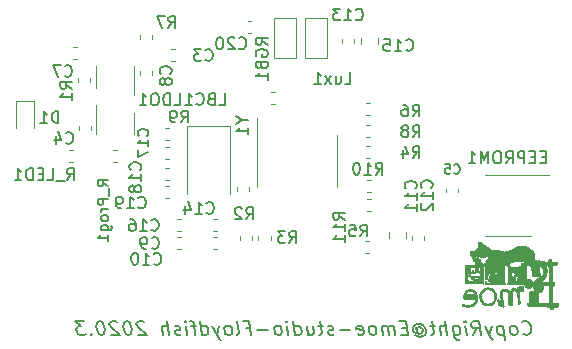
<source format=gbr>
G04 #@! TF.GenerationSoftware,KiCad,Pcbnew,(5.1.5)-2*
G04 #@! TF.CreationDate,2020-03-24T14:33:53+08:00*
G04 #@! TF.ProjectId,EV Meter,4556204d-6574-4657-922e-6b696361645f,rev?*
G04 #@! TF.SameCoordinates,Original*
G04 #@! TF.FileFunction,Legend,Bot*
G04 #@! TF.FilePolarity,Positive*
%FSLAX46Y46*%
G04 Gerber Fmt 4.6, Leading zero omitted, Abs format (unit mm)*
G04 Created by KiCad (PCBNEW (5.1.5)-2) date 2020-03-24 14:33:53*
%MOMM*%
%LPD*%
G04 APERTURE LIST*
%ADD10C,0.150000*%
%ADD11C,0.010000*%
%ADD12C,0.120000*%
%ADD13C,0.100000*%
%ADD14R,0.752000X1.162000*%
%ADD15C,2.302000*%
%ADD16R,0.452000X1.502000*%
%ADD17C,1.002000*%
%ADD18R,2.502000X2.102000*%
%ADD19O,1.802000X1.802000*%
%ADD20R,1.802000X1.802000*%
%ADD21R,0.502000X2.502000*%
%ADD22O,0.902000X0.902000*%
%ADD23O,1.902000X1.252000*%
%ADD24O,2.102000X1.552000*%
G04 APERTURE END LIST*
D10*
X154957544Y-132138571D02*
X155021830Y-132195714D01*
X155200401Y-132252857D01*
X155314687Y-132252857D01*
X155478973Y-132195714D01*
X155578973Y-132081428D01*
X155621830Y-131967142D01*
X155650401Y-131738571D01*
X155628973Y-131567142D01*
X155543258Y-131338571D01*
X155471830Y-131224285D01*
X155343258Y-131110000D01*
X155164687Y-131052857D01*
X155050401Y-131052857D01*
X154886116Y-131110000D01*
X154836116Y-131167142D01*
X154286116Y-132252857D02*
X154393258Y-132195714D01*
X154443258Y-132138571D01*
X154486116Y-132024285D01*
X154443258Y-131681428D01*
X154371830Y-131567142D01*
X154307544Y-131510000D01*
X154186116Y-131452857D01*
X154014687Y-131452857D01*
X153907544Y-131510000D01*
X153857544Y-131567142D01*
X153814687Y-131681428D01*
X153857544Y-132024285D01*
X153928973Y-132138571D01*
X153993258Y-132195714D01*
X154114687Y-132252857D01*
X154286116Y-132252857D01*
X153271830Y-131452857D02*
X153421830Y-132652857D01*
X153278973Y-131510000D02*
X153157544Y-131452857D01*
X152928973Y-131452857D01*
X152821830Y-131510000D01*
X152771830Y-131567142D01*
X152728973Y-131681428D01*
X152771830Y-132024285D01*
X152843258Y-132138571D01*
X152907544Y-132195714D01*
X153028973Y-132252857D01*
X153257544Y-132252857D01*
X153364687Y-132195714D01*
X152300401Y-131452857D02*
X152114687Y-132252857D01*
X151728973Y-131452857D02*
X152114687Y-132252857D01*
X152264687Y-132538571D01*
X152328973Y-132595714D01*
X152450401Y-132652857D01*
X150686116Y-132252857D02*
X151014687Y-131681428D01*
X151371830Y-132252857D02*
X151221830Y-131052857D01*
X150764687Y-131052857D01*
X150657544Y-131110000D01*
X150607544Y-131167142D01*
X150564687Y-131281428D01*
X150586116Y-131452857D01*
X150657544Y-131567142D01*
X150721830Y-131624285D01*
X150843258Y-131681428D01*
X151300401Y-131681428D01*
X150171830Y-132252857D02*
X150071830Y-131452857D01*
X150021830Y-131052857D02*
X150086116Y-131110000D01*
X150036116Y-131167142D01*
X149971830Y-131110000D01*
X150021830Y-131052857D01*
X150036116Y-131167142D01*
X148986116Y-131452857D02*
X149107544Y-132424285D01*
X149178973Y-132538571D01*
X149243258Y-132595714D01*
X149364687Y-132652857D01*
X149536116Y-132652857D01*
X149643258Y-132595714D01*
X149078973Y-132195714D02*
X149200401Y-132252857D01*
X149428973Y-132252857D01*
X149536116Y-132195714D01*
X149586116Y-132138571D01*
X149628973Y-132024285D01*
X149586116Y-131681428D01*
X149514687Y-131567142D01*
X149450401Y-131510000D01*
X149328973Y-131452857D01*
X149100401Y-131452857D01*
X148993258Y-131510000D01*
X148514687Y-132252857D02*
X148364687Y-131052857D01*
X148000401Y-132252857D02*
X147921830Y-131624285D01*
X147964687Y-131510000D01*
X148071830Y-131452857D01*
X148243258Y-131452857D01*
X148364687Y-131510000D01*
X148428973Y-131567142D01*
X147500401Y-131452857D02*
X147043258Y-131452857D01*
X147278973Y-131052857D02*
X147407544Y-132081428D01*
X147364687Y-132195714D01*
X147257544Y-132252857D01*
X147143258Y-132252857D01*
X145928973Y-131681428D02*
X145978973Y-131624285D01*
X146086116Y-131567142D01*
X146200401Y-131567142D01*
X146321830Y-131624285D01*
X146386116Y-131681428D01*
X146457544Y-131795714D01*
X146471830Y-131910000D01*
X146428973Y-132024285D01*
X146378973Y-132081428D01*
X146271830Y-132138571D01*
X146157544Y-132138571D01*
X146036116Y-132081428D01*
X145971830Y-132024285D01*
X145914687Y-131567142D02*
X145971830Y-132024285D01*
X145921830Y-132081428D01*
X145864687Y-132081428D01*
X145743258Y-132024285D01*
X145671830Y-131910000D01*
X145636116Y-131624285D01*
X145728973Y-131452857D01*
X145886116Y-131338571D01*
X146107544Y-131281428D01*
X146343258Y-131338571D01*
X146528973Y-131452857D01*
X146664687Y-131624285D01*
X146750401Y-131852857D01*
X146721830Y-132081428D01*
X146628973Y-132252857D01*
X146471830Y-132367142D01*
X146250401Y-132424285D01*
X146014687Y-132367142D01*
X145828973Y-132252857D01*
X145121830Y-131624285D02*
X144721830Y-131624285D01*
X144628973Y-132252857D02*
X145200401Y-132252857D01*
X145050401Y-131052857D01*
X144478973Y-131052857D01*
X144114687Y-132252857D02*
X144014687Y-131452857D01*
X144028973Y-131567142D02*
X143964687Y-131510000D01*
X143843258Y-131452857D01*
X143671830Y-131452857D01*
X143564687Y-131510000D01*
X143521830Y-131624285D01*
X143600401Y-132252857D01*
X143521830Y-131624285D02*
X143450401Y-131510000D01*
X143328973Y-131452857D01*
X143157544Y-131452857D01*
X143050401Y-131510000D01*
X143007544Y-131624285D01*
X143086116Y-132252857D01*
X142343258Y-132252857D02*
X142450401Y-132195714D01*
X142500401Y-132138571D01*
X142543258Y-132024285D01*
X142500401Y-131681428D01*
X142428973Y-131567142D01*
X142364687Y-131510000D01*
X142243258Y-131452857D01*
X142071830Y-131452857D01*
X141964687Y-131510000D01*
X141914687Y-131567142D01*
X141871830Y-131681428D01*
X141914687Y-132024285D01*
X141986116Y-132138571D01*
X142050401Y-132195714D01*
X142171830Y-132252857D01*
X142343258Y-132252857D01*
X140964687Y-132195714D02*
X141086116Y-132252857D01*
X141314687Y-132252857D01*
X141421830Y-132195714D01*
X141464687Y-132081428D01*
X141407544Y-131624285D01*
X141336116Y-131510000D01*
X141214687Y-131452857D01*
X140986116Y-131452857D01*
X140878973Y-131510000D01*
X140836116Y-131624285D01*
X140850401Y-131738571D01*
X141436116Y-131852857D01*
X140343258Y-131795714D02*
X139428973Y-131795714D01*
X138964687Y-132195714D02*
X138857544Y-132252857D01*
X138628973Y-132252857D01*
X138507544Y-132195714D01*
X138436116Y-132081428D01*
X138428973Y-132024285D01*
X138471830Y-131910000D01*
X138578973Y-131852857D01*
X138750401Y-131852857D01*
X138857544Y-131795714D01*
X138900401Y-131681428D01*
X138893258Y-131624285D01*
X138821830Y-131510000D01*
X138700401Y-131452857D01*
X138528973Y-131452857D01*
X138421830Y-131510000D01*
X138014687Y-131452857D02*
X137557544Y-131452857D01*
X137793258Y-131052857D02*
X137921830Y-132081428D01*
X137878973Y-132195714D01*
X137771830Y-132252857D01*
X137657544Y-132252857D01*
X136643258Y-131452857D02*
X136743258Y-132252857D01*
X137157544Y-131452857D02*
X137236116Y-132081428D01*
X137193258Y-132195714D01*
X137086116Y-132252857D01*
X136914687Y-132252857D01*
X136793258Y-132195714D01*
X136728973Y-132138571D01*
X135657544Y-132252857D02*
X135507544Y-131052857D01*
X135650401Y-132195714D02*
X135771830Y-132252857D01*
X136000401Y-132252857D01*
X136107544Y-132195714D01*
X136157544Y-132138571D01*
X136200401Y-132024285D01*
X136157544Y-131681428D01*
X136086116Y-131567142D01*
X136021830Y-131510000D01*
X135900401Y-131452857D01*
X135671830Y-131452857D01*
X135564687Y-131510000D01*
X135086116Y-132252857D02*
X134986116Y-131452857D01*
X134936116Y-131052857D02*
X135000401Y-131110000D01*
X134950401Y-131167142D01*
X134886116Y-131110000D01*
X134936116Y-131052857D01*
X134950401Y-131167142D01*
X134343258Y-132252857D02*
X134450401Y-132195714D01*
X134500401Y-132138571D01*
X134543258Y-132024285D01*
X134500401Y-131681428D01*
X134428973Y-131567142D01*
X134364687Y-131510000D01*
X134243258Y-131452857D01*
X134071830Y-131452857D01*
X133964687Y-131510000D01*
X133914687Y-131567142D01*
X133871830Y-131681428D01*
X133914687Y-132024285D01*
X133986116Y-132138571D01*
X134050401Y-132195714D01*
X134171830Y-132252857D01*
X134343258Y-132252857D01*
X133371830Y-131795714D02*
X132457544Y-131795714D01*
X131464687Y-131624285D02*
X131864687Y-131624285D01*
X131943258Y-132252857D02*
X131793258Y-131052857D01*
X131221830Y-131052857D01*
X130743258Y-132252857D02*
X130850401Y-132195714D01*
X130893258Y-132081428D01*
X130764687Y-131052857D01*
X130114687Y-132252857D02*
X130221830Y-132195714D01*
X130271830Y-132138571D01*
X130314687Y-132024285D01*
X130271830Y-131681428D01*
X130200401Y-131567142D01*
X130136116Y-131510000D01*
X130014687Y-131452857D01*
X129843258Y-131452857D01*
X129736116Y-131510000D01*
X129686116Y-131567142D01*
X129643258Y-131681428D01*
X129686116Y-132024285D01*
X129757544Y-132138571D01*
X129821830Y-132195714D01*
X129943258Y-132252857D01*
X130114687Y-132252857D01*
X129214687Y-131452857D02*
X129028973Y-132252857D01*
X128643258Y-131452857D02*
X129028973Y-132252857D01*
X129178973Y-132538571D01*
X129243258Y-132595714D01*
X129364687Y-132652857D01*
X127771830Y-132252857D02*
X127621830Y-131052857D01*
X127764687Y-132195714D02*
X127886116Y-132252857D01*
X128114687Y-132252857D01*
X128221830Y-132195714D01*
X128271830Y-132138571D01*
X128314687Y-132024285D01*
X128271830Y-131681428D01*
X128200401Y-131567142D01*
X128136116Y-131510000D01*
X128014687Y-131452857D01*
X127786116Y-131452857D01*
X127678973Y-131510000D01*
X127271830Y-131452857D02*
X126814687Y-131452857D01*
X127200401Y-132252857D02*
X127071830Y-131224285D01*
X127000401Y-131110000D01*
X126878973Y-131052857D01*
X126764687Y-131052857D01*
X126514687Y-132252857D02*
X126414687Y-131452857D01*
X126364687Y-131052857D02*
X126428973Y-131110000D01*
X126378973Y-131167142D01*
X126314687Y-131110000D01*
X126364687Y-131052857D01*
X126378973Y-131167142D01*
X125993258Y-132195714D02*
X125886116Y-132252857D01*
X125657544Y-132252857D01*
X125536116Y-132195714D01*
X125464687Y-132081428D01*
X125457544Y-132024285D01*
X125500401Y-131910000D01*
X125607544Y-131852857D01*
X125778973Y-131852857D01*
X125886116Y-131795714D01*
X125928973Y-131681428D01*
X125921830Y-131624285D01*
X125850401Y-131510000D01*
X125728973Y-131452857D01*
X125557544Y-131452857D01*
X125450401Y-131510000D01*
X124971830Y-132252857D02*
X124821830Y-131052857D01*
X124457544Y-132252857D02*
X124378973Y-131624285D01*
X124421830Y-131510000D01*
X124528973Y-131452857D01*
X124700401Y-131452857D01*
X124821830Y-131510000D01*
X124886116Y-131567142D01*
X122893258Y-131167142D02*
X122828973Y-131110000D01*
X122707544Y-131052857D01*
X122421830Y-131052857D01*
X122314687Y-131110000D01*
X122264687Y-131167142D01*
X122221830Y-131281428D01*
X122236116Y-131395714D01*
X122314687Y-131567142D01*
X123086116Y-132252857D01*
X122343258Y-132252857D01*
X121450401Y-131052857D02*
X121336116Y-131052857D01*
X121228973Y-131110000D01*
X121178973Y-131167142D01*
X121136116Y-131281428D01*
X121107544Y-131510000D01*
X121143258Y-131795714D01*
X121228973Y-132024285D01*
X121300401Y-132138571D01*
X121364687Y-132195714D01*
X121486116Y-132252857D01*
X121600401Y-132252857D01*
X121707544Y-132195714D01*
X121757544Y-132138571D01*
X121800401Y-132024285D01*
X121828973Y-131795714D01*
X121793258Y-131510000D01*
X121707544Y-131281428D01*
X121636116Y-131167142D01*
X121571830Y-131110000D01*
X121450401Y-131052857D01*
X120607544Y-131167142D02*
X120543258Y-131110000D01*
X120421830Y-131052857D01*
X120136116Y-131052857D01*
X120028973Y-131110000D01*
X119978973Y-131167142D01*
X119936116Y-131281428D01*
X119950401Y-131395714D01*
X120028973Y-131567142D01*
X120800401Y-132252857D01*
X120057544Y-132252857D01*
X119164687Y-131052857D02*
X119050401Y-131052857D01*
X118943258Y-131110000D01*
X118893258Y-131167142D01*
X118850401Y-131281428D01*
X118821830Y-131510000D01*
X118857544Y-131795714D01*
X118943258Y-132024285D01*
X119014687Y-132138571D01*
X119078973Y-132195714D01*
X119200401Y-132252857D01*
X119314687Y-132252857D01*
X119421830Y-132195714D01*
X119471830Y-132138571D01*
X119514687Y-132024285D01*
X119543258Y-131795714D01*
X119507544Y-131510000D01*
X119421830Y-131281428D01*
X119350401Y-131167142D01*
X119286116Y-131110000D01*
X119164687Y-131052857D01*
X118386116Y-132138571D02*
X118336116Y-132195714D01*
X118400401Y-132252857D01*
X118450401Y-132195714D01*
X118386116Y-132138571D01*
X118400401Y-132252857D01*
X117793258Y-131052857D02*
X117050401Y-131052857D01*
X117507544Y-131510000D01*
X117336116Y-131510000D01*
X117228973Y-131567142D01*
X117178973Y-131624285D01*
X117136116Y-131738571D01*
X117171830Y-132024285D01*
X117243258Y-132138571D01*
X117307544Y-132195714D01*
X117428973Y-132252857D01*
X117771830Y-132252857D01*
X117878973Y-132195714D01*
X117928973Y-132138571D01*
D11*
G36*
X151136888Y-124882245D02*
G01*
X151066588Y-124882245D01*
X151065579Y-124916641D01*
X151064569Y-124951037D01*
X151030299Y-124952045D01*
X150996030Y-124953053D01*
X150995022Y-124987322D01*
X150994013Y-125021592D01*
X150959744Y-125022600D01*
X150925474Y-125023608D01*
X150923458Y-125092148D01*
X150889062Y-125093157D01*
X150854666Y-125094167D01*
X150854666Y-125164467D01*
X150431333Y-125164467D01*
X150431333Y-125446689D01*
X150452915Y-125446689D01*
X150465312Y-125447021D01*
X150473502Y-125448753D01*
X150480330Y-125452988D01*
X150488192Y-125460385D01*
X150495871Y-125468594D01*
X150499969Y-125475450D01*
X150501603Y-125483814D01*
X150501888Y-125495535D01*
X150501888Y-125516989D01*
X150570680Y-125519009D01*
X150571690Y-125553405D01*
X150572700Y-125587800D01*
X150594154Y-125587800D01*
X150606520Y-125588139D01*
X150614699Y-125589899D01*
X150621556Y-125594196D01*
X150629304Y-125601496D01*
X150643000Y-125615193D01*
X150643000Y-125728912D01*
X150671222Y-125728912D01*
X150682927Y-125728863D01*
X150692253Y-125729197D01*
X150699470Y-125730630D01*
X150704847Y-125733881D01*
X150708653Y-125739667D01*
X150711158Y-125748707D01*
X150712632Y-125761717D01*
X150713344Y-125779416D01*
X150713563Y-125802522D01*
X150713560Y-125831752D01*
X150713555Y-125841673D01*
X150713555Y-125940323D01*
X150747951Y-125941332D01*
X150782347Y-125942342D01*
X150783357Y-125976738D01*
X150784366Y-126011134D01*
X150854666Y-126011134D01*
X150854666Y-126081689D01*
X150882888Y-126081689D01*
X150900986Y-126082440D01*
X150913201Y-126085229D01*
X150920602Y-126090864D01*
X150924254Y-126100149D01*
X150925222Y-126113711D01*
X150924494Y-126125718D01*
X150921526Y-126133974D01*
X150915139Y-126141703D01*
X150914910Y-126141933D01*
X150908813Y-126147400D01*
X150902752Y-126150500D01*
X150894464Y-126151894D01*
X150881688Y-126152242D01*
X150879559Y-126152245D01*
X150854520Y-126152245D01*
X150856430Y-126294941D01*
X150874655Y-126295030D01*
X150893529Y-126298091D01*
X150908449Y-126306586D01*
X150918693Y-126319789D01*
X150923540Y-126336972D01*
X150923813Y-126344509D01*
X150923458Y-126358620D01*
X150468720Y-126359515D01*
X150396888Y-126359676D01*
X150331903Y-126359863D01*
X150273556Y-126360079D01*
X150221640Y-126360325D01*
X150175945Y-126360605D01*
X150136262Y-126360919D01*
X150102384Y-126361271D01*
X150074102Y-126361663D01*
X150051207Y-126362096D01*
X150033490Y-126362574D01*
X150020744Y-126363097D01*
X150012760Y-126363669D01*
X150009328Y-126364291D01*
X150009227Y-126364357D01*
X150008635Y-126368323D01*
X150008078Y-126378945D01*
X150007556Y-126395823D01*
X150007069Y-126418556D01*
X150006617Y-126446744D01*
X150006199Y-126479987D01*
X150005817Y-126517885D01*
X150005469Y-126560038D01*
X150005155Y-126606047D01*
X150004877Y-126655510D01*
X150004633Y-126708028D01*
X150004424Y-126763201D01*
X150004249Y-126820629D01*
X150004109Y-126879912D01*
X150004004Y-126940649D01*
X150003934Y-127002441D01*
X150003897Y-127064888D01*
X150003896Y-127127589D01*
X150003929Y-127190145D01*
X150003997Y-127252155D01*
X150004099Y-127313219D01*
X150004235Y-127372938D01*
X150004406Y-127430911D01*
X150004611Y-127486738D01*
X150004851Y-127540019D01*
X150005125Y-127590354D01*
X150005434Y-127637344D01*
X150005777Y-127680587D01*
X150006154Y-127719684D01*
X150006566Y-127754235D01*
X150007011Y-127783840D01*
X150007492Y-127808099D01*
X150008006Y-127826611D01*
X150008555Y-127838977D01*
X150009137Y-127844797D01*
X150009302Y-127845195D01*
X150013253Y-127845590D01*
X150023854Y-127845958D01*
X150040707Y-127846299D01*
X150063411Y-127846615D01*
X150091566Y-127846904D01*
X150124774Y-127847167D01*
X150162633Y-127847405D01*
X150204744Y-127847617D01*
X150250708Y-127847804D01*
X150300124Y-127847966D01*
X150352592Y-127848103D01*
X150407714Y-127848215D01*
X150465088Y-127848304D01*
X150524316Y-127848368D01*
X150584997Y-127848408D01*
X150646731Y-127848425D01*
X150709119Y-127848417D01*
X150771761Y-127848387D01*
X150834258Y-127848334D01*
X150896208Y-127848258D01*
X150957213Y-127848159D01*
X151016872Y-127848037D01*
X151074786Y-127847894D01*
X151130556Y-127847728D01*
X151183780Y-127847541D01*
X151234060Y-127847332D01*
X151280995Y-127847102D01*
X151324186Y-127846850D01*
X151363232Y-127846578D01*
X151397735Y-127846285D01*
X151427294Y-127845972D01*
X151451510Y-127845638D01*
X151469982Y-127845284D01*
X151482311Y-127844910D01*
X151488097Y-127844517D01*
X151488491Y-127844402D01*
X151488776Y-127840640D01*
X151489054Y-127830151D01*
X151489323Y-127813264D01*
X151489582Y-127790306D01*
X151489830Y-127761607D01*
X151490065Y-127727494D01*
X151490285Y-127688297D01*
X151490490Y-127644343D01*
X151490637Y-127606665D01*
X151135125Y-127606665D01*
X151135125Y-127632148D01*
X151122777Y-127631496D01*
X151110512Y-127630844D01*
X151097313Y-127630136D01*
X151096319Y-127630082D01*
X151082046Y-127629957D01*
X151073257Y-127632328D01*
X151068484Y-127638476D01*
X151066262Y-127649683D01*
X151065695Y-127656838D01*
X151062277Y-127676370D01*
X151054665Y-127690546D01*
X151042546Y-127699902D01*
X151039875Y-127701110D01*
X151035446Y-127701503D01*
X151024434Y-127701869D01*
X151007312Y-127702203D01*
X150984553Y-127702504D01*
X150956629Y-127702769D01*
X150924013Y-127702994D01*
X150887178Y-127703176D01*
X150846596Y-127703314D01*
X150802740Y-127703404D01*
X150756082Y-127703443D01*
X150707097Y-127703429D01*
X150662402Y-127703370D01*
X150291986Y-127702703D01*
X150290978Y-127668434D01*
X150289969Y-127634164D01*
X150255700Y-127633156D01*
X150221430Y-127632148D01*
X150221430Y-127212342D01*
X150317666Y-127211403D01*
X150413901Y-127210464D01*
X150422617Y-127219180D01*
X150427165Y-127224528D01*
X150429796Y-127230587D01*
X150431016Y-127239412D01*
X150431332Y-127253055D01*
X150431333Y-127254515D01*
X150431333Y-127281134D01*
X150449321Y-127281134D01*
X150469947Y-127283474D01*
X150485370Y-127290563D01*
X150495697Y-127302504D01*
X150501035Y-127319401D01*
X150501888Y-127331821D01*
X150501888Y-127351434D01*
X150536284Y-127352443D01*
X150570680Y-127353453D01*
X150571636Y-127423052D01*
X150572593Y-127492652D01*
X150711791Y-127494564D01*
X150713809Y-127563188D01*
X151119057Y-127565120D01*
X151127091Y-127573151D01*
X151131410Y-127578493D01*
X151133856Y-127585057D01*
X151134926Y-127594919D01*
X151135125Y-127606665D01*
X151490637Y-127606665D01*
X151490679Y-127595962D01*
X151490849Y-127543481D01*
X151491001Y-127487230D01*
X151491064Y-127458209D01*
X151136318Y-127458209D01*
X151136142Y-127473366D01*
X151135791Y-127483821D01*
X151135305Y-127488310D01*
X151133652Y-127489375D01*
X151129245Y-127490253D01*
X151121575Y-127490954D01*
X151110131Y-127491489D01*
X151094404Y-127491869D01*
X151073885Y-127492104D01*
X151048063Y-127492204D01*
X151016429Y-127492181D01*
X150978473Y-127492044D01*
X150959716Y-127491952D01*
X150785875Y-127491037D01*
X150783861Y-127422697D01*
X150722339Y-127421589D01*
X150700043Y-127421142D01*
X150683694Y-127420628D01*
X150672180Y-127419901D01*
X150664393Y-127418816D01*
X150659222Y-127417225D01*
X150655558Y-127414985D01*
X150652790Y-127412449D01*
X150648474Y-127407105D01*
X150646030Y-127400532D01*
X150644961Y-127390657D01*
X150644763Y-127378935D01*
X150644763Y-127353453D01*
X151135125Y-127353453D01*
X151136089Y-127418604D01*
X151136305Y-127439553D01*
X151136318Y-127458209D01*
X151491064Y-127458209D01*
X151491131Y-127427536D01*
X151491240Y-127364729D01*
X151491325Y-127299136D01*
X151491386Y-127231086D01*
X151491422Y-127160908D01*
X151491430Y-127104330D01*
X151491430Y-127080015D01*
X151348040Y-127080015D01*
X151347851Y-127110565D01*
X151347735Y-127121284D01*
X151346791Y-127208814D01*
X151312395Y-127209824D01*
X151278000Y-127210834D01*
X151278000Y-127243632D01*
X151277757Y-127258213D01*
X151277105Y-127270023D01*
X151276162Y-127277356D01*
X151275601Y-127278829D01*
X151271820Y-127279144D01*
X151261445Y-127279431D01*
X151244936Y-127279687D01*
X151222754Y-127279910D01*
X151195360Y-127280098D01*
X151163216Y-127280250D01*
X151126781Y-127280364D01*
X151086518Y-127280438D01*
X151042886Y-127280470D01*
X150996347Y-127280459D01*
X150947362Y-127280402D01*
X150896462Y-127280299D01*
X150519722Y-127279370D01*
X150511754Y-127271401D01*
X150507368Y-127265738D01*
X150504660Y-127258234D01*
X150503091Y-127246904D01*
X150502452Y-127237005D01*
X150501117Y-127210578D01*
X150471769Y-127210578D01*
X150455506Y-127210181D01*
X150444872Y-127208839D01*
X150438477Y-127206332D01*
X150436822Y-127204980D01*
X150435168Y-127202595D01*
X150433891Y-127198623D01*
X150432956Y-127192273D01*
X150432328Y-127182755D01*
X150431973Y-127169278D01*
X150431854Y-127151051D01*
X150431938Y-127127283D01*
X150432160Y-127100029D01*
X150432577Y-127055720D01*
X150360178Y-127055720D01*
X150360125Y-127078803D01*
X150359646Y-127096511D01*
X150358614Y-127109684D01*
X150356897Y-127119159D01*
X150354367Y-127125777D01*
X150350894Y-127130377D01*
X150346348Y-127133798D01*
X150343069Y-127135625D01*
X150335923Y-127137457D01*
X150323697Y-127138708D01*
X150307938Y-127139403D01*
X150290190Y-127139567D01*
X150272000Y-127139226D01*
X150254914Y-127138406D01*
X150240479Y-127137132D01*
X150230240Y-127135430D01*
X150226006Y-127133683D01*
X150223939Y-127128185D01*
X150222257Y-127117254D01*
X150221007Y-127102506D01*
X150220240Y-127085556D01*
X150220002Y-127068018D01*
X150220344Y-127051508D01*
X150221312Y-127037640D01*
X150222845Y-127028429D01*
X150226996Y-127015481D01*
X150232091Y-127007269D01*
X150239784Y-127002608D01*
X150251729Y-127000317D01*
X150263299Y-126999500D01*
X150276877Y-126998590D01*
X150285839Y-126996665D01*
X150291063Y-126992481D01*
X150293424Y-126984797D01*
X150293801Y-126972368D01*
X150293216Y-126957112D01*
X150291986Y-126930120D01*
X150320921Y-126930120D01*
X150338882Y-126930757D01*
X150350376Y-126932644D01*
X150354435Y-126934700D01*
X150355979Y-126938078D01*
X150357219Y-126945227D01*
X150358194Y-126956794D01*
X150358942Y-126973430D01*
X150359503Y-126995784D01*
X150359916Y-127024505D01*
X150359936Y-127026422D01*
X150360178Y-127055720D01*
X150432577Y-127055720D01*
X150433097Y-127000675D01*
X150642745Y-126998807D01*
X150643754Y-126964463D01*
X150644763Y-126930120D01*
X150670346Y-126929083D01*
X150684006Y-126928766D01*
X150692743Y-126929496D01*
X150698662Y-126931748D01*
X150703872Y-126936001D01*
X150704741Y-126936860D01*
X150709336Y-126942235D01*
X150711994Y-126948266D01*
X150713230Y-126957013D01*
X150713553Y-126970534D01*
X150713555Y-126972293D01*
X150713555Y-126998912D01*
X150853793Y-126998912D01*
X150855922Y-126980391D01*
X150857787Y-126965782D01*
X150859969Y-126950883D01*
X150860768Y-126945995D01*
X150863486Y-126930120D01*
X150893898Y-126929107D01*
X150924311Y-126928095D01*
X150926018Y-126901495D01*
X150928056Y-126883678D01*
X150932094Y-126871638D01*
X150939081Y-126864176D01*
X150949966Y-126860095D01*
X150959942Y-126858651D01*
X150971266Y-126858093D01*
X150978610Y-126859708D01*
X150984919Y-126864309D01*
X150986695Y-126866036D01*
X150991417Y-126871491D01*
X150994153Y-126877454D01*
X150995429Y-126886000D01*
X150995773Y-126899206D01*
X150995777Y-126901737D01*
X150995777Y-126928356D01*
X151066333Y-126928356D01*
X151066350Y-126904543D01*
X151067776Y-126885654D01*
X151072458Y-126872446D01*
X151081054Y-126864040D01*
X151094223Y-126859556D01*
X151100671Y-126858688D01*
X151112081Y-126858088D01*
X151119437Y-126859573D01*
X151125618Y-126863924D01*
X151127806Y-126866036D01*
X151132559Y-126871539D01*
X151135297Y-126877565D01*
X151136560Y-126886216D01*
X151136886Y-126899590D01*
X151136888Y-126901375D01*
X151136888Y-126927632D01*
X151166700Y-126928876D01*
X151183084Y-126930102D01*
X151194973Y-126932115D01*
X151201092Y-126934701D01*
X151201096Y-126934704D01*
X151203682Y-126940815D01*
X151205696Y-126952698D01*
X151206923Y-126969077D01*
X151206924Y-126969100D01*
X151208168Y-126998912D01*
X151261072Y-126998912D01*
X151284493Y-126998991D01*
X151303332Y-126999690D01*
X151318079Y-127001699D01*
X151329222Y-127005712D01*
X151337253Y-127012418D01*
X151342660Y-127022510D01*
X151345934Y-127036679D01*
X151347564Y-127055617D01*
X151348040Y-127080015D01*
X151491430Y-127080015D01*
X151491430Y-126765153D01*
X151348555Y-126765153D01*
X151348503Y-126797938D01*
X151348353Y-126828539D01*
X151348116Y-126856236D01*
X151347804Y-126880312D01*
X151347427Y-126900047D01*
X151346995Y-126914722D01*
X151346520Y-126923617D01*
X151346129Y-126926078D01*
X151341999Y-126926787D01*
X151331950Y-126927314D01*
X151317114Y-126927635D01*
X151298627Y-126927727D01*
X151277621Y-126927564D01*
X151276456Y-126927548D01*
X151209208Y-126926592D01*
X151208203Y-126892628D01*
X151207199Y-126858663D01*
X151194028Y-126856557D01*
X151181047Y-126855685D01*
X151168120Y-126856518D01*
X151167952Y-126856545D01*
X151157913Y-126857045D01*
X151150437Y-126853604D01*
X151145967Y-126849561D01*
X151136888Y-126840482D01*
X151136888Y-126575578D01*
X151066578Y-126575578D01*
X151065574Y-126708178D01*
X151064569Y-126840779D01*
X151054671Y-126849290D01*
X151042542Y-126855802D01*
X151028122Y-126857976D01*
X151014213Y-126855697D01*
X151006181Y-126851309D01*
X150998165Y-126844817D01*
X150998977Y-126740899D01*
X150999102Y-126712703D01*
X150999049Y-126685201D01*
X150998833Y-126659643D01*
X150998470Y-126637277D01*
X150997974Y-126619349D01*
X150997362Y-126607109D01*
X150997298Y-126606279D01*
X150994807Y-126575578D01*
X150925467Y-126575578D01*
X150924463Y-126708178D01*
X150923458Y-126840779D01*
X150913560Y-126849290D01*
X150906991Y-126853986D01*
X150899550Y-126856582D01*
X150888914Y-126857652D01*
X150879164Y-126857800D01*
X150854666Y-126857800D01*
X150854666Y-126885348D01*
X150854575Y-126899629D01*
X150853677Y-126910160D01*
X150851037Y-126917535D01*
X150845718Y-126922350D01*
X150836785Y-126925199D01*
X150823301Y-126926678D01*
X150804331Y-126927381D01*
X150788011Y-126927716D01*
X150766854Y-126928107D01*
X150751575Y-126928216D01*
X150740997Y-126927905D01*
X150733944Y-126927032D01*
X150729239Y-126925459D01*
X150725707Y-126923046D01*
X150722456Y-126919938D01*
X150713555Y-126911038D01*
X150713555Y-126716689D01*
X150643105Y-126716689D01*
X150642170Y-126821641D01*
X150641236Y-126926592D01*
X150433097Y-126926592D01*
X150433097Y-126577342D01*
X150467366Y-126576334D01*
X150501636Y-126575326D01*
X150502644Y-126541056D01*
X150503652Y-126506787D01*
X151276236Y-126506787D01*
X151277245Y-126541182D01*
X151278255Y-126575578D01*
X151296115Y-126575578D01*
X151316230Y-126578028D01*
X151331980Y-126585164D01*
X151342537Y-126596464D01*
X151343976Y-126599431D01*
X151345168Y-126603442D01*
X151346136Y-126609138D01*
X151346902Y-126617160D01*
X151347490Y-126628149D01*
X151347923Y-126642746D01*
X151348222Y-126661593D01*
X151348412Y-126685330D01*
X151348514Y-126714598D01*
X151348553Y-126750039D01*
X151348555Y-126765153D01*
X151491430Y-126765153D01*
X151491430Y-126367198D01*
X151523180Y-126368201D01*
X151554930Y-126369203D01*
X151558482Y-127893203D01*
X151560222Y-126370967D01*
X151771888Y-126370967D01*
X151771888Y-127491871D01*
X151786882Y-127494398D01*
X151799546Y-127496512D01*
X151811530Y-127498482D01*
X151813362Y-127498779D01*
X151830518Y-127499197D01*
X151846021Y-127495294D01*
X151855937Y-127489091D01*
X151858642Y-127486246D01*
X151860624Y-127482789D01*
X151861995Y-127477664D01*
X151862867Y-127469814D01*
X151863352Y-127458182D01*
X151863562Y-127441711D01*
X151863611Y-127419344D01*
X151863611Y-127351689D01*
X151913000Y-127351689D01*
X151913000Y-127160647D01*
X151923312Y-127150335D01*
X151929420Y-127144860D01*
X151935494Y-127141760D01*
X151943803Y-127140369D01*
X151956616Y-127140025D01*
X151958589Y-127140023D01*
X151983555Y-127140023D01*
X151983555Y-126998807D01*
X152088507Y-126999741D01*
X152193458Y-127000675D01*
X152194426Y-127057798D01*
X152195395Y-127114920D01*
X152183013Y-127127302D01*
X152175273Y-127134315D01*
X152168075Y-127138204D01*
X152158654Y-127140049D01*
X152148531Y-127140735D01*
X152126430Y-127141787D01*
X152124666Y-127210578D01*
X152122902Y-127279370D01*
X152099203Y-127280410D01*
X152085781Y-127281365D01*
X152076964Y-127283331D01*
X152070301Y-127287141D01*
X152064864Y-127292090D01*
X152054225Y-127302729D01*
X152052347Y-127491037D01*
X152018833Y-127492800D01*
X151985319Y-127494564D01*
X151985319Y-127702703D01*
X152077958Y-127703644D01*
X152106548Y-127703885D01*
X152128935Y-127703932D01*
X152145969Y-127703746D01*
X152158500Y-127703287D01*
X152167379Y-127702516D01*
X152173456Y-127701393D01*
X152177582Y-127699878D01*
X152179226Y-127698930D01*
X152186570Y-127695560D01*
X152191539Y-127695552D01*
X152193191Y-127700023D01*
X152194414Y-127710421D01*
X152195104Y-127725628D01*
X152195222Y-127736425D01*
X152195222Y-127775023D01*
X152124666Y-127775023D01*
X152124666Y-127845578D01*
X151969107Y-127845578D01*
X151960456Y-127836244D01*
X151954721Y-127829354D01*
X151951874Y-127824557D01*
X151951805Y-127824134D01*
X151948672Y-127820287D01*
X151939638Y-127819292D01*
X151925256Y-127821143D01*
X151910789Y-127824531D01*
X151894762Y-127828159D01*
X151881041Y-127830026D01*
X151872171Y-127829887D01*
X151858956Y-127824062D01*
X151848886Y-127813102D01*
X151844195Y-127801481D01*
X151841115Y-127790753D01*
X151837929Y-127782742D01*
X151835790Y-127774189D01*
X151838204Y-127767797D01*
X151842188Y-127755802D01*
X151842304Y-127740990D01*
X151838817Y-127726263D01*
X151833445Y-127716265D01*
X151827731Y-127709542D01*
X151822106Y-127706015D01*
X151814025Y-127704665D01*
X151804006Y-127704467D01*
X151795115Y-127704475D01*
X151788036Y-127704978D01*
X151782563Y-127706698D01*
X151778489Y-127710356D01*
X151775608Y-127716673D01*
X151773715Y-127726368D01*
X151772602Y-127740164D01*
X151772065Y-127758781D01*
X151771895Y-127782940D01*
X151771888Y-127813362D01*
X151771888Y-127916134D01*
X153394922Y-127916134D01*
X153392902Y-127847342D01*
X153324094Y-127845322D01*
X153324545Y-127470140D01*
X153183000Y-127470140D01*
X153183000Y-127489812D01*
X153113326Y-127487605D01*
X153066104Y-127486318D01*
X153024508Y-127485616D01*
X152988738Y-127485495D01*
X152958995Y-127485949D01*
X152935480Y-127486972D01*
X152918393Y-127488558D01*
X152907935Y-127490703D01*
X152904307Y-127493400D01*
X152904305Y-127493462D01*
X152902117Y-127495145D01*
X152900777Y-127494564D01*
X152898939Y-127496677D01*
X152897746Y-127505341D01*
X152897258Y-127520076D01*
X152897250Y-127522787D01*
X152897594Y-127536877D01*
X152898535Y-127546727D01*
X152899937Y-127551137D01*
X152900495Y-127551183D01*
X152904645Y-127552244D01*
X152910312Y-127557541D01*
X152910704Y-127558031D01*
X152914929Y-127562582D01*
X152919963Y-127565240D01*
X152927715Y-127566503D01*
X152940091Y-127566873D01*
X152944500Y-127566884D01*
X152971333Y-127566884D01*
X152971333Y-127633324D01*
X152971208Y-127654305D01*
X152970860Y-127672828D01*
X152970330Y-127687747D01*
X152969658Y-127697922D01*
X152968886Y-127702208D01*
X152968869Y-127702227D01*
X152964098Y-127703535D01*
X152954341Y-127704148D01*
X152941388Y-127704152D01*
X152927025Y-127703633D01*
X152913436Y-127702703D01*
X152886666Y-127702703D01*
X152884902Y-127704467D01*
X152883138Y-127702703D01*
X152884902Y-127700939D01*
X152886666Y-127702703D01*
X152913436Y-127702703D01*
X152913041Y-127702676D01*
X152901223Y-127701367D01*
X152893360Y-127699791D01*
X152891143Y-127698514D01*
X152892390Y-127693242D01*
X152897029Y-127687049D01*
X152900140Y-127683286D01*
X152902219Y-127678460D01*
X152903470Y-127671183D01*
X152904094Y-127660066D01*
X152904296Y-127643719D01*
X152904297Y-127642731D01*
X152551527Y-127642731D01*
X152551013Y-127654717D01*
X152549672Y-127663682D01*
X152548000Y-127667425D01*
X152545912Y-127671967D01*
X152544646Y-127680991D01*
X152544472Y-127686263D01*
X152544472Y-127702921D01*
X152519390Y-127703945D01*
X152505644Y-127704214D01*
X152496793Y-127703350D01*
X152490710Y-127700916D01*
X152485876Y-127697048D01*
X152482827Y-127693945D01*
X152480619Y-127690501D01*
X152480033Y-127688592D01*
X152195222Y-127688592D01*
X152193458Y-127690356D01*
X152191694Y-127688592D01*
X152193458Y-127686828D01*
X152195222Y-127688592D01*
X152480033Y-127688592D01*
X152479116Y-127685607D01*
X152478182Y-127678152D01*
X152477683Y-127667029D01*
X152477482Y-127651127D01*
X152477444Y-127629336D01*
X152477444Y-127628005D01*
X152477571Y-127604568D01*
X152477988Y-127587450D01*
X152478747Y-127575918D01*
X152479901Y-127569241D01*
X152481503Y-127566685D01*
X152481854Y-127566606D01*
X152491439Y-127566396D01*
X152504122Y-127566611D01*
X152517538Y-127567149D01*
X152529323Y-127567907D01*
X152537112Y-127568784D01*
X152538298Y-127569049D01*
X152541769Y-127571373D01*
X152543670Y-127576800D01*
X152544409Y-127586938D01*
X152544472Y-127593372D01*
X152544987Y-127605349D01*
X152546329Y-127614306D01*
X152548000Y-127618037D01*
X152549828Y-127622448D01*
X152551103Y-127631794D01*
X152551527Y-127642731D01*
X152904297Y-127642731D01*
X152904305Y-127637302D01*
X152904305Y-127594831D01*
X152889415Y-127579975D01*
X152885405Y-127575703D01*
X152618555Y-127575703D01*
X152618236Y-127583870D01*
X152617450Y-127587946D01*
X152617285Y-127588050D01*
X152614224Y-127585845D01*
X152607782Y-127580203D01*
X152602922Y-127575703D01*
X152589831Y-127563356D01*
X152604193Y-127563356D01*
X152613332Y-127563711D01*
X152617435Y-127565932D01*
X152618516Y-127571754D01*
X152618555Y-127575703D01*
X152885405Y-127575703D01*
X152881611Y-127571662D01*
X152879696Y-127569234D01*
X152836880Y-127569234D01*
X152834127Y-127570412D01*
X152830245Y-127567612D01*
X152829015Y-127565299D01*
X152829172Y-127561720D01*
X152832165Y-127562149D01*
X152836493Y-127565566D01*
X152836880Y-127569234D01*
X152879696Y-127569234D01*
X152876522Y-127565213D01*
X152875304Y-127562474D01*
X152872618Y-127560945D01*
X152864904Y-127559989D01*
X152859150Y-127559828D01*
X152848250Y-127558994D01*
X152840071Y-127556880D01*
X152837983Y-127555595D01*
X152835697Y-127549620D01*
X152834239Y-127537755D01*
X152833750Y-127521873D01*
X152833362Y-127506590D01*
X152832410Y-127498678D01*
X152766325Y-127498678D01*
X152763571Y-127499856D01*
X152759690Y-127497056D01*
X152758459Y-127494744D01*
X152758616Y-127491164D01*
X152761610Y-127491594D01*
X152765937Y-127495010D01*
X152766325Y-127498678D01*
X152832410Y-127498678D01*
X152832242Y-127497286D01*
X152830453Y-127494460D01*
X152830222Y-127494564D01*
X152826962Y-127494486D01*
X152826694Y-127493360D01*
X152823524Y-127490006D01*
X152815444Y-127487134D01*
X152804599Y-127485112D01*
X152793134Y-127484307D01*
X152783193Y-127485087D01*
X152781213Y-127485568D01*
X152772409Y-127487429D01*
X152766607Y-127487376D01*
X152766220Y-127487198D01*
X152764795Y-127483014D01*
X152763811Y-127473867D01*
X152763298Y-127461842D01*
X152763286Y-127449019D01*
X152763808Y-127437481D01*
X152764894Y-127429311D01*
X152765335Y-127427825D01*
X152766991Y-127425759D01*
X152770784Y-127424264D01*
X152777690Y-127423253D01*
X152788687Y-127422637D01*
X152804752Y-127422330D01*
X152826864Y-127422245D01*
X152827676Y-127422245D01*
X152852129Y-127422232D01*
X152870421Y-127421807D01*
X152883444Y-127420389D01*
X152892092Y-127417397D01*
X152897258Y-127412250D01*
X152899832Y-127404369D01*
X152900709Y-127393172D01*
X152900781Y-127378079D01*
X152900777Y-127374695D01*
X152900130Y-127354349D01*
X152898408Y-127331803D01*
X152895941Y-127311071D01*
X152895091Y-127305720D01*
X152892898Y-127288991D01*
X152891436Y-127269619D01*
X152890690Y-127249023D01*
X152890643Y-127228623D01*
X152890987Y-127218432D01*
X152548000Y-127218432D01*
X152547878Y-127239178D01*
X152547539Y-127257447D01*
X152547024Y-127272085D01*
X152546372Y-127281940D01*
X152545648Y-127285837D01*
X152540721Y-127287349D01*
X152531353Y-127288082D01*
X152519908Y-127288094D01*
X152508750Y-127287441D01*
X152500241Y-127286181D01*
X152496847Y-127284662D01*
X152491871Y-127281698D01*
X152487819Y-127281134D01*
X152485354Y-127280784D01*
X152483563Y-127279088D01*
X152482341Y-127275075D01*
X152481577Y-127267777D01*
X152481167Y-127256224D01*
X152481001Y-127239445D01*
X152480972Y-127219398D01*
X152480972Y-127157662D01*
X152508906Y-127157662D01*
X152522883Y-127157402D01*
X152534540Y-127156713D01*
X152541721Y-127155735D01*
X152542419Y-127155520D01*
X152544394Y-127155413D01*
X152545845Y-127157417D01*
X152546851Y-127162419D01*
X152547490Y-127171304D01*
X152547841Y-127184958D01*
X152547983Y-127204267D01*
X152548000Y-127218432D01*
X152890987Y-127218432D01*
X152891278Y-127209838D01*
X152892579Y-127194087D01*
X152894530Y-127182789D01*
X152896584Y-127177866D01*
X152898470Y-127173033D01*
X152899653Y-127163480D01*
X152900179Y-127148487D01*
X152900090Y-127127335D01*
X152899995Y-127121903D01*
X152899013Y-127071231D01*
X152819638Y-127069040D01*
X152796367Y-127068493D01*
X152767604Y-127067967D01*
X152734914Y-127067482D01*
X152699861Y-127067059D01*
X152664009Y-127066717D01*
X152628922Y-127066476D01*
X152610618Y-127066395D01*
X152480972Y-127065939D01*
X152480972Y-127034189D01*
X152480641Y-127020208D01*
X152479756Y-127009368D01*
X152479045Y-127005967D01*
X152265777Y-127005967D01*
X152265265Y-127011710D01*
X152264560Y-127013023D01*
X152261581Y-127010722D01*
X152256958Y-127005967D01*
X152252743Y-127000859D01*
X152253666Y-126999104D01*
X152258175Y-126998912D01*
X152264425Y-127001127D01*
X152265777Y-127005967D01*
X152479045Y-127005967D01*
X152478474Y-127003243D01*
X152477756Y-127002439D01*
X152476406Y-127000675D01*
X152410416Y-127000675D01*
X152408652Y-127002439D01*
X152406888Y-127000675D01*
X152408652Y-126998912D01*
X152410416Y-127000675D01*
X152476406Y-127000675D01*
X152475600Y-126999623D01*
X152475722Y-126996266D01*
X152476116Y-126990872D01*
X152476484Y-126979674D01*
X152476802Y-126963924D01*
X152477043Y-126944871D01*
X152477174Y-126925710D01*
X152477444Y-126861328D01*
X152588901Y-126861328D01*
X152601781Y-126874557D01*
X152609251Y-126883015D01*
X152613304Y-126890705D01*
X152615159Y-126900631D01*
X152615726Y-126908953D01*
X152616791Y-126930120D01*
X152681792Y-126931084D01*
X152706946Y-126931668D01*
X152727079Y-126932581D01*
X152741601Y-126933779D01*
X152749922Y-126935223D01*
X152751466Y-126935925D01*
X152754422Y-126942350D01*
X152755940Y-126955290D01*
X152756138Y-126964274D01*
X152756560Y-126976481D01*
X152757692Y-126984439D01*
X152759334Y-126986767D01*
X152759384Y-126986739D01*
X152763534Y-126987799D01*
X152769200Y-126993097D01*
X152769593Y-126993586D01*
X152772582Y-126997078D01*
X152775944Y-126999504D01*
X152780920Y-127001060D01*
X152788749Y-127001938D01*
X152800673Y-127002332D01*
X152817931Y-127002436D01*
X152826320Y-127002439D01*
X152876083Y-127002439D01*
X152904305Y-126974217D01*
X152904305Y-126926412D01*
X152760873Y-126926412D01*
X152760717Y-126929992D01*
X152757723Y-126929563D01*
X152753827Y-126926592D01*
X152622083Y-126926592D01*
X152620319Y-126928356D01*
X152618555Y-126926592D01*
X152620319Y-126924828D01*
X152622083Y-126926592D01*
X152753827Y-126926592D01*
X152753167Y-126926089D01*
X152752611Y-126924451D01*
X152754543Y-126921393D01*
X152758415Y-126922796D01*
X152760873Y-126926412D01*
X152904305Y-126926412D01*
X152904305Y-126790773D01*
X152973097Y-126790767D01*
X152972019Y-126894839D01*
X152970941Y-126998912D01*
X153154777Y-126998912D01*
X153169059Y-127013194D01*
X153177168Y-127021763D01*
X153181295Y-127028509D01*
X153182599Y-127036442D01*
X153182289Y-127047589D01*
X153181236Y-127067703D01*
X153076561Y-127068637D01*
X152971887Y-127069571D01*
X152971109Y-127422245D01*
X153154777Y-127422245D01*
X153168888Y-127436356D01*
X153177077Y-127445161D01*
X153181283Y-127452434D01*
X153182816Y-127461310D01*
X153183000Y-127470140D01*
X153324545Y-127470140D01*
X153324984Y-127105499D01*
X153325364Y-126789009D01*
X152480972Y-126789009D01*
X152479208Y-126790773D01*
X152477444Y-126789009D01*
X152479208Y-126787245D01*
X152480972Y-126789009D01*
X153325364Y-126789009D01*
X153325449Y-126718453D01*
X153183000Y-126718453D01*
X153181236Y-126720217D01*
X153179472Y-126718453D01*
X153181236Y-126716689D01*
X153183000Y-126718453D01*
X153325449Y-126718453D01*
X153325459Y-126710107D01*
X153178000Y-126710107D01*
X153176331Y-126712205D01*
X153169718Y-126713156D01*
X153169097Y-126713162D01*
X153161570Y-126712776D01*
X153158309Y-126711845D01*
X153158305Y-126711809D01*
X153160050Y-126710646D01*
X153124791Y-126710646D01*
X153124126Y-126711286D01*
X153117450Y-126711876D01*
X153105807Y-126712362D01*
X153090242Y-126712689D01*
X153084430Y-126712752D01*
X153065465Y-126712847D01*
X153052653Y-126712674D01*
X153045095Y-126712129D01*
X153041890Y-126711105D01*
X153042137Y-126709496D01*
X153043860Y-126707982D01*
X153050375Y-126705620D01*
X153061537Y-126703877D01*
X153075283Y-126702817D01*
X153089550Y-126702507D01*
X153102275Y-126703010D01*
X153111395Y-126704391D01*
X153114384Y-126705764D01*
X153120453Y-126709224D01*
X153124791Y-126710646D01*
X153160050Y-126710646D01*
X153161252Y-126709845D01*
X153167812Y-126708743D01*
X153174565Y-126708798D01*
X153178000Y-126710107D01*
X153325459Y-126710107D01*
X153325574Y-126615206D01*
X153184423Y-126615206D01*
X153184419Y-126620093D01*
X153182339Y-126634193D01*
X153176774Y-126643344D01*
X153171366Y-126647748D01*
X153165541Y-126648941D01*
X153156426Y-126647363D01*
X153154187Y-126646812D01*
X153146884Y-126645819D01*
X153133843Y-126644869D01*
X153116382Y-126643998D01*
X153095820Y-126643243D01*
X153073474Y-126642641D01*
X153050662Y-126642227D01*
X153028702Y-126642039D01*
X153008913Y-126642112D01*
X152994977Y-126642402D01*
X152988427Y-126644994D01*
X152980830Y-126651057D01*
X152979984Y-126651941D01*
X152974538Y-126659446D01*
X152971945Y-126668411D01*
X152971333Y-126680395D01*
X152971991Y-126692540D01*
X152973673Y-126702605D01*
X152974985Y-126706338D01*
X152976805Y-126711641D01*
X152973695Y-126713155D01*
X152973221Y-126713162D01*
X152968683Y-126714546D01*
X152968223Y-126715807D01*
X152966574Y-126721843D01*
X152959132Y-126723917D01*
X152945954Y-126722018D01*
X152943300Y-126721340D01*
X152939861Y-126720217D01*
X152548368Y-126720217D01*
X152546236Y-126757259D01*
X152533007Y-126758354D01*
X152524203Y-126759753D01*
X152520461Y-126762924D01*
X152519777Y-126767954D01*
X152518001Y-126774623D01*
X152511488Y-126778747D01*
X152508312Y-126779770D01*
X152497023Y-126782260D01*
X152487145Y-126783399D01*
X152477444Y-126783717D01*
X152477556Y-126742266D01*
X152477667Y-126700814D01*
X152486206Y-126710516D01*
X152491157Y-126715495D01*
X152496437Y-126718401D01*
X152504055Y-126719786D01*
X152516019Y-126720199D01*
X152521556Y-126720217D01*
X152548368Y-126720217D01*
X152939861Y-126720217D01*
X152937505Y-126719448D01*
X152938135Y-126717804D01*
X152941536Y-126716345D01*
X152944501Y-126714562D01*
X152941273Y-126713652D01*
X152935654Y-126713409D01*
X152922633Y-126710511D01*
X152912433Y-126703349D01*
X152906512Y-126693407D01*
X152906054Y-126683289D01*
X152910831Y-126650837D01*
X152635018Y-126650837D01*
X152634534Y-126652935D01*
X152632666Y-126653189D01*
X152629763Y-126651899D01*
X152630314Y-126650837D01*
X152634501Y-126650415D01*
X152635018Y-126650837D01*
X152910831Y-126650837D01*
X152911507Y-126646248D01*
X152911509Y-126645083D01*
X152620191Y-126645083D01*
X152619762Y-126648077D01*
X152616345Y-126652405D01*
X152612678Y-126652792D01*
X152611500Y-126650039D01*
X152613043Y-126647898D01*
X152480972Y-126647898D01*
X152479208Y-126649662D01*
X152477444Y-126647898D01*
X152478953Y-126646389D01*
X152054111Y-126646389D01*
X152019715Y-126645380D01*
X151985319Y-126644370D01*
X151985319Y-126577342D01*
X152019715Y-126576332D01*
X152054111Y-126575323D01*
X152054111Y-126646389D01*
X152478953Y-126646389D01*
X152479208Y-126646134D01*
X152480972Y-126647898D01*
X152613043Y-126647898D01*
X152614299Y-126646157D01*
X152616612Y-126644927D01*
X152620191Y-126645083D01*
X152911509Y-126645083D01*
X152911569Y-126611126D01*
X152910834Y-126603739D01*
X152909190Y-126588009D01*
X152908572Y-126580870D01*
X152837277Y-126580870D01*
X152835513Y-126582634D01*
X152833750Y-126580870D01*
X152835513Y-126579106D01*
X152837277Y-126580870D01*
X152908572Y-126580870D01*
X152908092Y-126575332D01*
X152781701Y-126575332D01*
X152781104Y-126575578D01*
X152778785Y-126578767D01*
X152777456Y-126587014D01*
X152777305Y-126591685D01*
X152776134Y-126605367D01*
X152772991Y-126615659D01*
X152768433Y-126621016D01*
X152766598Y-126621439D01*
X152764396Y-126618326D01*
X152763244Y-126610620D01*
X152763194Y-126608403D01*
X152760694Y-126595380D01*
X152753715Y-126585473D01*
X152752652Y-126584317D01*
X152628406Y-126584317D01*
X152625682Y-126589326D01*
X152622303Y-126592997D01*
X152617713Y-126599570D01*
X152615502Y-126608864D01*
X152615027Y-126620126D01*
X152615027Y-126639980D01*
X152601728Y-126637853D01*
X152589754Y-126637253D01*
X152578616Y-126638666D01*
X152577915Y-126638863D01*
X152570388Y-126640093D01*
X152557574Y-126641149D01*
X152541239Y-126641920D01*
X152523153Y-126642297D01*
X152522423Y-126642303D01*
X152477444Y-126642606D01*
X152477444Y-126504767D01*
X152546236Y-126506787D01*
X152548252Y-126575349D01*
X152587526Y-126576346D01*
X152606760Y-126577126D01*
X152619569Y-126578515D01*
X152626576Y-126580813D01*
X152628406Y-126584317D01*
X152752652Y-126584317D01*
X152747850Y-126579096D01*
X152747783Y-126578938D01*
X152715663Y-126578938D01*
X152715569Y-126579106D01*
X152710579Y-126582100D01*
X152706750Y-126582634D01*
X152700083Y-126580965D01*
X152697930Y-126579106D01*
X152698918Y-126577342D01*
X152636194Y-126577342D01*
X152634430Y-126579106D01*
X152632666Y-126577342D01*
X152634430Y-126575578D01*
X152636194Y-126577342D01*
X152698918Y-126577342D01*
X152699323Y-126576620D01*
X152706228Y-126575581D01*
X152706750Y-126575578D01*
X152713921Y-126576518D01*
X152715663Y-126578938D01*
X152747783Y-126578938D01*
X152746659Y-126576293D01*
X152749883Y-126575596D01*
X152751951Y-126575578D01*
X152757914Y-126573798D01*
X152759662Y-126567298D01*
X152759666Y-126566759D01*
X152760399Y-126560123D01*
X152761803Y-126557939D01*
X152765627Y-126560004D01*
X152772446Y-126565128D01*
X152774421Y-126566759D01*
X152780112Y-126572246D01*
X152781701Y-126575332D01*
X152908092Y-126575332D01*
X152907502Y-126568540D01*
X152907501Y-126568523D01*
X152830222Y-126568523D01*
X152828001Y-126571805D01*
X152821576Y-126569704D01*
X152819638Y-126568523D01*
X152816868Y-126565949D01*
X152820372Y-126565088D01*
X152822284Y-126565049D01*
X152828478Y-126566335D01*
X152830222Y-126568523D01*
X152907501Y-126568523D01*
X152906049Y-126548637D01*
X152905862Y-126545592D01*
X152899888Y-126545592D01*
X152899604Y-126552853D01*
X152898804Y-126554726D01*
X152898354Y-126553571D01*
X152897696Y-126545099D01*
X152898282Y-126539460D01*
X152899212Y-126537504D01*
X152899796Y-126541745D01*
X152899888Y-126545592D01*
X152905862Y-126545592D01*
X152905581Y-126541045D01*
X152903942Y-126512510D01*
X152900777Y-126512510D01*
X152900005Y-126517606D01*
X152896712Y-126516583D01*
X152895486Y-126515606D01*
X152891051Y-126510513D01*
X152890194Y-126508118D01*
X152893058Y-126505370D01*
X152895486Y-126505023D01*
X152899785Y-126508003D01*
X152900777Y-126512510D01*
X152903942Y-126512510D01*
X152903495Y-126504747D01*
X152969569Y-126506787D01*
X152970579Y-126541182D01*
X152971588Y-126575578D01*
X153156873Y-126575578D01*
X153170818Y-126589861D01*
X153179041Y-126599037D01*
X153183148Y-126606533D01*
X153184423Y-126615206D01*
X153325574Y-126615206D01*
X153325875Y-126365675D01*
X153361152Y-126363912D01*
X153396430Y-126362148D01*
X153396492Y-126328634D01*
X153396555Y-126295120D01*
X153604569Y-126295120D01*
X153605579Y-126329516D01*
X153606588Y-126363912D01*
X153676888Y-126363912D01*
X153676888Y-127845578D01*
X153647449Y-127845578D01*
X153629998Y-127846019D01*
X153618328Y-127848124D01*
X153611284Y-127853064D01*
X153607711Y-127862012D01*
X153606455Y-127876140D01*
X153606333Y-127887307D01*
X153606333Y-127916134D01*
X155058228Y-127916134D01*
X155062364Y-127950530D01*
X155071467Y-128000332D01*
X155086338Y-128048256D01*
X155106534Y-128093533D01*
X155131613Y-128135399D01*
X155161133Y-128173087D01*
X155194653Y-128205830D01*
X155221438Y-128226201D01*
X155259582Y-128247889D01*
X155300217Y-128263332D01*
X155342588Y-128272547D01*
X155385941Y-128275554D01*
X155429520Y-128272370D01*
X155472569Y-128263014D01*
X155514335Y-128247504D01*
X155554060Y-128225860D01*
X155566013Y-128217786D01*
X155582672Y-128204480D01*
X155601365Y-128187154D01*
X155620272Y-128167697D01*
X155637574Y-128148002D01*
X155651452Y-128129958D01*
X155653656Y-128126715D01*
X155664996Y-128107861D01*
X155676174Y-128086318D01*
X155686025Y-128064551D01*
X155693387Y-128045026D01*
X155695420Y-128038224D01*
X155699820Y-128021773D01*
X155745806Y-128022752D01*
X155791791Y-128023731D01*
X155792719Y-128146194D01*
X155793646Y-128268657D01*
X155827997Y-128269666D01*
X155862347Y-128270675D01*
X155864259Y-128409769D01*
X155898581Y-128410778D01*
X155932902Y-128411787D01*
X155933912Y-128446182D01*
X155934922Y-128480578D01*
X156075777Y-128480578D01*
X156075777Y-128544078D01*
X156066076Y-128544036D01*
X156060992Y-128543856D01*
X156049457Y-128543350D01*
X156032068Y-128542547D01*
X156009422Y-128541475D01*
X155982114Y-128540164D01*
X155950741Y-128538641D01*
X155915900Y-128536936D01*
X155878186Y-128535077D01*
X155838196Y-128533094D01*
X155811672Y-128531772D01*
X155762301Y-128529330D01*
X155719542Y-128527273D01*
X155682963Y-128525587D01*
X155652132Y-128524258D01*
X155626617Y-128523272D01*
X155605985Y-128522616D01*
X155589805Y-128522277D01*
X155577644Y-128522241D01*
X155569070Y-128522493D01*
X155563651Y-128523022D01*
X155560955Y-128523812D01*
X155560857Y-128523876D01*
X155556028Y-128527880D01*
X155547299Y-128535658D01*
X155535877Y-128546115D01*
X155522969Y-128558158D01*
X155521999Y-128559071D01*
X155489254Y-128589939D01*
X155481016Y-129017682D01*
X155479959Y-129072852D01*
X155478939Y-129126593D01*
X155477965Y-129178423D01*
X155477046Y-129227860D01*
X155476190Y-129274421D01*
X155475406Y-129317624D01*
X155474702Y-129356987D01*
X155474088Y-129392028D01*
X155473572Y-129422265D01*
X155473162Y-129447215D01*
X155472867Y-129466397D01*
X155472697Y-129479327D01*
X155472656Y-129484231D01*
X155472534Y-129523037D01*
X155394540Y-129520182D01*
X155371868Y-129519401D01*
X155351694Y-129518799D01*
X155335040Y-129518399D01*
X155322926Y-129518224D01*
X155316375Y-129518296D01*
X155315511Y-129518418D01*
X155314837Y-129522412D01*
X155314072Y-129532360D01*
X155313252Y-129547165D01*
X155312408Y-129565725D01*
X155311576Y-129586942D01*
X155310790Y-129609716D01*
X155310082Y-129632947D01*
X155309488Y-129655537D01*
X155309041Y-129676386D01*
X155308775Y-129694394D01*
X155308724Y-129708462D01*
X155308923Y-129717490D01*
X155309275Y-129720332D01*
X155312642Y-129724544D01*
X155319915Y-129732714D01*
X155330088Y-129743741D01*
X155342154Y-129756518D01*
X155344616Y-129759092D01*
X155377218Y-129793116D01*
X156283005Y-129816362D01*
X156362443Y-129818403D01*
X156440024Y-129820399D01*
X156515452Y-129822345D01*
X156588434Y-129824231D01*
X156658673Y-129826051D01*
X156725876Y-129827795D01*
X156789747Y-129829458D01*
X156849991Y-129831030D01*
X156906313Y-129832504D01*
X156958419Y-129833872D01*
X157006013Y-129835127D01*
X157048801Y-129836262D01*
X157086488Y-129837267D01*
X157118779Y-129838135D01*
X157145378Y-129838859D01*
X157165992Y-129839432D01*
X157180325Y-129839844D01*
X157188082Y-129840089D01*
X157189460Y-129840153D01*
X157189824Y-129843673D01*
X157190453Y-129853188D01*
X157191289Y-129867646D01*
X157192271Y-129885995D01*
X157193339Y-129907181D01*
X157193619Y-129912937D01*
X157197109Y-129985175D01*
X157233520Y-130019443D01*
X157269930Y-130053711D01*
X157294625Y-130053259D01*
X157306197Y-130052934D01*
X157323155Y-130052310D01*
X157343837Y-130051453D01*
X157366583Y-130050434D01*
X157387300Y-130049441D01*
X157455281Y-130046073D01*
X157452882Y-129944144D01*
X157450483Y-129842216D01*
X157496026Y-129844095D01*
X157509417Y-129844581D01*
X157528851Y-129845192D01*
X157553318Y-129845903D01*
X157581806Y-129846684D01*
X157613307Y-129847509D01*
X157646808Y-129848350D01*
X157681300Y-129849180D01*
X157698272Y-129849575D01*
X157854976Y-129853177D01*
X157870545Y-129838037D01*
X157880407Y-129828069D01*
X157892613Y-129815196D01*
X157904876Y-129801841D01*
X157907574Y-129798833D01*
X157929035Y-129774768D01*
X157922517Y-129673102D01*
X157916000Y-129571436D01*
X157873423Y-129569325D01*
X157861638Y-129568844D01*
X157843641Y-129568246D01*
X157820276Y-129567556D01*
X157792384Y-129566794D01*
X157760808Y-129565983D01*
X157726391Y-129565144D01*
X157689977Y-129564300D01*
X157652406Y-129563473D01*
X157638583Y-129563180D01*
X157602409Y-129562383D01*
X157568376Y-129561559D01*
X157537133Y-129560730D01*
X157514863Y-129560078D01*
X157186184Y-129560078D01*
X157162793Y-129559866D01*
X157156435Y-129559743D01*
X157143463Y-129559432D01*
X157124314Y-129558945D01*
X157099429Y-129558296D01*
X157069244Y-129557495D01*
X157034199Y-129556554D01*
X156994733Y-129555485D01*
X156951282Y-129554301D01*
X156904287Y-129553013D01*
X156854185Y-129551632D01*
X156801415Y-129550172D01*
X156746416Y-129548643D01*
X156689625Y-129547058D01*
X156673106Y-129546595D01*
X156616337Y-129544993D01*
X156561523Y-129543422D01*
X156509078Y-129541894D01*
X156459414Y-129540423D01*
X156412943Y-129539023D01*
X156370078Y-129537705D01*
X156331231Y-129536484D01*
X156296815Y-129535371D01*
X156267243Y-129534381D01*
X156242927Y-129533526D01*
X156224280Y-129532819D01*
X156211714Y-129532273D01*
X156205642Y-129531902D01*
X156205126Y-129531814D01*
X156205025Y-129528233D01*
X156204993Y-129518104D01*
X156205023Y-129501938D01*
X156205111Y-129480242D01*
X156205254Y-129453525D01*
X156205446Y-129422295D01*
X156205684Y-129387061D01*
X156205962Y-129348332D01*
X156206276Y-129306615D01*
X156206622Y-129262419D01*
X156206995Y-129216254D01*
X156207391Y-129168626D01*
X156207805Y-129120046D01*
X156208232Y-129071021D01*
X156208669Y-129022059D01*
X156209111Y-128973670D01*
X156209554Y-128926362D01*
X156209992Y-128880644D01*
X156210422Y-128837023D01*
X156210838Y-128796008D01*
X156211237Y-128758109D01*
X156211614Y-128723833D01*
X156211965Y-128693688D01*
X156212284Y-128668184D01*
X156212569Y-128647829D01*
X156212813Y-128633131D01*
X156213013Y-128624599D01*
X156213123Y-128622571D01*
X156216580Y-128622380D01*
X156226348Y-128622203D01*
X156241684Y-128622045D01*
X156261844Y-128621910D01*
X156286083Y-128621803D01*
X156313658Y-128621729D01*
X156343824Y-128621693D01*
X156356161Y-128621689D01*
X156498962Y-128621689D01*
X156499918Y-128552016D01*
X156500875Y-128482342D01*
X156535196Y-128481333D01*
X156569518Y-128480324D01*
X156570474Y-128410778D01*
X156571430Y-128341231D01*
X156605826Y-128340221D01*
X156640222Y-128339212D01*
X156640222Y-128191761D01*
X156640256Y-128160210D01*
X156640353Y-128130901D01*
X156640505Y-128104573D01*
X156640706Y-128081966D01*
X156640948Y-128063822D01*
X156641224Y-128050880D01*
X156641526Y-128043881D01*
X156641686Y-128042840D01*
X156645437Y-128042593D01*
X156655560Y-128042520D01*
X156671375Y-128042607D01*
X156692200Y-128042839D01*
X156717355Y-128043199D01*
X156746159Y-128043674D01*
X156777932Y-128044248D01*
X156811992Y-128044906D01*
X156847659Y-128045633D01*
X156884252Y-128046414D01*
X156921090Y-128047233D01*
X156957493Y-128048077D01*
X156992779Y-128048929D01*
X157026268Y-128049775D01*
X157057280Y-128050600D01*
X157085132Y-128051388D01*
X157109146Y-128052125D01*
X157128639Y-128052795D01*
X157142931Y-128053384D01*
X157151341Y-128053876D01*
X157153372Y-128054161D01*
X157153662Y-128057856D01*
X157154080Y-128068266D01*
X157154617Y-128085053D01*
X157155266Y-128107878D01*
X157156019Y-128136401D01*
X157156868Y-128170285D01*
X157157806Y-128209190D01*
X157158825Y-128252778D01*
X157159916Y-128300710D01*
X157161073Y-128352646D01*
X157162287Y-128408249D01*
X157163550Y-128467179D01*
X157164856Y-128529097D01*
X157166195Y-128593665D01*
X157167561Y-128660544D01*
X157168944Y-128729396D01*
X157169302Y-128747369D01*
X157170699Y-128817628D01*
X157172074Y-128886542D01*
X157173417Y-128953736D01*
X157174723Y-129018829D01*
X157175982Y-129081445D01*
X157177187Y-129141205D01*
X157178331Y-129197731D01*
X157179406Y-129250645D01*
X157180403Y-129299569D01*
X157181316Y-129344124D01*
X157182137Y-129383933D01*
X157182858Y-129418617D01*
X157183471Y-129447798D01*
X157183969Y-129471099D01*
X157184344Y-129488140D01*
X157184588Y-129498545D01*
X157184605Y-129499224D01*
X157186184Y-129560078D01*
X157514863Y-129560078D01*
X157509329Y-129559916D01*
X157485613Y-129559138D01*
X157466636Y-129558416D01*
X157453046Y-129557771D01*
X157445492Y-129557225D01*
X157444137Y-129556966D01*
X157443900Y-129553346D01*
X157443514Y-129543072D01*
X157442989Y-129526542D01*
X157442333Y-129504155D01*
X157441557Y-129476310D01*
X157440670Y-129443406D01*
X157439681Y-129405843D01*
X157438600Y-129364018D01*
X157437436Y-129318332D01*
X157436199Y-129269183D01*
X157434898Y-129216970D01*
X157433543Y-129162092D01*
X157432144Y-129104948D01*
X157430709Y-129045938D01*
X157429248Y-128985459D01*
X157427770Y-128923912D01*
X157426286Y-128861694D01*
X157424804Y-128799206D01*
X157423335Y-128736845D01*
X157421887Y-128675012D01*
X157420470Y-128614105D01*
X157419093Y-128554523D01*
X157417766Y-128496664D01*
X157416499Y-128440929D01*
X157415301Y-128387716D01*
X157414180Y-128337423D01*
X157413148Y-128290451D01*
X157412213Y-128247197D01*
X157411385Y-128208062D01*
X157410673Y-128173443D01*
X157410086Y-128143741D01*
X157409635Y-128119353D01*
X157409329Y-128100679D01*
X157409176Y-128088118D01*
X157409163Y-128083703D01*
X157409268Y-128062537D01*
X157488652Y-128064719D01*
X157525383Y-128027717D01*
X157562113Y-127990715D01*
X157562030Y-127988851D01*
X156293287Y-127988851D01*
X156292736Y-127990217D01*
X156289566Y-127993582D01*
X156289000Y-127993745D01*
X156287485Y-127991015D01*
X156287444Y-127990217D01*
X156290156Y-127986825D01*
X156291180Y-127986689D01*
X156293287Y-127988851D01*
X157562030Y-127988851D01*
X157557817Y-127894334D01*
X157556624Y-127868586D01*
X157555437Y-127844847D01*
X157554313Y-127824121D01*
X157554014Y-127819120D01*
X155063305Y-127819120D01*
X155061541Y-127820884D01*
X155059777Y-127819120D01*
X155061541Y-127817356D01*
X155063305Y-127819120D01*
X157554014Y-127819120D01*
X157553311Y-127807412D01*
X157552486Y-127795723D01*
X157551896Y-127790060D01*
X157551887Y-127790016D01*
X157551180Y-127787346D01*
X157549694Y-127785354D01*
X157546509Y-127783941D01*
X157540702Y-127783007D01*
X157531353Y-127782453D01*
X157517540Y-127782179D01*
X157498340Y-127782088D01*
X157478162Y-127782078D01*
X157406069Y-127782078D01*
X157404366Y-127770613D01*
X157404077Y-127765793D01*
X157403629Y-127754391D01*
X157403034Y-127736809D01*
X157402908Y-127732769D01*
X157141166Y-127732769D01*
X157141166Y-127768635D01*
X157073257Y-127766430D01*
X157058183Y-127765986D01*
X157036824Y-127765424D01*
X157009948Y-127764762D01*
X156978324Y-127764016D01*
X156942722Y-127763204D01*
X156903909Y-127762344D01*
X156862654Y-127761453D01*
X156819727Y-127760548D01*
X156775897Y-127759646D01*
X156749583Y-127759116D01*
X156705579Y-127758225D01*
X156662019Y-127757319D01*
X156619673Y-127756416D01*
X156579308Y-127755534D01*
X156541694Y-127754689D01*
X156507600Y-127753899D01*
X156477793Y-127753182D01*
X156453044Y-127752555D01*
X156434121Y-127752035D01*
X156425909Y-127751783D01*
X156358000Y-127749557D01*
X156358000Y-127704467D01*
X156498855Y-127704467D01*
X156500875Y-127635675D01*
X156535270Y-127634666D01*
X156569666Y-127633656D01*
X156569666Y-127608818D01*
X156569932Y-127595335D01*
X156571176Y-127586621D01*
X156574067Y-127580395D01*
X156579273Y-127574378D01*
X156579978Y-127573668D01*
X156586106Y-127568181D01*
X156592203Y-127565079D01*
X156600550Y-127563695D01*
X156613428Y-127563358D01*
X156615128Y-127563356D01*
X156639966Y-127563356D01*
X156641986Y-127494564D01*
X156676382Y-127493555D01*
X156710777Y-127492545D01*
X156710777Y-127467707D01*
X156711043Y-127454224D01*
X156712287Y-127445510D01*
X156715178Y-127439284D01*
X156720384Y-127433266D01*
X156721089Y-127432557D01*
X156727209Y-127427075D01*
X156733297Y-127423974D01*
X156741628Y-127422587D01*
X156754478Y-127422247D01*
X156756293Y-127422245D01*
X156781184Y-127422245D01*
X156782140Y-127352571D01*
X156783097Y-127282898D01*
X156813643Y-127281883D01*
X156830598Y-127280795D01*
X156842328Y-127278909D01*
X156847885Y-127276416D01*
X156849702Y-127271003D01*
X156851300Y-127260499D01*
X156852409Y-127246869D01*
X156852616Y-127242152D01*
X156853652Y-127212342D01*
X156888008Y-127211333D01*
X156922363Y-127210324D01*
X156923286Y-127070222D01*
X156924208Y-126930120D01*
X156993000Y-126928100D01*
X156993000Y-126646389D01*
X156958604Y-126645380D01*
X156924208Y-126644370D01*
X156923767Y-126577342D01*
X156638458Y-126577342D01*
X156638458Y-127138259D01*
X156604188Y-127139267D01*
X156569919Y-127140275D01*
X156568911Y-127174545D01*
X156567902Y-127208814D01*
X156533633Y-127209822D01*
X156499363Y-127210831D01*
X156498355Y-127245100D01*
X156497347Y-127279370D01*
X156463077Y-127280378D01*
X156428808Y-127281386D01*
X156427799Y-127315656D01*
X156426791Y-127349925D01*
X156357245Y-127350881D01*
X156287698Y-127351838D01*
X156286689Y-127386159D01*
X156285680Y-127420481D01*
X156220679Y-127421445D01*
X156195526Y-127422030D01*
X156175392Y-127422942D01*
X156160870Y-127424140D01*
X156152550Y-127425584D01*
X156151005Y-127426287D01*
X156148392Y-127431639D01*
X156146861Y-127442802D01*
X156146334Y-127460353D01*
X156146333Y-127461482D01*
X156146333Y-127492800D01*
X156076033Y-127492800D01*
X156074013Y-127561592D01*
X156039618Y-127562602D01*
X156005222Y-127563611D01*
X156005222Y-127582721D01*
X156004934Y-127593904D01*
X156003303Y-127600359D01*
X155999180Y-127604409D01*
X155992875Y-127607690D01*
X155984956Y-127612321D01*
X155980740Y-127616490D01*
X155980527Y-127617279D01*
X155977304Y-127625285D01*
X155968570Y-127631069D01*
X155955735Y-127633802D01*
X155952288Y-127633912D01*
X155938143Y-127635510D01*
X155925849Y-127641257D01*
X155921966Y-127643939D01*
X155911168Y-127652730D01*
X155900110Y-127663227D01*
X155890106Y-127673990D01*
X155882466Y-127683578D01*
X155878500Y-127690549D01*
X155878222Y-127692011D01*
X155875495Y-127697923D01*
X155871166Y-127701758D01*
X155866527Y-127706562D01*
X155864439Y-127714724D01*
X155864111Y-127722955D01*
X155863700Y-127733221D01*
X155861973Y-127738218D01*
X155858188Y-127739712D01*
X155857055Y-127739745D01*
X155851891Y-127738082D01*
X155850072Y-127731893D01*
X155850000Y-127729162D01*
X155850000Y-127718578D01*
X155822012Y-127718578D01*
X155808077Y-127718665D01*
X155799694Y-127719260D01*
X155795358Y-127720865D01*
X155793565Y-127723981D01*
X155792908Y-127728280D01*
X155791129Y-127735021D01*
X155786379Y-127737550D01*
X155780326Y-127737785D01*
X155772005Y-127737639D01*
X155758711Y-127737401D01*
X155742526Y-127737109D01*
X155730937Y-127736899D01*
X155693013Y-127736209D01*
X155680823Y-127709097D01*
X155659430Y-127668702D01*
X155632975Y-127630683D01*
X155602431Y-127596084D01*
X155568767Y-127565948D01*
X155532954Y-127541320D01*
X155516625Y-127532427D01*
X155492908Y-127521577D01*
X155470544Y-127513833D01*
X155447320Y-127508673D01*
X155421026Y-127505573D01*
X155397628Y-127504273D01*
X155359416Y-127504404D01*
X155325651Y-127508062D01*
X155294479Y-127515598D01*
X155264047Y-127527362D01*
X155256451Y-127530950D01*
X155229111Y-127544293D01*
X155229111Y-127439575D01*
X155229049Y-127408147D01*
X155228841Y-127383028D01*
X155228455Y-127363472D01*
X155227977Y-127351689D01*
X154594111Y-127351689D01*
X154594111Y-127422245D01*
X154453000Y-127422245D01*
X154453000Y-127633912D01*
X154382444Y-127633912D01*
X154382444Y-127704467D01*
X154352710Y-127704467D01*
X154336304Y-127704074D01*
X154325559Y-127702751D01*
X154319116Y-127700285D01*
X154317432Y-127698923D01*
X154315755Y-127696428D01*
X154314447Y-127692162D01*
X154313463Y-127685327D01*
X154312761Y-127675126D01*
X154312296Y-127660763D01*
X154312026Y-127641439D01*
X154311906Y-127616357D01*
X154311888Y-127597323D01*
X154311790Y-127565963D01*
X154311481Y-127541145D01*
X154310940Y-127522359D01*
X154310146Y-127509095D01*
X154309075Y-127500842D01*
X154307708Y-127497089D01*
X154307655Y-127497034D01*
X154301653Y-127494758D01*
X154289581Y-127493309D01*
X154272389Y-127492800D01*
X154241333Y-127492800D01*
X154241333Y-127210578D01*
X154453000Y-127210578D01*
X154453000Y-127281134D01*
X154523555Y-127281134D01*
X154523555Y-127351689D01*
X154594111Y-127351689D01*
X155227977Y-127351689D01*
X155227856Y-127348734D01*
X155227012Y-127338068D01*
X155225890Y-127330728D01*
X155224457Y-127325968D01*
X155224024Y-127325052D01*
X155221062Y-127314339D01*
X155221284Y-127302277D01*
X155224491Y-127292270D01*
X155226049Y-127290130D01*
X155227806Y-127284900D01*
X155228913Y-127275244D01*
X155229111Y-127268633D01*
X155230362Y-127254711D01*
X155233566Y-127238823D01*
X155236166Y-127229981D01*
X155240668Y-127215321D01*
X155242610Y-127203207D01*
X155241897Y-127191296D01*
X155238434Y-127177246D01*
X155233413Y-127162312D01*
X155230270Y-127152751D01*
X155227817Y-127143172D01*
X155226035Y-127132745D01*
X155224906Y-127120643D01*
X155224410Y-127106036D01*
X155224529Y-127088096D01*
X155225130Y-127069467D01*
X154311888Y-127069467D01*
X154311888Y-127140023D01*
X154170777Y-127140023D01*
X154170777Y-127351689D01*
X154100222Y-127351689D01*
X154100222Y-127633912D01*
X154029666Y-127633912D01*
X154029666Y-127426478D01*
X154029630Y-127380164D01*
X154029516Y-127340505D01*
X154029316Y-127307100D01*
X154029022Y-127279548D01*
X154028627Y-127257450D01*
X154028122Y-127240405D01*
X154027498Y-127228012D01*
X154026749Y-127219872D01*
X154025866Y-127215582D01*
X154025433Y-127214812D01*
X154019431Y-127212536D01*
X154007359Y-127211087D01*
X153990167Y-127210578D01*
X153959111Y-127210578D01*
X153959111Y-126928356D01*
X154170777Y-126928356D01*
X154170777Y-126998912D01*
X154241333Y-126998912D01*
X154241333Y-127069467D01*
X154311888Y-127069467D01*
X155225130Y-127069467D01*
X155225243Y-127065995D01*
X155226535Y-127038904D01*
X155228384Y-127005994D01*
X155229437Y-126988328D01*
X155230748Y-126962899D01*
X155231821Y-126934924D01*
X155232571Y-126907232D01*
X155232909Y-126882651D01*
X155232912Y-126874557D01*
X155232827Y-126853637D01*
X155232762Y-126829635D01*
X155232717Y-126801947D01*
X155232705Y-126787245D01*
X154029666Y-126787245D01*
X154029666Y-126857800D01*
X153888555Y-126857800D01*
X153888555Y-127069467D01*
X153818000Y-127069467D01*
X153818000Y-126646134D01*
X153888555Y-126646134D01*
X153888555Y-126716689D01*
X153959111Y-126716689D01*
X153959111Y-126787245D01*
X154029666Y-126787245D01*
X155232705Y-126787245D01*
X155232690Y-126769967D01*
X155232683Y-126733090D01*
X155232693Y-126690711D01*
X155232722Y-126642225D01*
X155232746Y-126611738D01*
X155232681Y-126590352D01*
X155232470Y-126563750D01*
X155232135Y-126533771D01*
X155231698Y-126502253D01*
X155231182Y-126471033D01*
X155230793Y-126450697D01*
X155230234Y-126420474D01*
X155229946Y-126396339D01*
X155229960Y-126377326D01*
X155230305Y-126362471D01*
X155231010Y-126350811D01*
X155232106Y-126341381D01*
X155233622Y-126333215D01*
X155234535Y-126329350D01*
X155236637Y-126320204D01*
X155238359Y-126312741D01*
X155240388Y-126306791D01*
X155243407Y-126302185D01*
X155248101Y-126298752D01*
X155255155Y-126296324D01*
X155265252Y-126294730D01*
X155273774Y-126294158D01*
X155143368Y-126294158D01*
X155142019Y-126297183D01*
X155141622Y-126297589D01*
X155137836Y-126304727D01*
X155137388Y-126307879D01*
X155134305Y-126314640D01*
X155125945Y-126317772D01*
X155124300Y-126315201D01*
X155124533Y-126311877D01*
X155128462Y-126299825D01*
X155134494Y-126294059D01*
X155138471Y-126293356D01*
X155143368Y-126294158D01*
X155273774Y-126294158D01*
X155279078Y-126293802D01*
X155297317Y-126293370D01*
X155320653Y-126293264D01*
X155349770Y-126293316D01*
X155379890Y-126293356D01*
X155511333Y-126293356D01*
X155511333Y-126363912D01*
X155567777Y-126363912D01*
X155590176Y-126364051D01*
X155606275Y-126364509D01*
X155616828Y-126365343D01*
X155622587Y-126366613D01*
X155624304Y-126368321D01*
X155624725Y-126373212D01*
X155625889Y-126384497D01*
X155627738Y-126401659D01*
X155630213Y-126424181D01*
X155633254Y-126451546D01*
X155636802Y-126483239D01*
X155640799Y-126518742D01*
X155645183Y-126557539D01*
X155649897Y-126599113D01*
X155654882Y-126642948D01*
X155660077Y-126688527D01*
X155665423Y-126735334D01*
X155670863Y-126782851D01*
X155676335Y-126830563D01*
X155681781Y-126877953D01*
X155687142Y-126924503D01*
X155692358Y-126969698D01*
X155697370Y-127013021D01*
X155702119Y-127053955D01*
X155706546Y-127091984D01*
X155710591Y-127126591D01*
X155714195Y-127157260D01*
X155717300Y-127183473D01*
X155719844Y-127204714D01*
X155721771Y-127220468D01*
X155723019Y-127230216D01*
X155723523Y-127233444D01*
X155727241Y-127233572D01*
X155737479Y-127233405D01*
X155753709Y-127232963D01*
X155775401Y-127232264D01*
X155802027Y-127231329D01*
X155833058Y-127230176D01*
X155867967Y-127228825D01*
X155906223Y-127227296D01*
X155947299Y-127225607D01*
X155990666Y-127223778D01*
X156010786Y-127222914D01*
X156055341Y-127220999D01*
X156098081Y-127219175D01*
X156138451Y-127217464D01*
X156175894Y-127215891D01*
X156209853Y-127214477D01*
X156239772Y-127213247D01*
X156265093Y-127212222D01*
X156285260Y-127211426D01*
X156299717Y-127210883D01*
X156307906Y-127210614D01*
X156309310Y-127210588D01*
X156314555Y-127210281D01*
X156319297Y-127208831D01*
X156324461Y-127205436D01*
X156330976Y-127199292D01*
X156339770Y-127189595D01*
X156351770Y-127175542D01*
X156357167Y-127169127D01*
X156391977Y-127127675D01*
X156340312Y-126748439D01*
X156333401Y-126697527D01*
X156326802Y-126648574D01*
X156320575Y-126602034D01*
X156314778Y-126558359D01*
X156309470Y-126518003D01*
X156304709Y-126481420D01*
X156300554Y-126449063D01*
X156297064Y-126421386D01*
X156294298Y-126398842D01*
X156292313Y-126381885D01*
X156291168Y-126370967D01*
X156290923Y-126366543D01*
X156290948Y-126366477D01*
X156295039Y-126365672D01*
X156305049Y-126365063D01*
X156319840Y-126364679D01*
X156338279Y-126364549D01*
X156359229Y-126364702D01*
X156360020Y-126364713D01*
X156426791Y-126365675D01*
X156427799Y-126399945D01*
X156428808Y-126434215D01*
X156463077Y-126435223D01*
X156497347Y-126436231D01*
X156498355Y-126470501D01*
X156499363Y-126504770D01*
X156533633Y-126505778D01*
X156567902Y-126506787D01*
X156568911Y-126541056D01*
X156569919Y-126575326D01*
X156604188Y-126576334D01*
X156638458Y-126577342D01*
X156923767Y-126577342D01*
X156923286Y-126504268D01*
X156922363Y-126364166D01*
X156888008Y-126363157D01*
X156853652Y-126362148D01*
X156852620Y-126332538D01*
X156851587Y-126302928D01*
X156896717Y-126305136D01*
X156914155Y-126305911D01*
X156936791Y-126306800D01*
X156962773Y-126307736D01*
X156990244Y-126308654D01*
X157017352Y-126309487D01*
X157023509Y-126309664D01*
X157105171Y-126311983D01*
X157107426Y-126372343D01*
X157107807Y-126383746D01*
X157108340Y-126401516D01*
X157109013Y-126425216D01*
X157109816Y-126454411D01*
X157110738Y-126488666D01*
X157111769Y-126527544D01*
X157112897Y-126570609D01*
X157114111Y-126617427D01*
X157115402Y-126667560D01*
X157116758Y-126720574D01*
X157118167Y-126776031D01*
X157119621Y-126833498D01*
X157121107Y-126892537D01*
X157122614Y-126952712D01*
X157124133Y-127013589D01*
X157125652Y-127074732D01*
X157127160Y-127135703D01*
X157128647Y-127196069D01*
X157130102Y-127255392D01*
X157131514Y-127313237D01*
X157132871Y-127369169D01*
X157134164Y-127422751D01*
X157135382Y-127473547D01*
X157136514Y-127521123D01*
X157137548Y-127565041D01*
X157138474Y-127604866D01*
X157139282Y-127640163D01*
X157139960Y-127670495D01*
X157140498Y-127695428D01*
X157140885Y-127714523D01*
X157141110Y-127727348D01*
X157141166Y-127732769D01*
X157402908Y-127732769D01*
X157402301Y-127713449D01*
X157401442Y-127684712D01*
X157400465Y-127650999D01*
X157399382Y-127612711D01*
X157398202Y-127570250D01*
X157396935Y-127524018D01*
X157395593Y-127474415D01*
X157394185Y-127421843D01*
X157392721Y-127366704D01*
X157391212Y-127309399D01*
X157389668Y-127250329D01*
X157388099Y-127189896D01*
X157386515Y-127128501D01*
X157384927Y-127066545D01*
X157383344Y-127004430D01*
X157381778Y-126942557D01*
X157380237Y-126881327D01*
X157378733Y-126821143D01*
X157377276Y-126762405D01*
X157375876Y-126705515D01*
X157374543Y-126650874D01*
X157373287Y-126598883D01*
X157372119Y-126549945D01*
X157371048Y-126504459D01*
X157370086Y-126462828D01*
X157369242Y-126425454D01*
X157368526Y-126392737D01*
X157367950Y-126365078D01*
X157367522Y-126342880D01*
X157367253Y-126326543D01*
X157367154Y-126316470D01*
X157367228Y-126313062D01*
X157370967Y-126312877D01*
X157381072Y-126312963D01*
X157396862Y-126313298D01*
X157417654Y-126313864D01*
X157442767Y-126314641D01*
X157471517Y-126315607D01*
X157503222Y-126316743D01*
X157537201Y-126318029D01*
X157541635Y-126318202D01*
X157576435Y-126319551D01*
X157609524Y-126320813D01*
X157640147Y-126321961D01*
X157667545Y-126322967D01*
X157690962Y-126323804D01*
X157709641Y-126324445D01*
X157722824Y-126324862D01*
X157729755Y-126325028D01*
X157729935Y-126325029D01*
X157736218Y-126324837D01*
X157741642Y-126323686D01*
X157747300Y-126320821D01*
X157754290Y-126315487D01*
X157763708Y-126306927D01*
X157776651Y-126294385D01*
X157781969Y-126289158D01*
X157818500Y-126253211D01*
X157818500Y-126081689D01*
X155088000Y-126081689D01*
X155088000Y-126152245D01*
X154805777Y-126152245D01*
X154805777Y-126363912D01*
X154594111Y-126363912D01*
X154594111Y-126396720D01*
X154593766Y-126411449D01*
X154592842Y-126423551D01*
X154591504Y-126431256D01*
X154590727Y-126432912D01*
X154589154Y-126437727D01*
X154587732Y-126447850D01*
X154586668Y-126461535D01*
X154586317Y-126469778D01*
X154585291Y-126503259D01*
X154307479Y-126504162D01*
X154029666Y-126505065D01*
X154029666Y-126531663D01*
X154029402Y-126545819D01*
X154028274Y-126554979D01*
X154025777Y-126561194D01*
X154021410Y-126566514D01*
X154021007Y-126566919D01*
X154015676Y-126571440D01*
X154009598Y-126574055D01*
X154000727Y-126575266D01*
X153987011Y-126575577D01*
X153985729Y-126575578D01*
X153959111Y-126575578D01*
X153959111Y-126505023D01*
X153818000Y-126505023D01*
X153818000Y-126434467D01*
X153788265Y-126434467D01*
X153771860Y-126434074D01*
X153761115Y-126432751D01*
X153754672Y-126430285D01*
X153752988Y-126428923D01*
X153751514Y-126426728D01*
X153750321Y-126422933D01*
X153749382Y-126416849D01*
X153748667Y-126407788D01*
X153748147Y-126395063D01*
X153747793Y-126377985D01*
X153747578Y-126355866D01*
X153747471Y-126328019D01*
X153747444Y-126296471D01*
X153747444Y-126293717D01*
X152052700Y-126293717D01*
X152050932Y-126307005D01*
X152050873Y-126307341D01*
X152048570Y-126306508D01*
X152044712Y-126303108D01*
X152040879Y-126297666D01*
X152042650Y-126292685D01*
X152043380Y-126291769D01*
X152049028Y-126286315D01*
X152052100Y-126286893D01*
X152052700Y-126293717D01*
X153747444Y-126293717D01*
X153747444Y-126268492D01*
X152618094Y-126268492D01*
X152617901Y-126280288D01*
X152617292Y-126287652D01*
X152617025Y-126288728D01*
X152615079Y-126290422D01*
X152610183Y-126291630D01*
X152601499Y-126292397D01*
X152588192Y-126292769D01*
X152569423Y-126292791D01*
X152547199Y-126292550D01*
X152479208Y-126291592D01*
X152478237Y-126234002D01*
X152477267Y-126176411D01*
X152489350Y-126164328D01*
X152502622Y-126154950D01*
X152516733Y-126151636D01*
X152530257Y-126154483D01*
X152539341Y-126160904D01*
X152543872Y-126166252D01*
X152546488Y-126172353D01*
X152547694Y-126181263D01*
X152547999Y-126195039D01*
X152548000Y-126196054D01*
X152548000Y-126222545D01*
X152582395Y-126223555D01*
X152616791Y-126224564D01*
X152617825Y-126254256D01*
X152618094Y-126268492D01*
X153747444Y-126268492D01*
X153747444Y-126169563D01*
X153756103Y-126160904D01*
X153761435Y-126156383D01*
X153767512Y-126153768D01*
X153776384Y-126152557D01*
X153790099Y-126152246D01*
X153791381Y-126152245D01*
X153818000Y-126152245D01*
X153818000Y-126081689D01*
X154100222Y-126081689D01*
X154100222Y-126011134D01*
X155017444Y-126011134D01*
X155017444Y-126081689D01*
X155088000Y-126081689D01*
X157818500Y-126081689D01*
X157818500Y-126054991D01*
X157597132Y-126047060D01*
X157558067Y-126045666D01*
X157520952Y-126044354D01*
X157486410Y-126043145D01*
X157455066Y-126042060D01*
X157427544Y-126041121D01*
X157404469Y-126040348D01*
X157386466Y-126039763D01*
X157374158Y-126039387D01*
X157368171Y-126039242D01*
X157367826Y-126039242D01*
X157364843Y-126039097D01*
X157362720Y-126037882D01*
X157361311Y-126034571D01*
X157360470Y-126028141D01*
X157360050Y-126017569D01*
X157359905Y-126001831D01*
X157359888Y-125983733D01*
X157359889Y-125928111D01*
X157321907Y-125890247D01*
X157283926Y-125852384D01*
X157178082Y-125852384D01*
X157105888Y-125924824D01*
X157105888Y-126032300D01*
X157072371Y-126032300D01*
X157062730Y-126032203D01*
X157046179Y-126031915D01*
X157022861Y-126031438D01*
X156992917Y-126030776D01*
X156956492Y-126029933D01*
X156913726Y-126028912D01*
X156864764Y-126027717D01*
X156809747Y-126026352D01*
X156748818Y-126024819D01*
X156682121Y-126023122D01*
X156609797Y-126021266D01*
X156531989Y-126019252D01*
X156448840Y-126017086D01*
X156379166Y-126015260D01*
X156289208Y-126012898D01*
X156289762Y-125997023D01*
X156290613Y-125983695D01*
X156292125Y-125968361D01*
X156292910Y-125962070D01*
X156293961Y-125948437D01*
X156292416Y-125938470D01*
X156289624Y-125932084D01*
X156278137Y-125917802D01*
X156262538Y-125908540D01*
X156244795Y-125905300D01*
X156233950Y-125906089D01*
X156224796Y-125909143D01*
X156215390Y-125915495D01*
X156203787Y-125926175D01*
X156201876Y-125928074D01*
X156189372Y-125940578D01*
X156102713Y-125940578D01*
X156074747Y-125940636D01*
X156053019Y-125940574D01*
X156036715Y-125940036D01*
X156025021Y-125938668D01*
X156017124Y-125936117D01*
X156012208Y-125932026D01*
X156009462Y-125926042D01*
X156008070Y-125917811D01*
X156007220Y-125906976D01*
X156006599Y-125898702D01*
X156004207Y-125870023D01*
X155941215Y-125870023D01*
X155918531Y-125869970D01*
X155901826Y-125869738D01*
X155890025Y-125869220D01*
X155882050Y-125868306D01*
X155876827Y-125866889D01*
X155873280Y-125864860D01*
X155871166Y-125862967D01*
X155869870Y-125861532D01*
X155868744Y-125859679D01*
X155867774Y-125856936D01*
X155866950Y-125852829D01*
X155866260Y-125846885D01*
X155865692Y-125838631D01*
X155865234Y-125827593D01*
X155864874Y-125813299D01*
X155864601Y-125795274D01*
X155864402Y-125773046D01*
X155864265Y-125746141D01*
X155864180Y-125714086D01*
X155864134Y-125676407D01*
X155864115Y-125632633D01*
X155864111Y-125582288D01*
X155864111Y-125446689D01*
X152054111Y-125446689D01*
X152054111Y-125587800D01*
X151983555Y-125587800D01*
X151983555Y-125799467D01*
X151913000Y-125799467D01*
X151913000Y-125870023D01*
X151842444Y-125870023D01*
X151842444Y-125940578D01*
X151771888Y-125940578D01*
X151771888Y-126011134D01*
X151842444Y-126011134D01*
X151842444Y-126222800D01*
X151701333Y-126222800D01*
X151701333Y-126193066D01*
X151700880Y-126175539D01*
X151698907Y-126163871D01*
X151694491Y-126156889D01*
X151686708Y-126153423D01*
X151674635Y-126152301D01*
X151669171Y-126152245D01*
X151656280Y-126152748D01*
X151647886Y-126154746D01*
X151641471Y-126158973D01*
X151639436Y-126160904D01*
X151634915Y-126166236D01*
X151632301Y-126172313D01*
X151631089Y-126181185D01*
X151630778Y-126194900D01*
X151630777Y-126196182D01*
X151630777Y-126222800D01*
X151490245Y-126222800D01*
X151489074Y-126197824D01*
X151488814Y-126184800D01*
X151489245Y-126174342D01*
X151490273Y-126168647D01*
X151490320Y-126168559D01*
X151491670Y-126163233D01*
X151488393Y-126159277D01*
X151479818Y-126156416D01*
X151465276Y-126154377D01*
X151453266Y-126153424D01*
X151419111Y-126151181D01*
X151419111Y-126081689D01*
X151348555Y-126081689D01*
X151348555Y-126108308D01*
X151348291Y-126122470D01*
X151347165Y-126131634D01*
X151344673Y-126137850D01*
X151340313Y-126143166D01*
X151339896Y-126143586D01*
X151336403Y-126146828D01*
X151332655Y-126149140D01*
X151327473Y-126150678D01*
X151319674Y-126151600D01*
X151308078Y-126152064D01*
X151291503Y-126152226D01*
X151274884Y-126152245D01*
X151252919Y-126152134D01*
X151236949Y-126151737D01*
X151225919Y-126150960D01*
X151218773Y-126149709D01*
X151214452Y-126147888D01*
X151212988Y-126146701D01*
X151210838Y-126143421D01*
X151209306Y-126137857D01*
X151208297Y-126128953D01*
X151207717Y-126115652D01*
X151207471Y-126096897D01*
X151207444Y-126084805D01*
X151207483Y-126063666D01*
X151207703Y-126048401D01*
X151208263Y-126037829D01*
X151209320Y-126030770D01*
X151211030Y-126026042D01*
X151213552Y-126022464D01*
X151216103Y-126019793D01*
X151221435Y-126015272D01*
X151227512Y-126012657D01*
X151236384Y-126011446D01*
X151250099Y-126011135D01*
X151251381Y-126011134D01*
X151278000Y-126011134D01*
X151278000Y-125940578D01*
X151250659Y-125940395D01*
X151238816Y-125940357D01*
X151221441Y-125940354D01*
X151200057Y-125940386D01*
X151176188Y-125940449D01*
X151151358Y-125940540D01*
X151144826Y-125940569D01*
X151066333Y-125940925D01*
X151066333Y-125870023D01*
X151348555Y-125870023D01*
X151348555Y-125799467D01*
X151136888Y-125799467D01*
X151136888Y-125658356D01*
X151066333Y-125658356D01*
X151066333Y-125728912D01*
X150995777Y-125728912D01*
X150995777Y-125799467D01*
X150925222Y-125799467D01*
X150925222Y-125517245D01*
X151066333Y-125517245D01*
X151066333Y-125587800D01*
X151278000Y-125587800D01*
X151278000Y-125658356D01*
X151701333Y-125658356D01*
X151701333Y-125587800D01*
X151842444Y-125587800D01*
X151842444Y-125517245D01*
X151983555Y-125517245D01*
X151983555Y-125446689D01*
X152054111Y-125446689D01*
X155864111Y-125446689D01*
X155864111Y-125305834D01*
X155855393Y-125305578D01*
X151278000Y-125305578D01*
X151278000Y-125376134D01*
X151207444Y-125376134D01*
X151207444Y-125446689D01*
X151136888Y-125446689D01*
X151136888Y-125517245D01*
X151066333Y-125517245D01*
X151066333Y-125376134D01*
X151136888Y-125376134D01*
X151136888Y-125305578D01*
X151278000Y-125305578D01*
X155855393Y-125305578D01*
X155795319Y-125303814D01*
X155794363Y-125234141D01*
X155793406Y-125164467D01*
X155765258Y-125164467D01*
X155747382Y-125163879D01*
X155735371Y-125161353D01*
X155728082Y-125155745D01*
X155724369Y-125145912D01*
X155723088Y-125130711D01*
X155723000Y-125122261D01*
X155723000Y-125094167D01*
X155688604Y-125093157D01*
X155654208Y-125092148D01*
X155653198Y-125057752D01*
X155652189Y-125023356D01*
X155624094Y-125023356D01*
X155606253Y-125022769D01*
X155594262Y-125020246D01*
X155586980Y-125014643D01*
X155583266Y-125004816D01*
X155581979Y-124989621D01*
X155581889Y-124981023D01*
X155581888Y-124952800D01*
X155440777Y-124952800D01*
X155440777Y-124925193D01*
X155440531Y-124910762D01*
X155439497Y-124901459D01*
X155437231Y-124895365D01*
X155433288Y-124890561D01*
X155432613Y-124889915D01*
X155427232Y-124885875D01*
X155420493Y-124883536D01*
X155410419Y-124882471D01*
X155397335Y-124882245D01*
X155370222Y-124882245D01*
X155370222Y-124811838D01*
X155300548Y-124810882D01*
X155230875Y-124809925D01*
X155229865Y-124775530D01*
X155228855Y-124741134D01*
X154845161Y-124741134D01*
X154781533Y-124741152D01*
X154724655Y-124741207D01*
X154674223Y-124741304D01*
X154629933Y-124741446D01*
X154591478Y-124741635D01*
X154558554Y-124741875D01*
X154530857Y-124742170D01*
X154508082Y-124742523D01*
X154489923Y-124742937D01*
X154476076Y-124743415D01*
X154466235Y-124743961D01*
X154460097Y-124744579D01*
X154457357Y-124745271D01*
X154457233Y-124745367D01*
X154454957Y-124751369D01*
X154453508Y-124763441D01*
X154453000Y-124780633D01*
X154453000Y-124811689D01*
X154311888Y-124811689D01*
X154311888Y-124836655D01*
X154311627Y-124850170D01*
X154310398Y-124858905D01*
X154307541Y-124865130D01*
X154302391Y-124871113D01*
X154301577Y-124871933D01*
X154291265Y-124882245D01*
X154170777Y-124882245D01*
X154170777Y-124952800D01*
X154029666Y-124952800D01*
X154029666Y-124977766D01*
X154029404Y-124991281D01*
X154028176Y-125000016D01*
X154025319Y-125006241D01*
X154020168Y-125012224D01*
X154019354Y-125013044D01*
X154009042Y-125023356D01*
X153888811Y-125023356D01*
X153886791Y-125092148D01*
X153781840Y-125093082D01*
X153676888Y-125094016D01*
X153676888Y-125164467D01*
X153575288Y-125164467D01*
X153543050Y-125164558D01*
X153517359Y-125164843D01*
X153497709Y-125165344D01*
X153483595Y-125166080D01*
X153474509Y-125167072D01*
X153469946Y-125168340D01*
X153469455Y-125168700D01*
X153467180Y-125174703D01*
X153465731Y-125186774D01*
X153465222Y-125203967D01*
X153465222Y-125235023D01*
X153253555Y-125235023D01*
X153253555Y-125164467D01*
X153154777Y-125164467D01*
X153123580Y-125164485D01*
X153098719Y-125164360D01*
X153079478Y-125163824D01*
X153065139Y-125162607D01*
X153054984Y-125160441D01*
X153048298Y-125157057D01*
X153044361Y-125152187D01*
X153042457Y-125145562D01*
X153041868Y-125136913D01*
X153041877Y-125125971D01*
X153041888Y-125122186D01*
X153041888Y-125094016D01*
X152831986Y-125092148D01*
X152829966Y-125023356D01*
X152336588Y-125023356D01*
X152335579Y-125057752D01*
X152334569Y-125092148D01*
X152126430Y-125092148D01*
X152125474Y-125022474D01*
X152124517Y-124952800D01*
X152054111Y-124952800D01*
X152054111Y-124925193D01*
X152053865Y-124910762D01*
X152052831Y-124901459D01*
X152050564Y-124895365D01*
X152046622Y-124890561D01*
X152045946Y-124889915D01*
X152040566Y-124885875D01*
X152033827Y-124883536D01*
X152023752Y-124882471D01*
X152010668Y-124882245D01*
X151983555Y-124882245D01*
X151983555Y-124811838D01*
X151913882Y-124810882D01*
X151844208Y-124809925D01*
X151843198Y-124775530D01*
X151842189Y-124741134D01*
X151814094Y-124741134D01*
X151796253Y-124740547D01*
X151784262Y-124738024D01*
X151776980Y-124732421D01*
X151773266Y-124722594D01*
X151771979Y-124707398D01*
X151771888Y-124698800D01*
X151771888Y-124670578D01*
X151701333Y-124670578D01*
X151701333Y-124600023D01*
X151560222Y-124600023D01*
X151560222Y-124529467D01*
X151489666Y-124529467D01*
X151489666Y-124501860D01*
X151489420Y-124487429D01*
X151488386Y-124478126D01*
X151486120Y-124472032D01*
X151482177Y-124467228D01*
X151481501Y-124466582D01*
X151476121Y-124462541D01*
X151469382Y-124460203D01*
X151459308Y-124459138D01*
X151446224Y-124458912D01*
X151419111Y-124458912D01*
X151419111Y-124388356D01*
X151136888Y-124388356D01*
X151136888Y-124882245D01*
G37*
X151136888Y-124882245D02*
X151066588Y-124882245D01*
X151065579Y-124916641D01*
X151064569Y-124951037D01*
X151030299Y-124952045D01*
X150996030Y-124953053D01*
X150995022Y-124987322D01*
X150994013Y-125021592D01*
X150959744Y-125022600D01*
X150925474Y-125023608D01*
X150923458Y-125092148D01*
X150889062Y-125093157D01*
X150854666Y-125094167D01*
X150854666Y-125164467D01*
X150431333Y-125164467D01*
X150431333Y-125446689D01*
X150452915Y-125446689D01*
X150465312Y-125447021D01*
X150473502Y-125448753D01*
X150480330Y-125452988D01*
X150488192Y-125460385D01*
X150495871Y-125468594D01*
X150499969Y-125475450D01*
X150501603Y-125483814D01*
X150501888Y-125495535D01*
X150501888Y-125516989D01*
X150570680Y-125519009D01*
X150571690Y-125553405D01*
X150572700Y-125587800D01*
X150594154Y-125587800D01*
X150606520Y-125588139D01*
X150614699Y-125589899D01*
X150621556Y-125594196D01*
X150629304Y-125601496D01*
X150643000Y-125615193D01*
X150643000Y-125728912D01*
X150671222Y-125728912D01*
X150682927Y-125728863D01*
X150692253Y-125729197D01*
X150699470Y-125730630D01*
X150704847Y-125733881D01*
X150708653Y-125739667D01*
X150711158Y-125748707D01*
X150712632Y-125761717D01*
X150713344Y-125779416D01*
X150713563Y-125802522D01*
X150713560Y-125831752D01*
X150713555Y-125841673D01*
X150713555Y-125940323D01*
X150747951Y-125941332D01*
X150782347Y-125942342D01*
X150783357Y-125976738D01*
X150784366Y-126011134D01*
X150854666Y-126011134D01*
X150854666Y-126081689D01*
X150882888Y-126081689D01*
X150900986Y-126082440D01*
X150913201Y-126085229D01*
X150920602Y-126090864D01*
X150924254Y-126100149D01*
X150925222Y-126113711D01*
X150924494Y-126125718D01*
X150921526Y-126133974D01*
X150915139Y-126141703D01*
X150914910Y-126141933D01*
X150908813Y-126147400D01*
X150902752Y-126150500D01*
X150894464Y-126151894D01*
X150881688Y-126152242D01*
X150879559Y-126152245D01*
X150854520Y-126152245D01*
X150856430Y-126294941D01*
X150874655Y-126295030D01*
X150893529Y-126298091D01*
X150908449Y-126306586D01*
X150918693Y-126319789D01*
X150923540Y-126336972D01*
X150923813Y-126344509D01*
X150923458Y-126358620D01*
X150468720Y-126359515D01*
X150396888Y-126359676D01*
X150331903Y-126359863D01*
X150273556Y-126360079D01*
X150221640Y-126360325D01*
X150175945Y-126360605D01*
X150136262Y-126360919D01*
X150102384Y-126361271D01*
X150074102Y-126361663D01*
X150051207Y-126362096D01*
X150033490Y-126362574D01*
X150020744Y-126363097D01*
X150012760Y-126363669D01*
X150009328Y-126364291D01*
X150009227Y-126364357D01*
X150008635Y-126368323D01*
X150008078Y-126378945D01*
X150007556Y-126395823D01*
X150007069Y-126418556D01*
X150006617Y-126446744D01*
X150006199Y-126479987D01*
X150005817Y-126517885D01*
X150005469Y-126560038D01*
X150005155Y-126606047D01*
X150004877Y-126655510D01*
X150004633Y-126708028D01*
X150004424Y-126763201D01*
X150004249Y-126820629D01*
X150004109Y-126879912D01*
X150004004Y-126940649D01*
X150003934Y-127002441D01*
X150003897Y-127064888D01*
X150003896Y-127127589D01*
X150003929Y-127190145D01*
X150003997Y-127252155D01*
X150004099Y-127313219D01*
X150004235Y-127372938D01*
X150004406Y-127430911D01*
X150004611Y-127486738D01*
X150004851Y-127540019D01*
X150005125Y-127590354D01*
X150005434Y-127637344D01*
X150005777Y-127680587D01*
X150006154Y-127719684D01*
X150006566Y-127754235D01*
X150007011Y-127783840D01*
X150007492Y-127808099D01*
X150008006Y-127826611D01*
X150008555Y-127838977D01*
X150009137Y-127844797D01*
X150009302Y-127845195D01*
X150013253Y-127845590D01*
X150023854Y-127845958D01*
X150040707Y-127846299D01*
X150063411Y-127846615D01*
X150091566Y-127846904D01*
X150124774Y-127847167D01*
X150162633Y-127847405D01*
X150204744Y-127847617D01*
X150250708Y-127847804D01*
X150300124Y-127847966D01*
X150352592Y-127848103D01*
X150407714Y-127848215D01*
X150465088Y-127848304D01*
X150524316Y-127848368D01*
X150584997Y-127848408D01*
X150646731Y-127848425D01*
X150709119Y-127848417D01*
X150771761Y-127848387D01*
X150834258Y-127848334D01*
X150896208Y-127848258D01*
X150957213Y-127848159D01*
X151016872Y-127848037D01*
X151074786Y-127847894D01*
X151130556Y-127847728D01*
X151183780Y-127847541D01*
X151234060Y-127847332D01*
X151280995Y-127847102D01*
X151324186Y-127846850D01*
X151363232Y-127846578D01*
X151397735Y-127846285D01*
X151427294Y-127845972D01*
X151451510Y-127845638D01*
X151469982Y-127845284D01*
X151482311Y-127844910D01*
X151488097Y-127844517D01*
X151488491Y-127844402D01*
X151488776Y-127840640D01*
X151489054Y-127830151D01*
X151489323Y-127813264D01*
X151489582Y-127790306D01*
X151489830Y-127761607D01*
X151490065Y-127727494D01*
X151490285Y-127688297D01*
X151490490Y-127644343D01*
X151490637Y-127606665D01*
X151135125Y-127606665D01*
X151135125Y-127632148D01*
X151122777Y-127631496D01*
X151110512Y-127630844D01*
X151097313Y-127630136D01*
X151096319Y-127630082D01*
X151082046Y-127629957D01*
X151073257Y-127632328D01*
X151068484Y-127638476D01*
X151066262Y-127649683D01*
X151065695Y-127656838D01*
X151062277Y-127676370D01*
X151054665Y-127690546D01*
X151042546Y-127699902D01*
X151039875Y-127701110D01*
X151035446Y-127701503D01*
X151024434Y-127701869D01*
X151007312Y-127702203D01*
X150984553Y-127702504D01*
X150956629Y-127702769D01*
X150924013Y-127702994D01*
X150887178Y-127703176D01*
X150846596Y-127703314D01*
X150802740Y-127703404D01*
X150756082Y-127703443D01*
X150707097Y-127703429D01*
X150662402Y-127703370D01*
X150291986Y-127702703D01*
X150290978Y-127668434D01*
X150289969Y-127634164D01*
X150255700Y-127633156D01*
X150221430Y-127632148D01*
X150221430Y-127212342D01*
X150317666Y-127211403D01*
X150413901Y-127210464D01*
X150422617Y-127219180D01*
X150427165Y-127224528D01*
X150429796Y-127230587D01*
X150431016Y-127239412D01*
X150431332Y-127253055D01*
X150431333Y-127254515D01*
X150431333Y-127281134D01*
X150449321Y-127281134D01*
X150469947Y-127283474D01*
X150485370Y-127290563D01*
X150495697Y-127302504D01*
X150501035Y-127319401D01*
X150501888Y-127331821D01*
X150501888Y-127351434D01*
X150536284Y-127352443D01*
X150570680Y-127353453D01*
X150571636Y-127423052D01*
X150572593Y-127492652D01*
X150711791Y-127494564D01*
X150713809Y-127563188D01*
X151119057Y-127565120D01*
X151127091Y-127573151D01*
X151131410Y-127578493D01*
X151133856Y-127585057D01*
X151134926Y-127594919D01*
X151135125Y-127606665D01*
X151490637Y-127606665D01*
X151490679Y-127595962D01*
X151490849Y-127543481D01*
X151491001Y-127487230D01*
X151491064Y-127458209D01*
X151136318Y-127458209D01*
X151136142Y-127473366D01*
X151135791Y-127483821D01*
X151135305Y-127488310D01*
X151133652Y-127489375D01*
X151129245Y-127490253D01*
X151121575Y-127490954D01*
X151110131Y-127491489D01*
X151094404Y-127491869D01*
X151073885Y-127492104D01*
X151048063Y-127492204D01*
X151016429Y-127492181D01*
X150978473Y-127492044D01*
X150959716Y-127491952D01*
X150785875Y-127491037D01*
X150783861Y-127422697D01*
X150722339Y-127421589D01*
X150700043Y-127421142D01*
X150683694Y-127420628D01*
X150672180Y-127419901D01*
X150664393Y-127418816D01*
X150659222Y-127417225D01*
X150655558Y-127414985D01*
X150652790Y-127412449D01*
X150648474Y-127407105D01*
X150646030Y-127400532D01*
X150644961Y-127390657D01*
X150644763Y-127378935D01*
X150644763Y-127353453D01*
X151135125Y-127353453D01*
X151136089Y-127418604D01*
X151136305Y-127439553D01*
X151136318Y-127458209D01*
X151491064Y-127458209D01*
X151491131Y-127427536D01*
X151491240Y-127364729D01*
X151491325Y-127299136D01*
X151491386Y-127231086D01*
X151491422Y-127160908D01*
X151491430Y-127104330D01*
X151491430Y-127080015D01*
X151348040Y-127080015D01*
X151347851Y-127110565D01*
X151347735Y-127121284D01*
X151346791Y-127208814D01*
X151312395Y-127209824D01*
X151278000Y-127210834D01*
X151278000Y-127243632D01*
X151277757Y-127258213D01*
X151277105Y-127270023D01*
X151276162Y-127277356D01*
X151275601Y-127278829D01*
X151271820Y-127279144D01*
X151261445Y-127279431D01*
X151244936Y-127279687D01*
X151222754Y-127279910D01*
X151195360Y-127280098D01*
X151163216Y-127280250D01*
X151126781Y-127280364D01*
X151086518Y-127280438D01*
X151042886Y-127280470D01*
X150996347Y-127280459D01*
X150947362Y-127280402D01*
X150896462Y-127280299D01*
X150519722Y-127279370D01*
X150511754Y-127271401D01*
X150507368Y-127265738D01*
X150504660Y-127258234D01*
X150503091Y-127246904D01*
X150502452Y-127237005D01*
X150501117Y-127210578D01*
X150471769Y-127210578D01*
X150455506Y-127210181D01*
X150444872Y-127208839D01*
X150438477Y-127206332D01*
X150436822Y-127204980D01*
X150435168Y-127202595D01*
X150433891Y-127198623D01*
X150432956Y-127192273D01*
X150432328Y-127182755D01*
X150431973Y-127169278D01*
X150431854Y-127151051D01*
X150431938Y-127127283D01*
X150432160Y-127100029D01*
X150432577Y-127055720D01*
X150360178Y-127055720D01*
X150360125Y-127078803D01*
X150359646Y-127096511D01*
X150358614Y-127109684D01*
X150356897Y-127119159D01*
X150354367Y-127125777D01*
X150350894Y-127130377D01*
X150346348Y-127133798D01*
X150343069Y-127135625D01*
X150335923Y-127137457D01*
X150323697Y-127138708D01*
X150307938Y-127139403D01*
X150290190Y-127139567D01*
X150272000Y-127139226D01*
X150254914Y-127138406D01*
X150240479Y-127137132D01*
X150230240Y-127135430D01*
X150226006Y-127133683D01*
X150223939Y-127128185D01*
X150222257Y-127117254D01*
X150221007Y-127102506D01*
X150220240Y-127085556D01*
X150220002Y-127068018D01*
X150220344Y-127051508D01*
X150221312Y-127037640D01*
X150222845Y-127028429D01*
X150226996Y-127015481D01*
X150232091Y-127007269D01*
X150239784Y-127002608D01*
X150251729Y-127000317D01*
X150263299Y-126999500D01*
X150276877Y-126998590D01*
X150285839Y-126996665D01*
X150291063Y-126992481D01*
X150293424Y-126984797D01*
X150293801Y-126972368D01*
X150293216Y-126957112D01*
X150291986Y-126930120D01*
X150320921Y-126930120D01*
X150338882Y-126930757D01*
X150350376Y-126932644D01*
X150354435Y-126934700D01*
X150355979Y-126938078D01*
X150357219Y-126945227D01*
X150358194Y-126956794D01*
X150358942Y-126973430D01*
X150359503Y-126995784D01*
X150359916Y-127024505D01*
X150359936Y-127026422D01*
X150360178Y-127055720D01*
X150432577Y-127055720D01*
X150433097Y-127000675D01*
X150642745Y-126998807D01*
X150643754Y-126964463D01*
X150644763Y-126930120D01*
X150670346Y-126929083D01*
X150684006Y-126928766D01*
X150692743Y-126929496D01*
X150698662Y-126931748D01*
X150703872Y-126936001D01*
X150704741Y-126936860D01*
X150709336Y-126942235D01*
X150711994Y-126948266D01*
X150713230Y-126957013D01*
X150713553Y-126970534D01*
X150713555Y-126972293D01*
X150713555Y-126998912D01*
X150853793Y-126998912D01*
X150855922Y-126980391D01*
X150857787Y-126965782D01*
X150859969Y-126950883D01*
X150860768Y-126945995D01*
X150863486Y-126930120D01*
X150893898Y-126929107D01*
X150924311Y-126928095D01*
X150926018Y-126901495D01*
X150928056Y-126883678D01*
X150932094Y-126871638D01*
X150939081Y-126864176D01*
X150949966Y-126860095D01*
X150959942Y-126858651D01*
X150971266Y-126858093D01*
X150978610Y-126859708D01*
X150984919Y-126864309D01*
X150986695Y-126866036D01*
X150991417Y-126871491D01*
X150994153Y-126877454D01*
X150995429Y-126886000D01*
X150995773Y-126899206D01*
X150995777Y-126901737D01*
X150995777Y-126928356D01*
X151066333Y-126928356D01*
X151066350Y-126904543D01*
X151067776Y-126885654D01*
X151072458Y-126872446D01*
X151081054Y-126864040D01*
X151094223Y-126859556D01*
X151100671Y-126858688D01*
X151112081Y-126858088D01*
X151119437Y-126859573D01*
X151125618Y-126863924D01*
X151127806Y-126866036D01*
X151132559Y-126871539D01*
X151135297Y-126877565D01*
X151136560Y-126886216D01*
X151136886Y-126899590D01*
X151136888Y-126901375D01*
X151136888Y-126927632D01*
X151166700Y-126928876D01*
X151183084Y-126930102D01*
X151194973Y-126932115D01*
X151201092Y-126934701D01*
X151201096Y-126934704D01*
X151203682Y-126940815D01*
X151205696Y-126952698D01*
X151206923Y-126969077D01*
X151206924Y-126969100D01*
X151208168Y-126998912D01*
X151261072Y-126998912D01*
X151284493Y-126998991D01*
X151303332Y-126999690D01*
X151318079Y-127001699D01*
X151329222Y-127005712D01*
X151337253Y-127012418D01*
X151342660Y-127022510D01*
X151345934Y-127036679D01*
X151347564Y-127055617D01*
X151348040Y-127080015D01*
X151491430Y-127080015D01*
X151491430Y-126765153D01*
X151348555Y-126765153D01*
X151348503Y-126797938D01*
X151348353Y-126828539D01*
X151348116Y-126856236D01*
X151347804Y-126880312D01*
X151347427Y-126900047D01*
X151346995Y-126914722D01*
X151346520Y-126923617D01*
X151346129Y-126926078D01*
X151341999Y-126926787D01*
X151331950Y-126927314D01*
X151317114Y-126927635D01*
X151298627Y-126927727D01*
X151277621Y-126927564D01*
X151276456Y-126927548D01*
X151209208Y-126926592D01*
X151208203Y-126892628D01*
X151207199Y-126858663D01*
X151194028Y-126856557D01*
X151181047Y-126855685D01*
X151168120Y-126856518D01*
X151167952Y-126856545D01*
X151157913Y-126857045D01*
X151150437Y-126853604D01*
X151145967Y-126849561D01*
X151136888Y-126840482D01*
X151136888Y-126575578D01*
X151066578Y-126575578D01*
X151065574Y-126708178D01*
X151064569Y-126840779D01*
X151054671Y-126849290D01*
X151042542Y-126855802D01*
X151028122Y-126857976D01*
X151014213Y-126855697D01*
X151006181Y-126851309D01*
X150998165Y-126844817D01*
X150998977Y-126740899D01*
X150999102Y-126712703D01*
X150999049Y-126685201D01*
X150998833Y-126659643D01*
X150998470Y-126637277D01*
X150997974Y-126619349D01*
X150997362Y-126607109D01*
X150997298Y-126606279D01*
X150994807Y-126575578D01*
X150925467Y-126575578D01*
X150924463Y-126708178D01*
X150923458Y-126840779D01*
X150913560Y-126849290D01*
X150906991Y-126853986D01*
X150899550Y-126856582D01*
X150888914Y-126857652D01*
X150879164Y-126857800D01*
X150854666Y-126857800D01*
X150854666Y-126885348D01*
X150854575Y-126899629D01*
X150853677Y-126910160D01*
X150851037Y-126917535D01*
X150845718Y-126922350D01*
X150836785Y-126925199D01*
X150823301Y-126926678D01*
X150804331Y-126927381D01*
X150788011Y-126927716D01*
X150766854Y-126928107D01*
X150751575Y-126928216D01*
X150740997Y-126927905D01*
X150733944Y-126927032D01*
X150729239Y-126925459D01*
X150725707Y-126923046D01*
X150722456Y-126919938D01*
X150713555Y-126911038D01*
X150713555Y-126716689D01*
X150643105Y-126716689D01*
X150642170Y-126821641D01*
X150641236Y-126926592D01*
X150433097Y-126926592D01*
X150433097Y-126577342D01*
X150467366Y-126576334D01*
X150501636Y-126575326D01*
X150502644Y-126541056D01*
X150503652Y-126506787D01*
X151276236Y-126506787D01*
X151277245Y-126541182D01*
X151278255Y-126575578D01*
X151296115Y-126575578D01*
X151316230Y-126578028D01*
X151331980Y-126585164D01*
X151342537Y-126596464D01*
X151343976Y-126599431D01*
X151345168Y-126603442D01*
X151346136Y-126609138D01*
X151346902Y-126617160D01*
X151347490Y-126628149D01*
X151347923Y-126642746D01*
X151348222Y-126661593D01*
X151348412Y-126685330D01*
X151348514Y-126714598D01*
X151348553Y-126750039D01*
X151348555Y-126765153D01*
X151491430Y-126765153D01*
X151491430Y-126367198D01*
X151523180Y-126368201D01*
X151554930Y-126369203D01*
X151558482Y-127893203D01*
X151560222Y-126370967D01*
X151771888Y-126370967D01*
X151771888Y-127491871D01*
X151786882Y-127494398D01*
X151799546Y-127496512D01*
X151811530Y-127498482D01*
X151813362Y-127498779D01*
X151830518Y-127499197D01*
X151846021Y-127495294D01*
X151855937Y-127489091D01*
X151858642Y-127486246D01*
X151860624Y-127482789D01*
X151861995Y-127477664D01*
X151862867Y-127469814D01*
X151863352Y-127458182D01*
X151863562Y-127441711D01*
X151863611Y-127419344D01*
X151863611Y-127351689D01*
X151913000Y-127351689D01*
X151913000Y-127160647D01*
X151923312Y-127150335D01*
X151929420Y-127144860D01*
X151935494Y-127141760D01*
X151943803Y-127140369D01*
X151956616Y-127140025D01*
X151958589Y-127140023D01*
X151983555Y-127140023D01*
X151983555Y-126998807D01*
X152088507Y-126999741D01*
X152193458Y-127000675D01*
X152194426Y-127057798D01*
X152195395Y-127114920D01*
X152183013Y-127127302D01*
X152175273Y-127134315D01*
X152168075Y-127138204D01*
X152158654Y-127140049D01*
X152148531Y-127140735D01*
X152126430Y-127141787D01*
X152124666Y-127210578D01*
X152122902Y-127279370D01*
X152099203Y-127280410D01*
X152085781Y-127281365D01*
X152076964Y-127283331D01*
X152070301Y-127287141D01*
X152064864Y-127292090D01*
X152054225Y-127302729D01*
X152052347Y-127491037D01*
X152018833Y-127492800D01*
X151985319Y-127494564D01*
X151985319Y-127702703D01*
X152077958Y-127703644D01*
X152106548Y-127703885D01*
X152128935Y-127703932D01*
X152145969Y-127703746D01*
X152158500Y-127703287D01*
X152167379Y-127702516D01*
X152173456Y-127701393D01*
X152177582Y-127699878D01*
X152179226Y-127698930D01*
X152186570Y-127695560D01*
X152191539Y-127695552D01*
X152193191Y-127700023D01*
X152194414Y-127710421D01*
X152195104Y-127725628D01*
X152195222Y-127736425D01*
X152195222Y-127775023D01*
X152124666Y-127775023D01*
X152124666Y-127845578D01*
X151969107Y-127845578D01*
X151960456Y-127836244D01*
X151954721Y-127829354D01*
X151951874Y-127824557D01*
X151951805Y-127824134D01*
X151948672Y-127820287D01*
X151939638Y-127819292D01*
X151925256Y-127821143D01*
X151910789Y-127824531D01*
X151894762Y-127828159D01*
X151881041Y-127830026D01*
X151872171Y-127829887D01*
X151858956Y-127824062D01*
X151848886Y-127813102D01*
X151844195Y-127801481D01*
X151841115Y-127790753D01*
X151837929Y-127782742D01*
X151835790Y-127774189D01*
X151838204Y-127767797D01*
X151842188Y-127755802D01*
X151842304Y-127740990D01*
X151838817Y-127726263D01*
X151833445Y-127716265D01*
X151827731Y-127709542D01*
X151822106Y-127706015D01*
X151814025Y-127704665D01*
X151804006Y-127704467D01*
X151795115Y-127704475D01*
X151788036Y-127704978D01*
X151782563Y-127706698D01*
X151778489Y-127710356D01*
X151775608Y-127716673D01*
X151773715Y-127726368D01*
X151772602Y-127740164D01*
X151772065Y-127758781D01*
X151771895Y-127782940D01*
X151771888Y-127813362D01*
X151771888Y-127916134D01*
X153394922Y-127916134D01*
X153392902Y-127847342D01*
X153324094Y-127845322D01*
X153324545Y-127470140D01*
X153183000Y-127470140D01*
X153183000Y-127489812D01*
X153113326Y-127487605D01*
X153066104Y-127486318D01*
X153024508Y-127485616D01*
X152988738Y-127485495D01*
X152958995Y-127485949D01*
X152935480Y-127486972D01*
X152918393Y-127488558D01*
X152907935Y-127490703D01*
X152904307Y-127493400D01*
X152904305Y-127493462D01*
X152902117Y-127495145D01*
X152900777Y-127494564D01*
X152898939Y-127496677D01*
X152897746Y-127505341D01*
X152897258Y-127520076D01*
X152897250Y-127522787D01*
X152897594Y-127536877D01*
X152898535Y-127546727D01*
X152899937Y-127551137D01*
X152900495Y-127551183D01*
X152904645Y-127552244D01*
X152910312Y-127557541D01*
X152910704Y-127558031D01*
X152914929Y-127562582D01*
X152919963Y-127565240D01*
X152927715Y-127566503D01*
X152940091Y-127566873D01*
X152944500Y-127566884D01*
X152971333Y-127566884D01*
X152971333Y-127633324D01*
X152971208Y-127654305D01*
X152970860Y-127672828D01*
X152970330Y-127687747D01*
X152969658Y-127697922D01*
X152968886Y-127702208D01*
X152968869Y-127702227D01*
X152964098Y-127703535D01*
X152954341Y-127704148D01*
X152941388Y-127704152D01*
X152927025Y-127703633D01*
X152913436Y-127702703D01*
X152886666Y-127702703D01*
X152884902Y-127704467D01*
X152883138Y-127702703D01*
X152884902Y-127700939D01*
X152886666Y-127702703D01*
X152913436Y-127702703D01*
X152913041Y-127702676D01*
X152901223Y-127701367D01*
X152893360Y-127699791D01*
X152891143Y-127698514D01*
X152892390Y-127693242D01*
X152897029Y-127687049D01*
X152900140Y-127683286D01*
X152902219Y-127678460D01*
X152903470Y-127671183D01*
X152904094Y-127660066D01*
X152904296Y-127643719D01*
X152904297Y-127642731D01*
X152551527Y-127642731D01*
X152551013Y-127654717D01*
X152549672Y-127663682D01*
X152548000Y-127667425D01*
X152545912Y-127671967D01*
X152544646Y-127680991D01*
X152544472Y-127686263D01*
X152544472Y-127702921D01*
X152519390Y-127703945D01*
X152505644Y-127704214D01*
X152496793Y-127703350D01*
X152490710Y-127700916D01*
X152485876Y-127697048D01*
X152482827Y-127693945D01*
X152480619Y-127690501D01*
X152480033Y-127688592D01*
X152195222Y-127688592D01*
X152193458Y-127690356D01*
X152191694Y-127688592D01*
X152193458Y-127686828D01*
X152195222Y-127688592D01*
X152480033Y-127688592D01*
X152479116Y-127685607D01*
X152478182Y-127678152D01*
X152477683Y-127667029D01*
X152477482Y-127651127D01*
X152477444Y-127629336D01*
X152477444Y-127628005D01*
X152477571Y-127604568D01*
X152477988Y-127587450D01*
X152478747Y-127575918D01*
X152479901Y-127569241D01*
X152481503Y-127566685D01*
X152481854Y-127566606D01*
X152491439Y-127566396D01*
X152504122Y-127566611D01*
X152517538Y-127567149D01*
X152529323Y-127567907D01*
X152537112Y-127568784D01*
X152538298Y-127569049D01*
X152541769Y-127571373D01*
X152543670Y-127576800D01*
X152544409Y-127586938D01*
X152544472Y-127593372D01*
X152544987Y-127605349D01*
X152546329Y-127614306D01*
X152548000Y-127618037D01*
X152549828Y-127622448D01*
X152551103Y-127631794D01*
X152551527Y-127642731D01*
X152904297Y-127642731D01*
X152904305Y-127637302D01*
X152904305Y-127594831D01*
X152889415Y-127579975D01*
X152885405Y-127575703D01*
X152618555Y-127575703D01*
X152618236Y-127583870D01*
X152617450Y-127587946D01*
X152617285Y-127588050D01*
X152614224Y-127585845D01*
X152607782Y-127580203D01*
X152602922Y-127575703D01*
X152589831Y-127563356D01*
X152604193Y-127563356D01*
X152613332Y-127563711D01*
X152617435Y-127565932D01*
X152618516Y-127571754D01*
X152618555Y-127575703D01*
X152885405Y-127575703D01*
X152881611Y-127571662D01*
X152879696Y-127569234D01*
X152836880Y-127569234D01*
X152834127Y-127570412D01*
X152830245Y-127567612D01*
X152829015Y-127565299D01*
X152829172Y-127561720D01*
X152832165Y-127562149D01*
X152836493Y-127565566D01*
X152836880Y-127569234D01*
X152879696Y-127569234D01*
X152876522Y-127565213D01*
X152875304Y-127562474D01*
X152872618Y-127560945D01*
X152864904Y-127559989D01*
X152859150Y-127559828D01*
X152848250Y-127558994D01*
X152840071Y-127556880D01*
X152837983Y-127555595D01*
X152835697Y-127549620D01*
X152834239Y-127537755D01*
X152833750Y-127521873D01*
X152833362Y-127506590D01*
X152832410Y-127498678D01*
X152766325Y-127498678D01*
X152763571Y-127499856D01*
X152759690Y-127497056D01*
X152758459Y-127494744D01*
X152758616Y-127491164D01*
X152761610Y-127491594D01*
X152765937Y-127495010D01*
X152766325Y-127498678D01*
X152832410Y-127498678D01*
X152832242Y-127497286D01*
X152830453Y-127494460D01*
X152830222Y-127494564D01*
X152826962Y-127494486D01*
X152826694Y-127493360D01*
X152823524Y-127490006D01*
X152815444Y-127487134D01*
X152804599Y-127485112D01*
X152793134Y-127484307D01*
X152783193Y-127485087D01*
X152781213Y-127485568D01*
X152772409Y-127487429D01*
X152766607Y-127487376D01*
X152766220Y-127487198D01*
X152764795Y-127483014D01*
X152763811Y-127473867D01*
X152763298Y-127461842D01*
X152763286Y-127449019D01*
X152763808Y-127437481D01*
X152764894Y-127429311D01*
X152765335Y-127427825D01*
X152766991Y-127425759D01*
X152770784Y-127424264D01*
X152777690Y-127423253D01*
X152788687Y-127422637D01*
X152804752Y-127422330D01*
X152826864Y-127422245D01*
X152827676Y-127422245D01*
X152852129Y-127422232D01*
X152870421Y-127421807D01*
X152883444Y-127420389D01*
X152892092Y-127417397D01*
X152897258Y-127412250D01*
X152899832Y-127404369D01*
X152900709Y-127393172D01*
X152900781Y-127378079D01*
X152900777Y-127374695D01*
X152900130Y-127354349D01*
X152898408Y-127331803D01*
X152895941Y-127311071D01*
X152895091Y-127305720D01*
X152892898Y-127288991D01*
X152891436Y-127269619D01*
X152890690Y-127249023D01*
X152890643Y-127228623D01*
X152890987Y-127218432D01*
X152548000Y-127218432D01*
X152547878Y-127239178D01*
X152547539Y-127257447D01*
X152547024Y-127272085D01*
X152546372Y-127281940D01*
X152545648Y-127285837D01*
X152540721Y-127287349D01*
X152531353Y-127288082D01*
X152519908Y-127288094D01*
X152508750Y-127287441D01*
X152500241Y-127286181D01*
X152496847Y-127284662D01*
X152491871Y-127281698D01*
X152487819Y-127281134D01*
X152485354Y-127280784D01*
X152483563Y-127279088D01*
X152482341Y-127275075D01*
X152481577Y-127267777D01*
X152481167Y-127256224D01*
X152481001Y-127239445D01*
X152480972Y-127219398D01*
X152480972Y-127157662D01*
X152508906Y-127157662D01*
X152522883Y-127157402D01*
X152534540Y-127156713D01*
X152541721Y-127155735D01*
X152542419Y-127155520D01*
X152544394Y-127155413D01*
X152545845Y-127157417D01*
X152546851Y-127162419D01*
X152547490Y-127171304D01*
X152547841Y-127184958D01*
X152547983Y-127204267D01*
X152548000Y-127218432D01*
X152890987Y-127218432D01*
X152891278Y-127209838D01*
X152892579Y-127194087D01*
X152894530Y-127182789D01*
X152896584Y-127177866D01*
X152898470Y-127173033D01*
X152899653Y-127163480D01*
X152900179Y-127148487D01*
X152900090Y-127127335D01*
X152899995Y-127121903D01*
X152899013Y-127071231D01*
X152819638Y-127069040D01*
X152796367Y-127068493D01*
X152767604Y-127067967D01*
X152734914Y-127067482D01*
X152699861Y-127067059D01*
X152664009Y-127066717D01*
X152628922Y-127066476D01*
X152610618Y-127066395D01*
X152480972Y-127065939D01*
X152480972Y-127034189D01*
X152480641Y-127020208D01*
X152479756Y-127009368D01*
X152479045Y-127005967D01*
X152265777Y-127005967D01*
X152265265Y-127011710D01*
X152264560Y-127013023D01*
X152261581Y-127010722D01*
X152256958Y-127005967D01*
X152252743Y-127000859D01*
X152253666Y-126999104D01*
X152258175Y-126998912D01*
X152264425Y-127001127D01*
X152265777Y-127005967D01*
X152479045Y-127005967D01*
X152478474Y-127003243D01*
X152477756Y-127002439D01*
X152476406Y-127000675D01*
X152410416Y-127000675D01*
X152408652Y-127002439D01*
X152406888Y-127000675D01*
X152408652Y-126998912D01*
X152410416Y-127000675D01*
X152476406Y-127000675D01*
X152475600Y-126999623D01*
X152475722Y-126996266D01*
X152476116Y-126990872D01*
X152476484Y-126979674D01*
X152476802Y-126963924D01*
X152477043Y-126944871D01*
X152477174Y-126925710D01*
X152477444Y-126861328D01*
X152588901Y-126861328D01*
X152601781Y-126874557D01*
X152609251Y-126883015D01*
X152613304Y-126890705D01*
X152615159Y-126900631D01*
X152615726Y-126908953D01*
X152616791Y-126930120D01*
X152681792Y-126931084D01*
X152706946Y-126931668D01*
X152727079Y-126932581D01*
X152741601Y-126933779D01*
X152749922Y-126935223D01*
X152751466Y-126935925D01*
X152754422Y-126942350D01*
X152755940Y-126955290D01*
X152756138Y-126964274D01*
X152756560Y-126976481D01*
X152757692Y-126984439D01*
X152759334Y-126986767D01*
X152759384Y-126986739D01*
X152763534Y-126987799D01*
X152769200Y-126993097D01*
X152769593Y-126993586D01*
X152772582Y-126997078D01*
X152775944Y-126999504D01*
X152780920Y-127001060D01*
X152788749Y-127001938D01*
X152800673Y-127002332D01*
X152817931Y-127002436D01*
X152826320Y-127002439D01*
X152876083Y-127002439D01*
X152904305Y-126974217D01*
X152904305Y-126926412D01*
X152760873Y-126926412D01*
X152760717Y-126929992D01*
X152757723Y-126929563D01*
X152753827Y-126926592D01*
X152622083Y-126926592D01*
X152620319Y-126928356D01*
X152618555Y-126926592D01*
X152620319Y-126924828D01*
X152622083Y-126926592D01*
X152753827Y-126926592D01*
X152753167Y-126926089D01*
X152752611Y-126924451D01*
X152754543Y-126921393D01*
X152758415Y-126922796D01*
X152760873Y-126926412D01*
X152904305Y-126926412D01*
X152904305Y-126790773D01*
X152973097Y-126790767D01*
X152972019Y-126894839D01*
X152970941Y-126998912D01*
X153154777Y-126998912D01*
X153169059Y-127013194D01*
X153177168Y-127021763D01*
X153181295Y-127028509D01*
X153182599Y-127036442D01*
X153182289Y-127047589D01*
X153181236Y-127067703D01*
X153076561Y-127068637D01*
X152971887Y-127069571D01*
X152971109Y-127422245D01*
X153154777Y-127422245D01*
X153168888Y-127436356D01*
X153177077Y-127445161D01*
X153181283Y-127452434D01*
X153182816Y-127461310D01*
X153183000Y-127470140D01*
X153324545Y-127470140D01*
X153324984Y-127105499D01*
X153325364Y-126789009D01*
X152480972Y-126789009D01*
X152479208Y-126790773D01*
X152477444Y-126789009D01*
X152479208Y-126787245D01*
X152480972Y-126789009D01*
X153325364Y-126789009D01*
X153325449Y-126718453D01*
X153183000Y-126718453D01*
X153181236Y-126720217D01*
X153179472Y-126718453D01*
X153181236Y-126716689D01*
X153183000Y-126718453D01*
X153325449Y-126718453D01*
X153325459Y-126710107D01*
X153178000Y-126710107D01*
X153176331Y-126712205D01*
X153169718Y-126713156D01*
X153169097Y-126713162D01*
X153161570Y-126712776D01*
X153158309Y-126711845D01*
X153158305Y-126711809D01*
X153160050Y-126710646D01*
X153124791Y-126710646D01*
X153124126Y-126711286D01*
X153117450Y-126711876D01*
X153105807Y-126712362D01*
X153090242Y-126712689D01*
X153084430Y-126712752D01*
X153065465Y-126712847D01*
X153052653Y-126712674D01*
X153045095Y-126712129D01*
X153041890Y-126711105D01*
X153042137Y-126709496D01*
X153043860Y-126707982D01*
X153050375Y-126705620D01*
X153061537Y-126703877D01*
X153075283Y-126702817D01*
X153089550Y-126702507D01*
X153102275Y-126703010D01*
X153111395Y-126704391D01*
X153114384Y-126705764D01*
X153120453Y-126709224D01*
X153124791Y-126710646D01*
X153160050Y-126710646D01*
X153161252Y-126709845D01*
X153167812Y-126708743D01*
X153174565Y-126708798D01*
X153178000Y-126710107D01*
X153325459Y-126710107D01*
X153325574Y-126615206D01*
X153184423Y-126615206D01*
X153184419Y-126620093D01*
X153182339Y-126634193D01*
X153176774Y-126643344D01*
X153171366Y-126647748D01*
X153165541Y-126648941D01*
X153156426Y-126647363D01*
X153154187Y-126646812D01*
X153146884Y-126645819D01*
X153133843Y-126644869D01*
X153116382Y-126643998D01*
X153095820Y-126643243D01*
X153073474Y-126642641D01*
X153050662Y-126642227D01*
X153028702Y-126642039D01*
X153008913Y-126642112D01*
X152994977Y-126642402D01*
X152988427Y-126644994D01*
X152980830Y-126651057D01*
X152979984Y-126651941D01*
X152974538Y-126659446D01*
X152971945Y-126668411D01*
X152971333Y-126680395D01*
X152971991Y-126692540D01*
X152973673Y-126702605D01*
X152974985Y-126706338D01*
X152976805Y-126711641D01*
X152973695Y-126713155D01*
X152973221Y-126713162D01*
X152968683Y-126714546D01*
X152968223Y-126715807D01*
X152966574Y-126721843D01*
X152959132Y-126723917D01*
X152945954Y-126722018D01*
X152943300Y-126721340D01*
X152939861Y-126720217D01*
X152548368Y-126720217D01*
X152546236Y-126757259D01*
X152533007Y-126758354D01*
X152524203Y-126759753D01*
X152520461Y-126762924D01*
X152519777Y-126767954D01*
X152518001Y-126774623D01*
X152511488Y-126778747D01*
X152508312Y-126779770D01*
X152497023Y-126782260D01*
X152487145Y-126783399D01*
X152477444Y-126783717D01*
X152477556Y-126742266D01*
X152477667Y-126700814D01*
X152486206Y-126710516D01*
X152491157Y-126715495D01*
X152496437Y-126718401D01*
X152504055Y-126719786D01*
X152516019Y-126720199D01*
X152521556Y-126720217D01*
X152548368Y-126720217D01*
X152939861Y-126720217D01*
X152937505Y-126719448D01*
X152938135Y-126717804D01*
X152941536Y-126716345D01*
X152944501Y-126714562D01*
X152941273Y-126713652D01*
X152935654Y-126713409D01*
X152922633Y-126710511D01*
X152912433Y-126703349D01*
X152906512Y-126693407D01*
X152906054Y-126683289D01*
X152910831Y-126650837D01*
X152635018Y-126650837D01*
X152634534Y-126652935D01*
X152632666Y-126653189D01*
X152629763Y-126651899D01*
X152630314Y-126650837D01*
X152634501Y-126650415D01*
X152635018Y-126650837D01*
X152910831Y-126650837D01*
X152911507Y-126646248D01*
X152911509Y-126645083D01*
X152620191Y-126645083D01*
X152619762Y-126648077D01*
X152616345Y-126652405D01*
X152612678Y-126652792D01*
X152611500Y-126650039D01*
X152613043Y-126647898D01*
X152480972Y-126647898D01*
X152479208Y-126649662D01*
X152477444Y-126647898D01*
X152478953Y-126646389D01*
X152054111Y-126646389D01*
X152019715Y-126645380D01*
X151985319Y-126644370D01*
X151985319Y-126577342D01*
X152019715Y-126576332D01*
X152054111Y-126575323D01*
X152054111Y-126646389D01*
X152478953Y-126646389D01*
X152479208Y-126646134D01*
X152480972Y-126647898D01*
X152613043Y-126647898D01*
X152614299Y-126646157D01*
X152616612Y-126644927D01*
X152620191Y-126645083D01*
X152911509Y-126645083D01*
X152911569Y-126611126D01*
X152910834Y-126603739D01*
X152909190Y-126588009D01*
X152908572Y-126580870D01*
X152837277Y-126580870D01*
X152835513Y-126582634D01*
X152833750Y-126580870D01*
X152835513Y-126579106D01*
X152837277Y-126580870D01*
X152908572Y-126580870D01*
X152908092Y-126575332D01*
X152781701Y-126575332D01*
X152781104Y-126575578D01*
X152778785Y-126578767D01*
X152777456Y-126587014D01*
X152777305Y-126591685D01*
X152776134Y-126605367D01*
X152772991Y-126615659D01*
X152768433Y-126621016D01*
X152766598Y-126621439D01*
X152764396Y-126618326D01*
X152763244Y-126610620D01*
X152763194Y-126608403D01*
X152760694Y-126595380D01*
X152753715Y-126585473D01*
X152752652Y-126584317D01*
X152628406Y-126584317D01*
X152625682Y-126589326D01*
X152622303Y-126592997D01*
X152617713Y-126599570D01*
X152615502Y-126608864D01*
X152615027Y-126620126D01*
X152615027Y-126639980D01*
X152601728Y-126637853D01*
X152589754Y-126637253D01*
X152578616Y-126638666D01*
X152577915Y-126638863D01*
X152570388Y-126640093D01*
X152557574Y-126641149D01*
X152541239Y-126641920D01*
X152523153Y-126642297D01*
X152522423Y-126642303D01*
X152477444Y-126642606D01*
X152477444Y-126504767D01*
X152546236Y-126506787D01*
X152548252Y-126575349D01*
X152587526Y-126576346D01*
X152606760Y-126577126D01*
X152619569Y-126578515D01*
X152626576Y-126580813D01*
X152628406Y-126584317D01*
X152752652Y-126584317D01*
X152747850Y-126579096D01*
X152747783Y-126578938D01*
X152715663Y-126578938D01*
X152715569Y-126579106D01*
X152710579Y-126582100D01*
X152706750Y-126582634D01*
X152700083Y-126580965D01*
X152697930Y-126579106D01*
X152698918Y-126577342D01*
X152636194Y-126577342D01*
X152634430Y-126579106D01*
X152632666Y-126577342D01*
X152634430Y-126575578D01*
X152636194Y-126577342D01*
X152698918Y-126577342D01*
X152699323Y-126576620D01*
X152706228Y-126575581D01*
X152706750Y-126575578D01*
X152713921Y-126576518D01*
X152715663Y-126578938D01*
X152747783Y-126578938D01*
X152746659Y-126576293D01*
X152749883Y-126575596D01*
X152751951Y-126575578D01*
X152757914Y-126573798D01*
X152759662Y-126567298D01*
X152759666Y-126566759D01*
X152760399Y-126560123D01*
X152761803Y-126557939D01*
X152765627Y-126560004D01*
X152772446Y-126565128D01*
X152774421Y-126566759D01*
X152780112Y-126572246D01*
X152781701Y-126575332D01*
X152908092Y-126575332D01*
X152907502Y-126568540D01*
X152907501Y-126568523D01*
X152830222Y-126568523D01*
X152828001Y-126571805D01*
X152821576Y-126569704D01*
X152819638Y-126568523D01*
X152816868Y-126565949D01*
X152820372Y-126565088D01*
X152822284Y-126565049D01*
X152828478Y-126566335D01*
X152830222Y-126568523D01*
X152907501Y-126568523D01*
X152906049Y-126548637D01*
X152905862Y-126545592D01*
X152899888Y-126545592D01*
X152899604Y-126552853D01*
X152898804Y-126554726D01*
X152898354Y-126553571D01*
X152897696Y-126545099D01*
X152898282Y-126539460D01*
X152899212Y-126537504D01*
X152899796Y-126541745D01*
X152899888Y-126545592D01*
X152905862Y-126545592D01*
X152905581Y-126541045D01*
X152903942Y-126512510D01*
X152900777Y-126512510D01*
X152900005Y-126517606D01*
X152896712Y-126516583D01*
X152895486Y-126515606D01*
X152891051Y-126510513D01*
X152890194Y-126508118D01*
X152893058Y-126505370D01*
X152895486Y-126505023D01*
X152899785Y-126508003D01*
X152900777Y-126512510D01*
X152903942Y-126512510D01*
X152903495Y-126504747D01*
X152969569Y-126506787D01*
X152970579Y-126541182D01*
X152971588Y-126575578D01*
X153156873Y-126575578D01*
X153170818Y-126589861D01*
X153179041Y-126599037D01*
X153183148Y-126606533D01*
X153184423Y-126615206D01*
X153325574Y-126615206D01*
X153325875Y-126365675D01*
X153361152Y-126363912D01*
X153396430Y-126362148D01*
X153396492Y-126328634D01*
X153396555Y-126295120D01*
X153604569Y-126295120D01*
X153605579Y-126329516D01*
X153606588Y-126363912D01*
X153676888Y-126363912D01*
X153676888Y-127845578D01*
X153647449Y-127845578D01*
X153629998Y-127846019D01*
X153618328Y-127848124D01*
X153611284Y-127853064D01*
X153607711Y-127862012D01*
X153606455Y-127876140D01*
X153606333Y-127887307D01*
X153606333Y-127916134D01*
X155058228Y-127916134D01*
X155062364Y-127950530D01*
X155071467Y-128000332D01*
X155086338Y-128048256D01*
X155106534Y-128093533D01*
X155131613Y-128135399D01*
X155161133Y-128173087D01*
X155194653Y-128205830D01*
X155221438Y-128226201D01*
X155259582Y-128247889D01*
X155300217Y-128263332D01*
X155342588Y-128272547D01*
X155385941Y-128275554D01*
X155429520Y-128272370D01*
X155472569Y-128263014D01*
X155514335Y-128247504D01*
X155554060Y-128225860D01*
X155566013Y-128217786D01*
X155582672Y-128204480D01*
X155601365Y-128187154D01*
X155620272Y-128167697D01*
X155637574Y-128148002D01*
X155651452Y-128129958D01*
X155653656Y-128126715D01*
X155664996Y-128107861D01*
X155676174Y-128086318D01*
X155686025Y-128064551D01*
X155693387Y-128045026D01*
X155695420Y-128038224D01*
X155699820Y-128021773D01*
X155745806Y-128022752D01*
X155791791Y-128023731D01*
X155792719Y-128146194D01*
X155793646Y-128268657D01*
X155827997Y-128269666D01*
X155862347Y-128270675D01*
X155864259Y-128409769D01*
X155898581Y-128410778D01*
X155932902Y-128411787D01*
X155933912Y-128446182D01*
X155934922Y-128480578D01*
X156075777Y-128480578D01*
X156075777Y-128544078D01*
X156066076Y-128544036D01*
X156060992Y-128543856D01*
X156049457Y-128543350D01*
X156032068Y-128542547D01*
X156009422Y-128541475D01*
X155982114Y-128540164D01*
X155950741Y-128538641D01*
X155915900Y-128536936D01*
X155878186Y-128535077D01*
X155838196Y-128533094D01*
X155811672Y-128531772D01*
X155762301Y-128529330D01*
X155719542Y-128527273D01*
X155682963Y-128525587D01*
X155652132Y-128524258D01*
X155626617Y-128523272D01*
X155605985Y-128522616D01*
X155589805Y-128522277D01*
X155577644Y-128522241D01*
X155569070Y-128522493D01*
X155563651Y-128523022D01*
X155560955Y-128523812D01*
X155560857Y-128523876D01*
X155556028Y-128527880D01*
X155547299Y-128535658D01*
X155535877Y-128546115D01*
X155522969Y-128558158D01*
X155521999Y-128559071D01*
X155489254Y-128589939D01*
X155481016Y-129017682D01*
X155479959Y-129072852D01*
X155478939Y-129126593D01*
X155477965Y-129178423D01*
X155477046Y-129227860D01*
X155476190Y-129274421D01*
X155475406Y-129317624D01*
X155474702Y-129356987D01*
X155474088Y-129392028D01*
X155473572Y-129422265D01*
X155473162Y-129447215D01*
X155472867Y-129466397D01*
X155472697Y-129479327D01*
X155472656Y-129484231D01*
X155472534Y-129523037D01*
X155394540Y-129520182D01*
X155371868Y-129519401D01*
X155351694Y-129518799D01*
X155335040Y-129518399D01*
X155322926Y-129518224D01*
X155316375Y-129518296D01*
X155315511Y-129518418D01*
X155314837Y-129522412D01*
X155314072Y-129532360D01*
X155313252Y-129547165D01*
X155312408Y-129565725D01*
X155311576Y-129586942D01*
X155310790Y-129609716D01*
X155310082Y-129632947D01*
X155309488Y-129655537D01*
X155309041Y-129676386D01*
X155308775Y-129694394D01*
X155308724Y-129708462D01*
X155308923Y-129717490D01*
X155309275Y-129720332D01*
X155312642Y-129724544D01*
X155319915Y-129732714D01*
X155330088Y-129743741D01*
X155342154Y-129756518D01*
X155344616Y-129759092D01*
X155377218Y-129793116D01*
X156283005Y-129816362D01*
X156362443Y-129818403D01*
X156440024Y-129820399D01*
X156515452Y-129822345D01*
X156588434Y-129824231D01*
X156658673Y-129826051D01*
X156725876Y-129827795D01*
X156789747Y-129829458D01*
X156849991Y-129831030D01*
X156906313Y-129832504D01*
X156958419Y-129833872D01*
X157006013Y-129835127D01*
X157048801Y-129836262D01*
X157086488Y-129837267D01*
X157118779Y-129838135D01*
X157145378Y-129838859D01*
X157165992Y-129839432D01*
X157180325Y-129839844D01*
X157188082Y-129840089D01*
X157189460Y-129840153D01*
X157189824Y-129843673D01*
X157190453Y-129853188D01*
X157191289Y-129867646D01*
X157192271Y-129885995D01*
X157193339Y-129907181D01*
X157193619Y-129912937D01*
X157197109Y-129985175D01*
X157233520Y-130019443D01*
X157269930Y-130053711D01*
X157294625Y-130053259D01*
X157306197Y-130052934D01*
X157323155Y-130052310D01*
X157343837Y-130051453D01*
X157366583Y-130050434D01*
X157387300Y-130049441D01*
X157455281Y-130046073D01*
X157452882Y-129944144D01*
X157450483Y-129842216D01*
X157496026Y-129844095D01*
X157509417Y-129844581D01*
X157528851Y-129845192D01*
X157553318Y-129845903D01*
X157581806Y-129846684D01*
X157613307Y-129847509D01*
X157646808Y-129848350D01*
X157681300Y-129849180D01*
X157698272Y-129849575D01*
X157854976Y-129853177D01*
X157870545Y-129838037D01*
X157880407Y-129828069D01*
X157892613Y-129815196D01*
X157904876Y-129801841D01*
X157907574Y-129798833D01*
X157929035Y-129774768D01*
X157922517Y-129673102D01*
X157916000Y-129571436D01*
X157873423Y-129569325D01*
X157861638Y-129568844D01*
X157843641Y-129568246D01*
X157820276Y-129567556D01*
X157792384Y-129566794D01*
X157760808Y-129565983D01*
X157726391Y-129565144D01*
X157689977Y-129564300D01*
X157652406Y-129563473D01*
X157638583Y-129563180D01*
X157602409Y-129562383D01*
X157568376Y-129561559D01*
X157537133Y-129560730D01*
X157514863Y-129560078D01*
X157186184Y-129560078D01*
X157162793Y-129559866D01*
X157156435Y-129559743D01*
X157143463Y-129559432D01*
X157124314Y-129558945D01*
X157099429Y-129558296D01*
X157069244Y-129557495D01*
X157034199Y-129556554D01*
X156994733Y-129555485D01*
X156951282Y-129554301D01*
X156904287Y-129553013D01*
X156854185Y-129551632D01*
X156801415Y-129550172D01*
X156746416Y-129548643D01*
X156689625Y-129547058D01*
X156673106Y-129546595D01*
X156616337Y-129544993D01*
X156561523Y-129543422D01*
X156509078Y-129541894D01*
X156459414Y-129540423D01*
X156412943Y-129539023D01*
X156370078Y-129537705D01*
X156331231Y-129536484D01*
X156296815Y-129535371D01*
X156267243Y-129534381D01*
X156242927Y-129533526D01*
X156224280Y-129532819D01*
X156211714Y-129532273D01*
X156205642Y-129531902D01*
X156205126Y-129531814D01*
X156205025Y-129528233D01*
X156204993Y-129518104D01*
X156205023Y-129501938D01*
X156205111Y-129480242D01*
X156205254Y-129453525D01*
X156205446Y-129422295D01*
X156205684Y-129387061D01*
X156205962Y-129348332D01*
X156206276Y-129306615D01*
X156206622Y-129262419D01*
X156206995Y-129216254D01*
X156207391Y-129168626D01*
X156207805Y-129120046D01*
X156208232Y-129071021D01*
X156208669Y-129022059D01*
X156209111Y-128973670D01*
X156209554Y-128926362D01*
X156209992Y-128880644D01*
X156210422Y-128837023D01*
X156210838Y-128796008D01*
X156211237Y-128758109D01*
X156211614Y-128723833D01*
X156211965Y-128693688D01*
X156212284Y-128668184D01*
X156212569Y-128647829D01*
X156212813Y-128633131D01*
X156213013Y-128624599D01*
X156213123Y-128622571D01*
X156216580Y-128622380D01*
X156226348Y-128622203D01*
X156241684Y-128622045D01*
X156261844Y-128621910D01*
X156286083Y-128621803D01*
X156313658Y-128621729D01*
X156343824Y-128621693D01*
X156356161Y-128621689D01*
X156498962Y-128621689D01*
X156499918Y-128552016D01*
X156500875Y-128482342D01*
X156535196Y-128481333D01*
X156569518Y-128480324D01*
X156570474Y-128410778D01*
X156571430Y-128341231D01*
X156605826Y-128340221D01*
X156640222Y-128339212D01*
X156640222Y-128191761D01*
X156640256Y-128160210D01*
X156640353Y-128130901D01*
X156640505Y-128104573D01*
X156640706Y-128081966D01*
X156640948Y-128063822D01*
X156641224Y-128050880D01*
X156641526Y-128043881D01*
X156641686Y-128042840D01*
X156645437Y-128042593D01*
X156655560Y-128042520D01*
X156671375Y-128042607D01*
X156692200Y-128042839D01*
X156717355Y-128043199D01*
X156746159Y-128043674D01*
X156777932Y-128044248D01*
X156811992Y-128044906D01*
X156847659Y-128045633D01*
X156884252Y-128046414D01*
X156921090Y-128047233D01*
X156957493Y-128048077D01*
X156992779Y-128048929D01*
X157026268Y-128049775D01*
X157057280Y-128050600D01*
X157085132Y-128051388D01*
X157109146Y-128052125D01*
X157128639Y-128052795D01*
X157142931Y-128053384D01*
X157151341Y-128053876D01*
X157153372Y-128054161D01*
X157153662Y-128057856D01*
X157154080Y-128068266D01*
X157154617Y-128085053D01*
X157155266Y-128107878D01*
X157156019Y-128136401D01*
X157156868Y-128170285D01*
X157157806Y-128209190D01*
X157158825Y-128252778D01*
X157159916Y-128300710D01*
X157161073Y-128352646D01*
X157162287Y-128408249D01*
X157163550Y-128467179D01*
X157164856Y-128529097D01*
X157166195Y-128593665D01*
X157167561Y-128660544D01*
X157168944Y-128729396D01*
X157169302Y-128747369D01*
X157170699Y-128817628D01*
X157172074Y-128886542D01*
X157173417Y-128953736D01*
X157174723Y-129018829D01*
X157175982Y-129081445D01*
X157177187Y-129141205D01*
X157178331Y-129197731D01*
X157179406Y-129250645D01*
X157180403Y-129299569D01*
X157181316Y-129344124D01*
X157182137Y-129383933D01*
X157182858Y-129418617D01*
X157183471Y-129447798D01*
X157183969Y-129471099D01*
X157184344Y-129488140D01*
X157184588Y-129498545D01*
X157184605Y-129499224D01*
X157186184Y-129560078D01*
X157514863Y-129560078D01*
X157509329Y-129559916D01*
X157485613Y-129559138D01*
X157466636Y-129558416D01*
X157453046Y-129557771D01*
X157445492Y-129557225D01*
X157444137Y-129556966D01*
X157443900Y-129553346D01*
X157443514Y-129543072D01*
X157442989Y-129526542D01*
X157442333Y-129504155D01*
X157441557Y-129476310D01*
X157440670Y-129443406D01*
X157439681Y-129405843D01*
X157438600Y-129364018D01*
X157437436Y-129318332D01*
X157436199Y-129269183D01*
X157434898Y-129216970D01*
X157433543Y-129162092D01*
X157432144Y-129104948D01*
X157430709Y-129045938D01*
X157429248Y-128985459D01*
X157427770Y-128923912D01*
X157426286Y-128861694D01*
X157424804Y-128799206D01*
X157423335Y-128736845D01*
X157421887Y-128675012D01*
X157420470Y-128614105D01*
X157419093Y-128554523D01*
X157417766Y-128496664D01*
X157416499Y-128440929D01*
X157415301Y-128387716D01*
X157414180Y-128337423D01*
X157413148Y-128290451D01*
X157412213Y-128247197D01*
X157411385Y-128208062D01*
X157410673Y-128173443D01*
X157410086Y-128143741D01*
X157409635Y-128119353D01*
X157409329Y-128100679D01*
X157409176Y-128088118D01*
X157409163Y-128083703D01*
X157409268Y-128062537D01*
X157488652Y-128064719D01*
X157525383Y-128027717D01*
X157562113Y-127990715D01*
X157562030Y-127988851D01*
X156293287Y-127988851D01*
X156292736Y-127990217D01*
X156289566Y-127993582D01*
X156289000Y-127993745D01*
X156287485Y-127991015D01*
X156287444Y-127990217D01*
X156290156Y-127986825D01*
X156291180Y-127986689D01*
X156293287Y-127988851D01*
X157562030Y-127988851D01*
X157557817Y-127894334D01*
X157556624Y-127868586D01*
X157555437Y-127844847D01*
X157554313Y-127824121D01*
X157554014Y-127819120D01*
X155063305Y-127819120D01*
X155061541Y-127820884D01*
X155059777Y-127819120D01*
X155061541Y-127817356D01*
X155063305Y-127819120D01*
X157554014Y-127819120D01*
X157553311Y-127807412D01*
X157552486Y-127795723D01*
X157551896Y-127790060D01*
X157551887Y-127790016D01*
X157551180Y-127787346D01*
X157549694Y-127785354D01*
X157546509Y-127783941D01*
X157540702Y-127783007D01*
X157531353Y-127782453D01*
X157517540Y-127782179D01*
X157498340Y-127782088D01*
X157478162Y-127782078D01*
X157406069Y-127782078D01*
X157404366Y-127770613D01*
X157404077Y-127765793D01*
X157403629Y-127754391D01*
X157403034Y-127736809D01*
X157402908Y-127732769D01*
X157141166Y-127732769D01*
X157141166Y-127768635D01*
X157073257Y-127766430D01*
X157058183Y-127765986D01*
X157036824Y-127765424D01*
X157009948Y-127764762D01*
X156978324Y-127764016D01*
X156942722Y-127763204D01*
X156903909Y-127762344D01*
X156862654Y-127761453D01*
X156819727Y-127760548D01*
X156775897Y-127759646D01*
X156749583Y-127759116D01*
X156705579Y-127758225D01*
X156662019Y-127757319D01*
X156619673Y-127756416D01*
X156579308Y-127755534D01*
X156541694Y-127754689D01*
X156507600Y-127753899D01*
X156477793Y-127753182D01*
X156453044Y-127752555D01*
X156434121Y-127752035D01*
X156425909Y-127751783D01*
X156358000Y-127749557D01*
X156358000Y-127704467D01*
X156498855Y-127704467D01*
X156500875Y-127635675D01*
X156535270Y-127634666D01*
X156569666Y-127633656D01*
X156569666Y-127608818D01*
X156569932Y-127595335D01*
X156571176Y-127586621D01*
X156574067Y-127580395D01*
X156579273Y-127574378D01*
X156579978Y-127573668D01*
X156586106Y-127568181D01*
X156592203Y-127565079D01*
X156600550Y-127563695D01*
X156613428Y-127563358D01*
X156615128Y-127563356D01*
X156639966Y-127563356D01*
X156641986Y-127494564D01*
X156676382Y-127493555D01*
X156710777Y-127492545D01*
X156710777Y-127467707D01*
X156711043Y-127454224D01*
X156712287Y-127445510D01*
X156715178Y-127439284D01*
X156720384Y-127433266D01*
X156721089Y-127432557D01*
X156727209Y-127427075D01*
X156733297Y-127423974D01*
X156741628Y-127422587D01*
X156754478Y-127422247D01*
X156756293Y-127422245D01*
X156781184Y-127422245D01*
X156782140Y-127352571D01*
X156783097Y-127282898D01*
X156813643Y-127281883D01*
X156830598Y-127280795D01*
X156842328Y-127278909D01*
X156847885Y-127276416D01*
X156849702Y-127271003D01*
X156851300Y-127260499D01*
X156852409Y-127246869D01*
X156852616Y-127242152D01*
X156853652Y-127212342D01*
X156888008Y-127211333D01*
X156922363Y-127210324D01*
X156923286Y-127070222D01*
X156924208Y-126930120D01*
X156993000Y-126928100D01*
X156993000Y-126646389D01*
X156958604Y-126645380D01*
X156924208Y-126644370D01*
X156923767Y-126577342D01*
X156638458Y-126577342D01*
X156638458Y-127138259D01*
X156604188Y-127139267D01*
X156569919Y-127140275D01*
X156568911Y-127174545D01*
X156567902Y-127208814D01*
X156533633Y-127209822D01*
X156499363Y-127210831D01*
X156498355Y-127245100D01*
X156497347Y-127279370D01*
X156463077Y-127280378D01*
X156428808Y-127281386D01*
X156427799Y-127315656D01*
X156426791Y-127349925D01*
X156357245Y-127350881D01*
X156287698Y-127351838D01*
X156286689Y-127386159D01*
X156285680Y-127420481D01*
X156220679Y-127421445D01*
X156195526Y-127422030D01*
X156175392Y-127422942D01*
X156160870Y-127424140D01*
X156152550Y-127425584D01*
X156151005Y-127426287D01*
X156148392Y-127431639D01*
X156146861Y-127442802D01*
X156146334Y-127460353D01*
X156146333Y-127461482D01*
X156146333Y-127492800D01*
X156076033Y-127492800D01*
X156074013Y-127561592D01*
X156039618Y-127562602D01*
X156005222Y-127563611D01*
X156005222Y-127582721D01*
X156004934Y-127593904D01*
X156003303Y-127600359D01*
X155999180Y-127604409D01*
X155992875Y-127607690D01*
X155984956Y-127612321D01*
X155980740Y-127616490D01*
X155980527Y-127617279D01*
X155977304Y-127625285D01*
X155968570Y-127631069D01*
X155955735Y-127633802D01*
X155952288Y-127633912D01*
X155938143Y-127635510D01*
X155925849Y-127641257D01*
X155921966Y-127643939D01*
X155911168Y-127652730D01*
X155900110Y-127663227D01*
X155890106Y-127673990D01*
X155882466Y-127683578D01*
X155878500Y-127690549D01*
X155878222Y-127692011D01*
X155875495Y-127697923D01*
X155871166Y-127701758D01*
X155866527Y-127706562D01*
X155864439Y-127714724D01*
X155864111Y-127722955D01*
X155863700Y-127733221D01*
X155861973Y-127738218D01*
X155858188Y-127739712D01*
X155857055Y-127739745D01*
X155851891Y-127738082D01*
X155850072Y-127731893D01*
X155850000Y-127729162D01*
X155850000Y-127718578D01*
X155822012Y-127718578D01*
X155808077Y-127718665D01*
X155799694Y-127719260D01*
X155795358Y-127720865D01*
X155793565Y-127723981D01*
X155792908Y-127728280D01*
X155791129Y-127735021D01*
X155786379Y-127737550D01*
X155780326Y-127737785D01*
X155772005Y-127737639D01*
X155758711Y-127737401D01*
X155742526Y-127737109D01*
X155730937Y-127736899D01*
X155693013Y-127736209D01*
X155680823Y-127709097D01*
X155659430Y-127668702D01*
X155632975Y-127630683D01*
X155602431Y-127596084D01*
X155568767Y-127565948D01*
X155532954Y-127541320D01*
X155516625Y-127532427D01*
X155492908Y-127521577D01*
X155470544Y-127513833D01*
X155447320Y-127508673D01*
X155421026Y-127505573D01*
X155397628Y-127504273D01*
X155359416Y-127504404D01*
X155325651Y-127508062D01*
X155294479Y-127515598D01*
X155264047Y-127527362D01*
X155256451Y-127530950D01*
X155229111Y-127544293D01*
X155229111Y-127439575D01*
X155229049Y-127408147D01*
X155228841Y-127383028D01*
X155228455Y-127363472D01*
X155227977Y-127351689D01*
X154594111Y-127351689D01*
X154594111Y-127422245D01*
X154453000Y-127422245D01*
X154453000Y-127633912D01*
X154382444Y-127633912D01*
X154382444Y-127704467D01*
X154352710Y-127704467D01*
X154336304Y-127704074D01*
X154325559Y-127702751D01*
X154319116Y-127700285D01*
X154317432Y-127698923D01*
X154315755Y-127696428D01*
X154314447Y-127692162D01*
X154313463Y-127685327D01*
X154312761Y-127675126D01*
X154312296Y-127660763D01*
X154312026Y-127641439D01*
X154311906Y-127616357D01*
X154311888Y-127597323D01*
X154311790Y-127565963D01*
X154311481Y-127541145D01*
X154310940Y-127522359D01*
X154310146Y-127509095D01*
X154309075Y-127500842D01*
X154307708Y-127497089D01*
X154307655Y-127497034D01*
X154301653Y-127494758D01*
X154289581Y-127493309D01*
X154272389Y-127492800D01*
X154241333Y-127492800D01*
X154241333Y-127210578D01*
X154453000Y-127210578D01*
X154453000Y-127281134D01*
X154523555Y-127281134D01*
X154523555Y-127351689D01*
X154594111Y-127351689D01*
X155227977Y-127351689D01*
X155227856Y-127348734D01*
X155227012Y-127338068D01*
X155225890Y-127330728D01*
X155224457Y-127325968D01*
X155224024Y-127325052D01*
X155221062Y-127314339D01*
X155221284Y-127302277D01*
X155224491Y-127292270D01*
X155226049Y-127290130D01*
X155227806Y-127284900D01*
X155228913Y-127275244D01*
X155229111Y-127268633D01*
X155230362Y-127254711D01*
X155233566Y-127238823D01*
X155236166Y-127229981D01*
X155240668Y-127215321D01*
X155242610Y-127203207D01*
X155241897Y-127191296D01*
X155238434Y-127177246D01*
X155233413Y-127162312D01*
X155230270Y-127152751D01*
X155227817Y-127143172D01*
X155226035Y-127132745D01*
X155224906Y-127120643D01*
X155224410Y-127106036D01*
X155224529Y-127088096D01*
X155225130Y-127069467D01*
X154311888Y-127069467D01*
X154311888Y-127140023D01*
X154170777Y-127140023D01*
X154170777Y-127351689D01*
X154100222Y-127351689D01*
X154100222Y-127633912D01*
X154029666Y-127633912D01*
X154029666Y-127426478D01*
X154029630Y-127380164D01*
X154029516Y-127340505D01*
X154029316Y-127307100D01*
X154029022Y-127279548D01*
X154028627Y-127257450D01*
X154028122Y-127240405D01*
X154027498Y-127228012D01*
X154026749Y-127219872D01*
X154025866Y-127215582D01*
X154025433Y-127214812D01*
X154019431Y-127212536D01*
X154007359Y-127211087D01*
X153990167Y-127210578D01*
X153959111Y-127210578D01*
X153959111Y-126928356D01*
X154170777Y-126928356D01*
X154170777Y-126998912D01*
X154241333Y-126998912D01*
X154241333Y-127069467D01*
X154311888Y-127069467D01*
X155225130Y-127069467D01*
X155225243Y-127065995D01*
X155226535Y-127038904D01*
X155228384Y-127005994D01*
X155229437Y-126988328D01*
X155230748Y-126962899D01*
X155231821Y-126934924D01*
X155232571Y-126907232D01*
X155232909Y-126882651D01*
X155232912Y-126874557D01*
X155232827Y-126853637D01*
X155232762Y-126829635D01*
X155232717Y-126801947D01*
X155232705Y-126787245D01*
X154029666Y-126787245D01*
X154029666Y-126857800D01*
X153888555Y-126857800D01*
X153888555Y-127069467D01*
X153818000Y-127069467D01*
X153818000Y-126646134D01*
X153888555Y-126646134D01*
X153888555Y-126716689D01*
X153959111Y-126716689D01*
X153959111Y-126787245D01*
X154029666Y-126787245D01*
X155232705Y-126787245D01*
X155232690Y-126769967D01*
X155232683Y-126733090D01*
X155232693Y-126690711D01*
X155232722Y-126642225D01*
X155232746Y-126611738D01*
X155232681Y-126590352D01*
X155232470Y-126563750D01*
X155232135Y-126533771D01*
X155231698Y-126502253D01*
X155231182Y-126471033D01*
X155230793Y-126450697D01*
X155230234Y-126420474D01*
X155229946Y-126396339D01*
X155229960Y-126377326D01*
X155230305Y-126362471D01*
X155231010Y-126350811D01*
X155232106Y-126341381D01*
X155233622Y-126333215D01*
X155234535Y-126329350D01*
X155236637Y-126320204D01*
X155238359Y-126312741D01*
X155240388Y-126306791D01*
X155243407Y-126302185D01*
X155248101Y-126298752D01*
X155255155Y-126296324D01*
X155265252Y-126294730D01*
X155273774Y-126294158D01*
X155143368Y-126294158D01*
X155142019Y-126297183D01*
X155141622Y-126297589D01*
X155137836Y-126304727D01*
X155137388Y-126307879D01*
X155134305Y-126314640D01*
X155125945Y-126317772D01*
X155124300Y-126315201D01*
X155124533Y-126311877D01*
X155128462Y-126299825D01*
X155134494Y-126294059D01*
X155138471Y-126293356D01*
X155143368Y-126294158D01*
X155273774Y-126294158D01*
X155279078Y-126293802D01*
X155297317Y-126293370D01*
X155320653Y-126293264D01*
X155349770Y-126293316D01*
X155379890Y-126293356D01*
X155511333Y-126293356D01*
X155511333Y-126363912D01*
X155567777Y-126363912D01*
X155590176Y-126364051D01*
X155606275Y-126364509D01*
X155616828Y-126365343D01*
X155622587Y-126366613D01*
X155624304Y-126368321D01*
X155624725Y-126373212D01*
X155625889Y-126384497D01*
X155627738Y-126401659D01*
X155630213Y-126424181D01*
X155633254Y-126451546D01*
X155636802Y-126483239D01*
X155640799Y-126518742D01*
X155645183Y-126557539D01*
X155649897Y-126599113D01*
X155654882Y-126642948D01*
X155660077Y-126688527D01*
X155665423Y-126735334D01*
X155670863Y-126782851D01*
X155676335Y-126830563D01*
X155681781Y-126877953D01*
X155687142Y-126924503D01*
X155692358Y-126969698D01*
X155697370Y-127013021D01*
X155702119Y-127053955D01*
X155706546Y-127091984D01*
X155710591Y-127126591D01*
X155714195Y-127157260D01*
X155717300Y-127183473D01*
X155719844Y-127204714D01*
X155721771Y-127220468D01*
X155723019Y-127230216D01*
X155723523Y-127233444D01*
X155727241Y-127233572D01*
X155737479Y-127233405D01*
X155753709Y-127232963D01*
X155775401Y-127232264D01*
X155802027Y-127231329D01*
X155833058Y-127230176D01*
X155867967Y-127228825D01*
X155906223Y-127227296D01*
X155947299Y-127225607D01*
X155990666Y-127223778D01*
X156010786Y-127222914D01*
X156055341Y-127220999D01*
X156098081Y-127219175D01*
X156138451Y-127217464D01*
X156175894Y-127215891D01*
X156209853Y-127214477D01*
X156239772Y-127213247D01*
X156265093Y-127212222D01*
X156285260Y-127211426D01*
X156299717Y-127210883D01*
X156307906Y-127210614D01*
X156309310Y-127210588D01*
X156314555Y-127210281D01*
X156319297Y-127208831D01*
X156324461Y-127205436D01*
X156330976Y-127199292D01*
X156339770Y-127189595D01*
X156351770Y-127175542D01*
X156357167Y-127169127D01*
X156391977Y-127127675D01*
X156340312Y-126748439D01*
X156333401Y-126697527D01*
X156326802Y-126648574D01*
X156320575Y-126602034D01*
X156314778Y-126558359D01*
X156309470Y-126518003D01*
X156304709Y-126481420D01*
X156300554Y-126449063D01*
X156297064Y-126421386D01*
X156294298Y-126398842D01*
X156292313Y-126381885D01*
X156291168Y-126370967D01*
X156290923Y-126366543D01*
X156290948Y-126366477D01*
X156295039Y-126365672D01*
X156305049Y-126365063D01*
X156319840Y-126364679D01*
X156338279Y-126364549D01*
X156359229Y-126364702D01*
X156360020Y-126364713D01*
X156426791Y-126365675D01*
X156427799Y-126399945D01*
X156428808Y-126434215D01*
X156463077Y-126435223D01*
X156497347Y-126436231D01*
X156498355Y-126470501D01*
X156499363Y-126504770D01*
X156533633Y-126505778D01*
X156567902Y-126506787D01*
X156568911Y-126541056D01*
X156569919Y-126575326D01*
X156604188Y-126576334D01*
X156638458Y-126577342D01*
X156923767Y-126577342D01*
X156923286Y-126504268D01*
X156922363Y-126364166D01*
X156888008Y-126363157D01*
X156853652Y-126362148D01*
X156852620Y-126332538D01*
X156851587Y-126302928D01*
X156896717Y-126305136D01*
X156914155Y-126305911D01*
X156936791Y-126306800D01*
X156962773Y-126307736D01*
X156990244Y-126308654D01*
X157017352Y-126309487D01*
X157023509Y-126309664D01*
X157105171Y-126311983D01*
X157107426Y-126372343D01*
X157107807Y-126383746D01*
X157108340Y-126401516D01*
X157109013Y-126425216D01*
X157109816Y-126454411D01*
X157110738Y-126488666D01*
X157111769Y-126527544D01*
X157112897Y-126570609D01*
X157114111Y-126617427D01*
X157115402Y-126667560D01*
X157116758Y-126720574D01*
X157118167Y-126776031D01*
X157119621Y-126833498D01*
X157121107Y-126892537D01*
X157122614Y-126952712D01*
X157124133Y-127013589D01*
X157125652Y-127074732D01*
X157127160Y-127135703D01*
X157128647Y-127196069D01*
X157130102Y-127255392D01*
X157131514Y-127313237D01*
X157132871Y-127369169D01*
X157134164Y-127422751D01*
X157135382Y-127473547D01*
X157136514Y-127521123D01*
X157137548Y-127565041D01*
X157138474Y-127604866D01*
X157139282Y-127640163D01*
X157139960Y-127670495D01*
X157140498Y-127695428D01*
X157140885Y-127714523D01*
X157141110Y-127727348D01*
X157141166Y-127732769D01*
X157402908Y-127732769D01*
X157402301Y-127713449D01*
X157401442Y-127684712D01*
X157400465Y-127650999D01*
X157399382Y-127612711D01*
X157398202Y-127570250D01*
X157396935Y-127524018D01*
X157395593Y-127474415D01*
X157394185Y-127421843D01*
X157392721Y-127366704D01*
X157391212Y-127309399D01*
X157389668Y-127250329D01*
X157388099Y-127189896D01*
X157386515Y-127128501D01*
X157384927Y-127066545D01*
X157383344Y-127004430D01*
X157381778Y-126942557D01*
X157380237Y-126881327D01*
X157378733Y-126821143D01*
X157377276Y-126762405D01*
X157375876Y-126705515D01*
X157374543Y-126650874D01*
X157373287Y-126598883D01*
X157372119Y-126549945D01*
X157371048Y-126504459D01*
X157370086Y-126462828D01*
X157369242Y-126425454D01*
X157368526Y-126392737D01*
X157367950Y-126365078D01*
X157367522Y-126342880D01*
X157367253Y-126326543D01*
X157367154Y-126316470D01*
X157367228Y-126313062D01*
X157370967Y-126312877D01*
X157381072Y-126312963D01*
X157396862Y-126313298D01*
X157417654Y-126313864D01*
X157442767Y-126314641D01*
X157471517Y-126315607D01*
X157503222Y-126316743D01*
X157537201Y-126318029D01*
X157541635Y-126318202D01*
X157576435Y-126319551D01*
X157609524Y-126320813D01*
X157640147Y-126321961D01*
X157667545Y-126322967D01*
X157690962Y-126323804D01*
X157709641Y-126324445D01*
X157722824Y-126324862D01*
X157729755Y-126325028D01*
X157729935Y-126325029D01*
X157736218Y-126324837D01*
X157741642Y-126323686D01*
X157747300Y-126320821D01*
X157754290Y-126315487D01*
X157763708Y-126306927D01*
X157776651Y-126294385D01*
X157781969Y-126289158D01*
X157818500Y-126253211D01*
X157818500Y-126081689D01*
X155088000Y-126081689D01*
X155088000Y-126152245D01*
X154805777Y-126152245D01*
X154805777Y-126363912D01*
X154594111Y-126363912D01*
X154594111Y-126396720D01*
X154593766Y-126411449D01*
X154592842Y-126423551D01*
X154591504Y-126431256D01*
X154590727Y-126432912D01*
X154589154Y-126437727D01*
X154587732Y-126447850D01*
X154586668Y-126461535D01*
X154586317Y-126469778D01*
X154585291Y-126503259D01*
X154307479Y-126504162D01*
X154029666Y-126505065D01*
X154029666Y-126531663D01*
X154029402Y-126545819D01*
X154028274Y-126554979D01*
X154025777Y-126561194D01*
X154021410Y-126566514D01*
X154021007Y-126566919D01*
X154015676Y-126571440D01*
X154009598Y-126574055D01*
X154000727Y-126575266D01*
X153987011Y-126575577D01*
X153985729Y-126575578D01*
X153959111Y-126575578D01*
X153959111Y-126505023D01*
X153818000Y-126505023D01*
X153818000Y-126434467D01*
X153788265Y-126434467D01*
X153771860Y-126434074D01*
X153761115Y-126432751D01*
X153754672Y-126430285D01*
X153752988Y-126428923D01*
X153751514Y-126426728D01*
X153750321Y-126422933D01*
X153749382Y-126416849D01*
X153748667Y-126407788D01*
X153748147Y-126395063D01*
X153747793Y-126377985D01*
X153747578Y-126355866D01*
X153747471Y-126328019D01*
X153747444Y-126296471D01*
X153747444Y-126293717D01*
X152052700Y-126293717D01*
X152050932Y-126307005D01*
X152050873Y-126307341D01*
X152048570Y-126306508D01*
X152044712Y-126303108D01*
X152040879Y-126297666D01*
X152042650Y-126292685D01*
X152043380Y-126291769D01*
X152049028Y-126286315D01*
X152052100Y-126286893D01*
X152052700Y-126293717D01*
X153747444Y-126293717D01*
X153747444Y-126268492D01*
X152618094Y-126268492D01*
X152617901Y-126280288D01*
X152617292Y-126287652D01*
X152617025Y-126288728D01*
X152615079Y-126290422D01*
X152610183Y-126291630D01*
X152601499Y-126292397D01*
X152588192Y-126292769D01*
X152569423Y-126292791D01*
X152547199Y-126292550D01*
X152479208Y-126291592D01*
X152478237Y-126234002D01*
X152477267Y-126176411D01*
X152489350Y-126164328D01*
X152502622Y-126154950D01*
X152516733Y-126151636D01*
X152530257Y-126154483D01*
X152539341Y-126160904D01*
X152543872Y-126166252D01*
X152546488Y-126172353D01*
X152547694Y-126181263D01*
X152547999Y-126195039D01*
X152548000Y-126196054D01*
X152548000Y-126222545D01*
X152582395Y-126223555D01*
X152616791Y-126224564D01*
X152617825Y-126254256D01*
X152618094Y-126268492D01*
X153747444Y-126268492D01*
X153747444Y-126169563D01*
X153756103Y-126160904D01*
X153761435Y-126156383D01*
X153767512Y-126153768D01*
X153776384Y-126152557D01*
X153790099Y-126152246D01*
X153791381Y-126152245D01*
X153818000Y-126152245D01*
X153818000Y-126081689D01*
X154100222Y-126081689D01*
X154100222Y-126011134D01*
X155017444Y-126011134D01*
X155017444Y-126081689D01*
X155088000Y-126081689D01*
X157818500Y-126081689D01*
X157818500Y-126054991D01*
X157597132Y-126047060D01*
X157558067Y-126045666D01*
X157520952Y-126044354D01*
X157486410Y-126043145D01*
X157455066Y-126042060D01*
X157427544Y-126041121D01*
X157404469Y-126040348D01*
X157386466Y-126039763D01*
X157374158Y-126039387D01*
X157368171Y-126039242D01*
X157367826Y-126039242D01*
X157364843Y-126039097D01*
X157362720Y-126037882D01*
X157361311Y-126034571D01*
X157360470Y-126028141D01*
X157360050Y-126017569D01*
X157359905Y-126001831D01*
X157359888Y-125983733D01*
X157359889Y-125928111D01*
X157321907Y-125890247D01*
X157283926Y-125852384D01*
X157178082Y-125852384D01*
X157105888Y-125924824D01*
X157105888Y-126032300D01*
X157072371Y-126032300D01*
X157062730Y-126032203D01*
X157046179Y-126031915D01*
X157022861Y-126031438D01*
X156992917Y-126030776D01*
X156956492Y-126029933D01*
X156913726Y-126028912D01*
X156864764Y-126027717D01*
X156809747Y-126026352D01*
X156748818Y-126024819D01*
X156682121Y-126023122D01*
X156609797Y-126021266D01*
X156531989Y-126019252D01*
X156448840Y-126017086D01*
X156379166Y-126015260D01*
X156289208Y-126012898D01*
X156289762Y-125997023D01*
X156290613Y-125983695D01*
X156292125Y-125968361D01*
X156292910Y-125962070D01*
X156293961Y-125948437D01*
X156292416Y-125938470D01*
X156289624Y-125932084D01*
X156278137Y-125917802D01*
X156262538Y-125908540D01*
X156244795Y-125905300D01*
X156233950Y-125906089D01*
X156224796Y-125909143D01*
X156215390Y-125915495D01*
X156203787Y-125926175D01*
X156201876Y-125928074D01*
X156189372Y-125940578D01*
X156102713Y-125940578D01*
X156074747Y-125940636D01*
X156053019Y-125940574D01*
X156036715Y-125940036D01*
X156025021Y-125938668D01*
X156017124Y-125936117D01*
X156012208Y-125932026D01*
X156009462Y-125926042D01*
X156008070Y-125917811D01*
X156007220Y-125906976D01*
X156006599Y-125898702D01*
X156004207Y-125870023D01*
X155941215Y-125870023D01*
X155918531Y-125869970D01*
X155901826Y-125869738D01*
X155890025Y-125869220D01*
X155882050Y-125868306D01*
X155876827Y-125866889D01*
X155873280Y-125864860D01*
X155871166Y-125862967D01*
X155869870Y-125861532D01*
X155868744Y-125859679D01*
X155867774Y-125856936D01*
X155866950Y-125852829D01*
X155866260Y-125846885D01*
X155865692Y-125838631D01*
X155865234Y-125827593D01*
X155864874Y-125813299D01*
X155864601Y-125795274D01*
X155864402Y-125773046D01*
X155864265Y-125746141D01*
X155864180Y-125714086D01*
X155864134Y-125676407D01*
X155864115Y-125632633D01*
X155864111Y-125582288D01*
X155864111Y-125446689D01*
X152054111Y-125446689D01*
X152054111Y-125587800D01*
X151983555Y-125587800D01*
X151983555Y-125799467D01*
X151913000Y-125799467D01*
X151913000Y-125870023D01*
X151842444Y-125870023D01*
X151842444Y-125940578D01*
X151771888Y-125940578D01*
X151771888Y-126011134D01*
X151842444Y-126011134D01*
X151842444Y-126222800D01*
X151701333Y-126222800D01*
X151701333Y-126193066D01*
X151700880Y-126175539D01*
X151698907Y-126163871D01*
X151694491Y-126156889D01*
X151686708Y-126153423D01*
X151674635Y-126152301D01*
X151669171Y-126152245D01*
X151656280Y-126152748D01*
X151647886Y-126154746D01*
X151641471Y-126158973D01*
X151639436Y-126160904D01*
X151634915Y-126166236D01*
X151632301Y-126172313D01*
X151631089Y-126181185D01*
X151630778Y-126194900D01*
X151630777Y-126196182D01*
X151630777Y-126222800D01*
X151490245Y-126222800D01*
X151489074Y-126197824D01*
X151488814Y-126184800D01*
X151489245Y-126174342D01*
X151490273Y-126168647D01*
X151490320Y-126168559D01*
X151491670Y-126163233D01*
X151488393Y-126159277D01*
X151479818Y-126156416D01*
X151465276Y-126154377D01*
X151453266Y-126153424D01*
X151419111Y-126151181D01*
X151419111Y-126081689D01*
X151348555Y-126081689D01*
X151348555Y-126108308D01*
X151348291Y-126122470D01*
X151347165Y-126131634D01*
X151344673Y-126137850D01*
X151340313Y-126143166D01*
X151339896Y-126143586D01*
X151336403Y-126146828D01*
X151332655Y-126149140D01*
X151327473Y-126150678D01*
X151319674Y-126151600D01*
X151308078Y-126152064D01*
X151291503Y-126152226D01*
X151274884Y-126152245D01*
X151252919Y-126152134D01*
X151236949Y-126151737D01*
X151225919Y-126150960D01*
X151218773Y-126149709D01*
X151214452Y-126147888D01*
X151212988Y-126146701D01*
X151210838Y-126143421D01*
X151209306Y-126137857D01*
X151208297Y-126128953D01*
X151207717Y-126115652D01*
X151207471Y-126096897D01*
X151207444Y-126084805D01*
X151207483Y-126063666D01*
X151207703Y-126048401D01*
X151208263Y-126037829D01*
X151209320Y-126030770D01*
X151211030Y-126026042D01*
X151213552Y-126022464D01*
X151216103Y-126019793D01*
X151221435Y-126015272D01*
X151227512Y-126012657D01*
X151236384Y-126011446D01*
X151250099Y-126011135D01*
X151251381Y-126011134D01*
X151278000Y-126011134D01*
X151278000Y-125940578D01*
X151250659Y-125940395D01*
X151238816Y-125940357D01*
X151221441Y-125940354D01*
X151200057Y-125940386D01*
X151176188Y-125940449D01*
X151151358Y-125940540D01*
X151144826Y-125940569D01*
X151066333Y-125940925D01*
X151066333Y-125870023D01*
X151348555Y-125870023D01*
X151348555Y-125799467D01*
X151136888Y-125799467D01*
X151136888Y-125658356D01*
X151066333Y-125658356D01*
X151066333Y-125728912D01*
X150995777Y-125728912D01*
X150995777Y-125799467D01*
X150925222Y-125799467D01*
X150925222Y-125517245D01*
X151066333Y-125517245D01*
X151066333Y-125587800D01*
X151278000Y-125587800D01*
X151278000Y-125658356D01*
X151701333Y-125658356D01*
X151701333Y-125587800D01*
X151842444Y-125587800D01*
X151842444Y-125517245D01*
X151983555Y-125517245D01*
X151983555Y-125446689D01*
X152054111Y-125446689D01*
X155864111Y-125446689D01*
X155864111Y-125305834D01*
X155855393Y-125305578D01*
X151278000Y-125305578D01*
X151278000Y-125376134D01*
X151207444Y-125376134D01*
X151207444Y-125446689D01*
X151136888Y-125446689D01*
X151136888Y-125517245D01*
X151066333Y-125517245D01*
X151066333Y-125376134D01*
X151136888Y-125376134D01*
X151136888Y-125305578D01*
X151278000Y-125305578D01*
X155855393Y-125305578D01*
X155795319Y-125303814D01*
X155794363Y-125234141D01*
X155793406Y-125164467D01*
X155765258Y-125164467D01*
X155747382Y-125163879D01*
X155735371Y-125161353D01*
X155728082Y-125155745D01*
X155724369Y-125145912D01*
X155723088Y-125130711D01*
X155723000Y-125122261D01*
X155723000Y-125094167D01*
X155688604Y-125093157D01*
X155654208Y-125092148D01*
X155653198Y-125057752D01*
X155652189Y-125023356D01*
X155624094Y-125023356D01*
X155606253Y-125022769D01*
X155594262Y-125020246D01*
X155586980Y-125014643D01*
X155583266Y-125004816D01*
X155581979Y-124989621D01*
X155581889Y-124981023D01*
X155581888Y-124952800D01*
X155440777Y-124952800D01*
X155440777Y-124925193D01*
X155440531Y-124910762D01*
X155439497Y-124901459D01*
X155437231Y-124895365D01*
X155433288Y-124890561D01*
X155432613Y-124889915D01*
X155427232Y-124885875D01*
X155420493Y-124883536D01*
X155410419Y-124882471D01*
X155397335Y-124882245D01*
X155370222Y-124882245D01*
X155370222Y-124811838D01*
X155300548Y-124810882D01*
X155230875Y-124809925D01*
X155229865Y-124775530D01*
X155228855Y-124741134D01*
X154845161Y-124741134D01*
X154781533Y-124741152D01*
X154724655Y-124741207D01*
X154674223Y-124741304D01*
X154629933Y-124741446D01*
X154591478Y-124741635D01*
X154558554Y-124741875D01*
X154530857Y-124742170D01*
X154508082Y-124742523D01*
X154489923Y-124742937D01*
X154476076Y-124743415D01*
X154466235Y-124743961D01*
X154460097Y-124744579D01*
X154457357Y-124745271D01*
X154457233Y-124745367D01*
X154454957Y-124751369D01*
X154453508Y-124763441D01*
X154453000Y-124780633D01*
X154453000Y-124811689D01*
X154311888Y-124811689D01*
X154311888Y-124836655D01*
X154311627Y-124850170D01*
X154310398Y-124858905D01*
X154307541Y-124865130D01*
X154302391Y-124871113D01*
X154301577Y-124871933D01*
X154291265Y-124882245D01*
X154170777Y-124882245D01*
X154170777Y-124952800D01*
X154029666Y-124952800D01*
X154029666Y-124977766D01*
X154029404Y-124991281D01*
X154028176Y-125000016D01*
X154025319Y-125006241D01*
X154020168Y-125012224D01*
X154019354Y-125013044D01*
X154009042Y-125023356D01*
X153888811Y-125023356D01*
X153886791Y-125092148D01*
X153781840Y-125093082D01*
X153676888Y-125094016D01*
X153676888Y-125164467D01*
X153575288Y-125164467D01*
X153543050Y-125164558D01*
X153517359Y-125164843D01*
X153497709Y-125165344D01*
X153483595Y-125166080D01*
X153474509Y-125167072D01*
X153469946Y-125168340D01*
X153469455Y-125168700D01*
X153467180Y-125174703D01*
X153465731Y-125186774D01*
X153465222Y-125203967D01*
X153465222Y-125235023D01*
X153253555Y-125235023D01*
X153253555Y-125164467D01*
X153154777Y-125164467D01*
X153123580Y-125164485D01*
X153098719Y-125164360D01*
X153079478Y-125163824D01*
X153065139Y-125162607D01*
X153054984Y-125160441D01*
X153048298Y-125157057D01*
X153044361Y-125152187D01*
X153042457Y-125145562D01*
X153041868Y-125136913D01*
X153041877Y-125125971D01*
X153041888Y-125122186D01*
X153041888Y-125094016D01*
X152831986Y-125092148D01*
X152829966Y-125023356D01*
X152336588Y-125023356D01*
X152335579Y-125057752D01*
X152334569Y-125092148D01*
X152126430Y-125092148D01*
X152125474Y-125022474D01*
X152124517Y-124952800D01*
X152054111Y-124952800D01*
X152054111Y-124925193D01*
X152053865Y-124910762D01*
X152052831Y-124901459D01*
X152050564Y-124895365D01*
X152046622Y-124890561D01*
X152045946Y-124889915D01*
X152040566Y-124885875D01*
X152033827Y-124883536D01*
X152023752Y-124882471D01*
X152010668Y-124882245D01*
X151983555Y-124882245D01*
X151983555Y-124811838D01*
X151913882Y-124810882D01*
X151844208Y-124809925D01*
X151843198Y-124775530D01*
X151842189Y-124741134D01*
X151814094Y-124741134D01*
X151796253Y-124740547D01*
X151784262Y-124738024D01*
X151776980Y-124732421D01*
X151773266Y-124722594D01*
X151771979Y-124707398D01*
X151771888Y-124698800D01*
X151771888Y-124670578D01*
X151701333Y-124670578D01*
X151701333Y-124600023D01*
X151560222Y-124600023D01*
X151560222Y-124529467D01*
X151489666Y-124529467D01*
X151489666Y-124501860D01*
X151489420Y-124487429D01*
X151488386Y-124478126D01*
X151486120Y-124472032D01*
X151482177Y-124467228D01*
X151481501Y-124466582D01*
X151476121Y-124462541D01*
X151469382Y-124460203D01*
X151459308Y-124459138D01*
X151446224Y-124458912D01*
X151419111Y-124458912D01*
X151419111Y-124388356D01*
X151136888Y-124388356D01*
X151136888Y-124882245D01*
G36*
X150449101Y-128355549D02*
G01*
X150426795Y-128355728D01*
X150409008Y-128356139D01*
X150394472Y-128356874D01*
X150381918Y-128358024D01*
X150370077Y-128359681D01*
X150357683Y-128361935D01*
X150343465Y-128364879D01*
X150341648Y-128365267D01*
X150280666Y-128381683D01*
X150223653Y-128403922D01*
X150170694Y-128431919D01*
X150121876Y-128465608D01*
X150077281Y-128504922D01*
X150036997Y-128549795D01*
X150001107Y-128600162D01*
X149970951Y-128653453D01*
X149951085Y-128697531D01*
X149934731Y-128744247D01*
X149921493Y-128794917D01*
X149910973Y-128850859D01*
X149910403Y-128854523D01*
X149907460Y-128879868D01*
X149905419Y-128910702D01*
X149904257Y-128945518D01*
X149903952Y-128982811D01*
X149904480Y-129021074D01*
X149905818Y-129058802D01*
X149907943Y-129094488D01*
X149910833Y-129126627D01*
X149914463Y-129153712D01*
X149915032Y-129157030D01*
X149917063Y-129168495D01*
X150886416Y-129168495D01*
X150886352Y-129179960D01*
X150885619Y-129191747D01*
X150883688Y-129208752D01*
X150880812Y-129229288D01*
X150877248Y-129251671D01*
X150873249Y-129274214D01*
X150869070Y-129295230D01*
X150868636Y-129297259D01*
X150852779Y-129357961D01*
X150832491Y-129413365D01*
X150807664Y-129463560D01*
X150778191Y-129508638D01*
X150743966Y-129548687D01*
X150704881Y-129583798D01*
X150660830Y-129614061D01*
X150611706Y-129639567D01*
X150557402Y-129660404D01*
X150497811Y-129676664D01*
X150432827Y-129688437D01*
X150399839Y-129692504D01*
X150345233Y-129696649D01*
X150287373Y-129698028D01*
X150227934Y-129696747D01*
X150168589Y-129692913D01*
X150111015Y-129686633D01*
X150056886Y-129678014D01*
X150009763Y-129667650D01*
X149967219Y-129655297D01*
X149930011Y-129641252D01*
X149896488Y-129624812D01*
X149867495Y-129606972D01*
X149854141Y-129598230D01*
X149842878Y-129591414D01*
X149834985Y-129587262D01*
X149831834Y-129586399D01*
X149828892Y-129589728D01*
X149822654Y-129597742D01*
X149813920Y-129609381D01*
X149803491Y-129623586D01*
X149798701Y-129630197D01*
X149768322Y-129672294D01*
X149773494Y-129701709D01*
X149775817Y-129714306D01*
X149778354Y-129723828D01*
X149782087Y-129731275D01*
X149787999Y-129737644D01*
X149797071Y-129743936D01*
X149810287Y-129751149D01*
X149828627Y-129760282D01*
X149833375Y-129762612D01*
X149893262Y-129788550D01*
X149958233Y-129810161D01*
X150027679Y-129827288D01*
X150100991Y-129839774D01*
X150156166Y-129845831D01*
X150173080Y-129846888D01*
X150195401Y-129847709D01*
X150221829Y-129848294D01*
X150251063Y-129848648D01*
X150281804Y-129848772D01*
X150312752Y-129848668D01*
X150342606Y-129848339D01*
X150370067Y-129847787D01*
X150393836Y-129847015D01*
X150412611Y-129846026D01*
X150420750Y-129845347D01*
X150495010Y-129834964D01*
X150564800Y-129819515D01*
X150630009Y-129799061D01*
X150690523Y-129773662D01*
X150746229Y-129743378D01*
X150797013Y-129708270D01*
X150842764Y-129668398D01*
X150883367Y-129623822D01*
X150914167Y-129581644D01*
X150941836Y-129536487D01*
X150965494Y-129491064D01*
X150985446Y-129444397D01*
X151001998Y-129395503D01*
X151015456Y-129343403D01*
X151026126Y-129287117D01*
X151034313Y-129225662D01*
X151038365Y-129183471D01*
X151040137Y-129154731D01*
X151041141Y-129121393D01*
X151041415Y-129084982D01*
X151040997Y-129047024D01*
X151039926Y-129009045D01*
X151038239Y-128972570D01*
X151035974Y-128939125D01*
X151033171Y-128910234D01*
X151031150Y-128895092D01*
X151018391Y-128825869D01*
X151002081Y-128762198D01*
X150996449Y-128745727D01*
X150837027Y-128745727D01*
X150833576Y-128746131D01*
X150823531Y-128746518D01*
X150807352Y-128746886D01*
X150785501Y-128747230D01*
X150758438Y-128747547D01*
X150726625Y-128747832D01*
X150690522Y-128748083D01*
X150650591Y-128748296D01*
X150607293Y-128748466D01*
X150561089Y-128748591D01*
X150512439Y-128748667D01*
X150466791Y-128748689D01*
X150096554Y-128748689D01*
X150102063Y-128735460D01*
X150122378Y-128694857D01*
X150148418Y-128655929D01*
X150178966Y-128620206D01*
X150212805Y-128589219D01*
X150226919Y-128578542D01*
X150266517Y-128554290D01*
X150309820Y-128534866D01*
X150355923Y-128520285D01*
X150403923Y-128510565D01*
X150452915Y-128505721D01*
X150501996Y-128505769D01*
X150550262Y-128510724D01*
X150596809Y-128520604D01*
X150640732Y-128535424D01*
X150681128Y-128555200D01*
X150704184Y-128570085D01*
X150719952Y-128582668D01*
X150737859Y-128598987D01*
X150756140Y-128617248D01*
X150773027Y-128635652D01*
X150786755Y-128652405D01*
X150791150Y-128658511D01*
X150796970Y-128667768D01*
X150804269Y-128680386D01*
X150812289Y-128694923D01*
X150820275Y-128709942D01*
X150827467Y-128724004D01*
X150833111Y-128735668D01*
X150836447Y-128743496D01*
X150837027Y-128745727D01*
X150996449Y-128745727D01*
X150981974Y-128703399D01*
X150957824Y-128648791D01*
X150929384Y-128597693D01*
X150916496Y-128577701D01*
X150881068Y-128529630D01*
X150843454Y-128488032D01*
X150803069Y-128452508D01*
X150759333Y-128422661D01*
X150711662Y-128398093D01*
X150659475Y-128378404D01*
X150602797Y-128363332D01*
X150590829Y-128360862D01*
X150579533Y-128358967D01*
X150567712Y-128357574D01*
X150554172Y-128356608D01*
X150537717Y-128355994D01*
X150517150Y-128355658D01*
X150491277Y-128355526D01*
X150477194Y-128355513D01*
X150449101Y-128355549D01*
G37*
X150449101Y-128355549D02*
X150426795Y-128355728D01*
X150409008Y-128356139D01*
X150394472Y-128356874D01*
X150381918Y-128358024D01*
X150370077Y-128359681D01*
X150357683Y-128361935D01*
X150343465Y-128364879D01*
X150341648Y-128365267D01*
X150280666Y-128381683D01*
X150223653Y-128403922D01*
X150170694Y-128431919D01*
X150121876Y-128465608D01*
X150077281Y-128504922D01*
X150036997Y-128549795D01*
X150001107Y-128600162D01*
X149970951Y-128653453D01*
X149951085Y-128697531D01*
X149934731Y-128744247D01*
X149921493Y-128794917D01*
X149910973Y-128850859D01*
X149910403Y-128854523D01*
X149907460Y-128879868D01*
X149905419Y-128910702D01*
X149904257Y-128945518D01*
X149903952Y-128982811D01*
X149904480Y-129021074D01*
X149905818Y-129058802D01*
X149907943Y-129094488D01*
X149910833Y-129126627D01*
X149914463Y-129153712D01*
X149915032Y-129157030D01*
X149917063Y-129168495D01*
X150886416Y-129168495D01*
X150886352Y-129179960D01*
X150885619Y-129191747D01*
X150883688Y-129208752D01*
X150880812Y-129229288D01*
X150877248Y-129251671D01*
X150873249Y-129274214D01*
X150869070Y-129295230D01*
X150868636Y-129297259D01*
X150852779Y-129357961D01*
X150832491Y-129413365D01*
X150807664Y-129463560D01*
X150778191Y-129508638D01*
X150743966Y-129548687D01*
X150704881Y-129583798D01*
X150660830Y-129614061D01*
X150611706Y-129639567D01*
X150557402Y-129660404D01*
X150497811Y-129676664D01*
X150432827Y-129688437D01*
X150399839Y-129692504D01*
X150345233Y-129696649D01*
X150287373Y-129698028D01*
X150227934Y-129696747D01*
X150168589Y-129692913D01*
X150111015Y-129686633D01*
X150056886Y-129678014D01*
X150009763Y-129667650D01*
X149967219Y-129655297D01*
X149930011Y-129641252D01*
X149896488Y-129624812D01*
X149867495Y-129606972D01*
X149854141Y-129598230D01*
X149842878Y-129591414D01*
X149834985Y-129587262D01*
X149831834Y-129586399D01*
X149828892Y-129589728D01*
X149822654Y-129597742D01*
X149813920Y-129609381D01*
X149803491Y-129623586D01*
X149798701Y-129630197D01*
X149768322Y-129672294D01*
X149773494Y-129701709D01*
X149775817Y-129714306D01*
X149778354Y-129723828D01*
X149782087Y-129731275D01*
X149787999Y-129737644D01*
X149797071Y-129743936D01*
X149810287Y-129751149D01*
X149828627Y-129760282D01*
X149833375Y-129762612D01*
X149893262Y-129788550D01*
X149958233Y-129810161D01*
X150027679Y-129827288D01*
X150100991Y-129839774D01*
X150156166Y-129845831D01*
X150173080Y-129846888D01*
X150195401Y-129847709D01*
X150221829Y-129848294D01*
X150251063Y-129848648D01*
X150281804Y-129848772D01*
X150312752Y-129848668D01*
X150342606Y-129848339D01*
X150370067Y-129847787D01*
X150393836Y-129847015D01*
X150412611Y-129846026D01*
X150420750Y-129845347D01*
X150495010Y-129834964D01*
X150564800Y-129819515D01*
X150630009Y-129799061D01*
X150690523Y-129773662D01*
X150746229Y-129743378D01*
X150797013Y-129708270D01*
X150842764Y-129668398D01*
X150883367Y-129623822D01*
X150914167Y-129581644D01*
X150941836Y-129536487D01*
X150965494Y-129491064D01*
X150985446Y-129444397D01*
X151001998Y-129395503D01*
X151015456Y-129343403D01*
X151026126Y-129287117D01*
X151034313Y-129225662D01*
X151038365Y-129183471D01*
X151040137Y-129154731D01*
X151041141Y-129121393D01*
X151041415Y-129084982D01*
X151040997Y-129047024D01*
X151039926Y-129009045D01*
X151038239Y-128972570D01*
X151035974Y-128939125D01*
X151033171Y-128910234D01*
X151031150Y-128895092D01*
X151018391Y-128825869D01*
X151002081Y-128762198D01*
X150996449Y-128745727D01*
X150837027Y-128745727D01*
X150833576Y-128746131D01*
X150823531Y-128746518D01*
X150807352Y-128746886D01*
X150785501Y-128747230D01*
X150758438Y-128747547D01*
X150726625Y-128747832D01*
X150690522Y-128748083D01*
X150650591Y-128748296D01*
X150607293Y-128748466D01*
X150561089Y-128748591D01*
X150512439Y-128748667D01*
X150466791Y-128748689D01*
X150096554Y-128748689D01*
X150102063Y-128735460D01*
X150122378Y-128694857D01*
X150148418Y-128655929D01*
X150178966Y-128620206D01*
X150212805Y-128589219D01*
X150226919Y-128578542D01*
X150266517Y-128554290D01*
X150309820Y-128534866D01*
X150355923Y-128520285D01*
X150403923Y-128510565D01*
X150452915Y-128505721D01*
X150501996Y-128505769D01*
X150550262Y-128510724D01*
X150596809Y-128520604D01*
X150640732Y-128535424D01*
X150681128Y-128555200D01*
X150704184Y-128570085D01*
X150719952Y-128582668D01*
X150737859Y-128598987D01*
X150756140Y-128617248D01*
X150773027Y-128635652D01*
X150786755Y-128652405D01*
X150791150Y-128658511D01*
X150796970Y-128667768D01*
X150804269Y-128680386D01*
X150812289Y-128694923D01*
X150820275Y-128709942D01*
X150827467Y-128724004D01*
X150833111Y-128735668D01*
X150836447Y-128743496D01*
X150837027Y-128745727D01*
X150996449Y-128745727D01*
X150981974Y-128703399D01*
X150957824Y-128648791D01*
X150929384Y-128597693D01*
X150916496Y-128577701D01*
X150881068Y-128529630D01*
X150843454Y-128488032D01*
X150803069Y-128452508D01*
X150759333Y-128422661D01*
X150711662Y-128398093D01*
X150659475Y-128378404D01*
X150602797Y-128363332D01*
X150590829Y-128360862D01*
X150579533Y-128358967D01*
X150567712Y-128357574D01*
X150554172Y-128356608D01*
X150537717Y-128355994D01*
X150517150Y-128355658D01*
X150491277Y-128355526D01*
X150477194Y-128355513D01*
X150449101Y-128355549D01*
G36*
X154735307Y-128110655D02*
G01*
X154686058Y-128116914D01*
X154639937Y-128126118D01*
X154597476Y-128138093D01*
X154559209Y-128152664D01*
X154525670Y-128169658D01*
X154497392Y-128188899D01*
X154474907Y-128210213D01*
X154459255Y-128232488D01*
X154453905Y-128242972D01*
X154449863Y-128252960D01*
X154447015Y-128263560D01*
X154445247Y-128275880D01*
X154444446Y-128291027D01*
X154444497Y-128310110D01*
X154445287Y-128334235D01*
X154446373Y-128357876D01*
X154447421Y-128380543D01*
X154448240Y-128400902D01*
X154448795Y-128417874D01*
X154449055Y-128430379D01*
X154448984Y-128437338D01*
X154448861Y-128438314D01*
X154446427Y-128437518D01*
X154441121Y-128431974D01*
X154433983Y-128422805D01*
X154432212Y-128420331D01*
X154401417Y-128381971D01*
X154366663Y-128348282D01*
X154328875Y-128320078D01*
X154298806Y-128302867D01*
X154274065Y-128291511D01*
X154250992Y-128283445D01*
X154227498Y-128278217D01*
X154201496Y-128275376D01*
X154170898Y-128274473D01*
X154167250Y-128274473D01*
X154146183Y-128274642D01*
X154130348Y-128275195D01*
X154117922Y-128276350D01*
X154107083Y-128278329D01*
X154096008Y-128281351D01*
X154087414Y-128284114D01*
X154049893Y-128300271D01*
X154015237Y-128322770D01*
X153983599Y-128351438D01*
X153955131Y-128386102D01*
X153929987Y-128426590D01*
X153908319Y-128472731D01*
X153899377Y-128496327D01*
X153894466Y-128510065D01*
X153890430Y-128521016D01*
X153887831Y-128527670D01*
X153887211Y-128528960D01*
X153883925Y-128527714D01*
X153875262Y-128523670D01*
X153862113Y-128517264D01*
X153845371Y-128508936D01*
X153825927Y-128499121D01*
X153814177Y-128493132D01*
X153758295Y-128464899D01*
X153707758Y-128440167D01*
X153661918Y-128418706D01*
X153620132Y-128400288D01*
X153581752Y-128384683D01*
X153546133Y-128371664D01*
X153512629Y-128361002D01*
X153480594Y-128352468D01*
X153449383Y-128345833D01*
X153418349Y-128340869D01*
X153386848Y-128337348D01*
X153370365Y-128336032D01*
X153322455Y-128334437D01*
X153279490Y-128336857D01*
X153240517Y-128343435D01*
X153204582Y-128354312D01*
X153181236Y-128364314D01*
X153147604Y-128383489D01*
X153118548Y-128406649D01*
X153093573Y-128434389D01*
X153072183Y-128467305D01*
X153053883Y-128505991D01*
X153046102Y-128526639D01*
X153035711Y-128559405D01*
X153027451Y-128592858D01*
X153021172Y-128628143D01*
X153016723Y-128666403D01*
X153013952Y-128708783D01*
X153012709Y-128756425D01*
X153012608Y-128780439D01*
X153012783Y-128810009D01*
X153013259Y-128837854D01*
X153014108Y-128864701D01*
X153015406Y-128891275D01*
X153017226Y-128918303D01*
X153019644Y-128946509D01*
X153022732Y-128976619D01*
X153026565Y-129009359D01*
X153031217Y-129045455D01*
X153036763Y-129085632D01*
X153043277Y-129130616D01*
X153050833Y-129181132D01*
X153059138Y-129235523D01*
X153062224Y-129256109D01*
X153064784Y-129274189D01*
X153066671Y-129288652D01*
X153067741Y-129298387D01*
X153067850Y-129302283D01*
X153067843Y-129302292D01*
X153064263Y-129301713D01*
X153054682Y-129299391D01*
X153039878Y-129295535D01*
X153020632Y-129290355D01*
X152997722Y-129284060D01*
X152971928Y-129276860D01*
X152947979Y-129270088D01*
X152829447Y-129236379D01*
X152804258Y-129259671D01*
X152793381Y-129269691D01*
X152784590Y-129277716D01*
X152779067Y-129282672D01*
X152777812Y-129283725D01*
X152778136Y-129287268D01*
X152779689Y-129296998D01*
X152782331Y-129312182D01*
X152785921Y-129332086D01*
X152790317Y-129355975D01*
X152795378Y-129383117D01*
X152800964Y-129412777D01*
X152806932Y-129444222D01*
X152813143Y-129476718D01*
X152819455Y-129509532D01*
X152825727Y-129541928D01*
X152831817Y-129573174D01*
X152837586Y-129602536D01*
X152842891Y-129629281D01*
X152847592Y-129652673D01*
X152851548Y-129671980D01*
X152854617Y-129686468D01*
X152856658Y-129695403D01*
X152857470Y-129698074D01*
X152861177Y-129699691D01*
X152870827Y-129703388D01*
X152885707Y-129708911D01*
X152905102Y-129716007D01*
X152928298Y-129724421D01*
X152954582Y-129733899D01*
X152983237Y-129744186D01*
X153013552Y-129755030D01*
X153044810Y-129766176D01*
X153076298Y-129777370D01*
X153107302Y-129788357D01*
X153137107Y-129798885D01*
X153164999Y-129808698D01*
X153190264Y-129817542D01*
X153212187Y-129825164D01*
X153230055Y-129831310D01*
X153243152Y-129835725D01*
X153250766Y-129838155D01*
X153252410Y-129838555D01*
X153256175Y-129836305D01*
X153263965Y-129830425D01*
X153274485Y-129821918D01*
X153281959Y-129815639D01*
X153308599Y-129792941D01*
X153286246Y-129670336D01*
X153269643Y-129578718D01*
X153254447Y-129493645D01*
X153240609Y-129414758D01*
X153228081Y-129341698D01*
X153216816Y-129274105D01*
X153206766Y-129211621D01*
X153197883Y-129153887D01*
X153190118Y-129100544D01*
X153183424Y-129051232D01*
X153177753Y-129005593D01*
X153173057Y-128963267D01*
X153169287Y-128923896D01*
X153166397Y-128887120D01*
X153164338Y-128852580D01*
X153163061Y-128819917D01*
X153162520Y-128788773D01*
X153162666Y-128758788D01*
X153162909Y-128746925D01*
X153165225Y-128696068D01*
X153169555Y-128651669D01*
X153176014Y-128613389D01*
X153184718Y-128580890D01*
X153195783Y-128553834D01*
X153209326Y-128531882D01*
X153225464Y-128514697D01*
X153244312Y-128501940D01*
X153247697Y-128500234D01*
X153275808Y-128490362D01*
X153308891Y-128485425D01*
X153346886Y-128485416D01*
X153389732Y-128490323D01*
X153437369Y-128500139D01*
X153489736Y-128514854D01*
X153546773Y-128534459D01*
X153595750Y-128553666D01*
X153612954Y-128560845D01*
X153627948Y-128567280D01*
X153639456Y-128572409D01*
X153646202Y-128575672D01*
X153647272Y-128576322D01*
X153647864Y-128579127D01*
X153648429Y-128586712D01*
X153648968Y-128599254D01*
X153649484Y-128616931D01*
X153649979Y-128639921D01*
X153650455Y-128668401D01*
X153650914Y-128702551D01*
X153651359Y-128742547D01*
X153651792Y-128788567D01*
X153652215Y-128840790D01*
X153652630Y-128899392D01*
X153653039Y-128964553D01*
X153653445Y-129036449D01*
X153653768Y-129098828D01*
X153654077Y-129158796D01*
X153654393Y-129216824D01*
X153654713Y-129272520D01*
X153655035Y-129325494D01*
X153655355Y-129375355D01*
X153655670Y-129421713D01*
X153655978Y-129464177D01*
X153656276Y-129502356D01*
X153656560Y-129535861D01*
X153656827Y-129564300D01*
X153657075Y-129587284D01*
X153657302Y-129604420D01*
X153657502Y-129615319D01*
X153657675Y-129619591D01*
X153657690Y-129619638D01*
X153661303Y-129621195D01*
X153670759Y-129624811D01*
X153685249Y-129630197D01*
X153703963Y-129637061D01*
X153726091Y-129645115D01*
X153750825Y-129654068D01*
X153777353Y-129663631D01*
X153804868Y-129673512D01*
X153832558Y-129683422D01*
X153859616Y-129693071D01*
X153885230Y-129702169D01*
X153908591Y-129710426D01*
X153928890Y-129717551D01*
X153945317Y-129723256D01*
X153957063Y-129727248D01*
X153963318Y-129729240D01*
X153964087Y-129729412D01*
X153968559Y-129727456D01*
X153977216Y-129722206D01*
X153988589Y-129714583D01*
X153995529Y-129709671D01*
X154022902Y-129689930D01*
X154020813Y-129604720D01*
X154020208Y-129578531D01*
X154019540Y-129546948D01*
X154018819Y-129510635D01*
X154018055Y-129470252D01*
X154017260Y-129426463D01*
X154016443Y-129379929D01*
X154015615Y-129331313D01*
X154014786Y-129281276D01*
X154013966Y-129230481D01*
X154013165Y-129179590D01*
X154012394Y-129129266D01*
X154011664Y-129080169D01*
X154010984Y-129032963D01*
X154010364Y-128988310D01*
X154009816Y-128946871D01*
X154009349Y-128909310D01*
X154008974Y-128876287D01*
X154008701Y-128848466D01*
X154008540Y-128826508D01*
X154008500Y-128813628D01*
X154008711Y-128775969D01*
X154009427Y-128743860D01*
X154010769Y-128715810D01*
X154012858Y-128690323D01*
X154015817Y-128665905D01*
X154019768Y-128641063D01*
X154024692Y-128614998D01*
X154036691Y-128566272D01*
X154051987Y-128523424D01*
X154070514Y-128486606D01*
X154092206Y-128455971D01*
X154092663Y-128455433D01*
X154110986Y-128439012D01*
X154132522Y-128428348D01*
X154156501Y-128423374D01*
X154182151Y-128424024D01*
X154208700Y-128430230D01*
X154235379Y-128441927D01*
X154261415Y-128459047D01*
X154275675Y-128471209D01*
X154306101Y-128503626D01*
X154334929Y-128542503D01*
X154361976Y-128587389D01*
X154387057Y-128637831D01*
X154409989Y-128693376D01*
X154430586Y-128753574D01*
X154448664Y-128817970D01*
X154464038Y-128886114D01*
X154476525Y-128957554D01*
X154477950Y-128967215D01*
X154479636Y-128981318D01*
X154481531Y-129001730D01*
X154483640Y-129028546D01*
X154485971Y-129061860D01*
X154488529Y-129101767D01*
X154491320Y-129148362D01*
X154494351Y-129201738D01*
X154497627Y-129261991D01*
X154500595Y-129318425D01*
X154502962Y-129364010D01*
X154505222Y-129407538D01*
X154507350Y-129448499D01*
X154509318Y-129486382D01*
X154511102Y-129520679D01*
X154512672Y-129550878D01*
X154514005Y-129576470D01*
X154515071Y-129596943D01*
X154515846Y-129611788D01*
X154516303Y-129620495D01*
X154516421Y-129622696D01*
X154519748Y-129623279D01*
X154528542Y-129623568D01*
X154541225Y-129623590D01*
X154556215Y-129623370D01*
X154571932Y-129622935D01*
X154586797Y-129622311D01*
X154599228Y-129621524D01*
X154602067Y-129621277D01*
X154625898Y-129619027D01*
X154645027Y-129597238D01*
X154664156Y-129575450D01*
X154639505Y-129148841D01*
X154635095Y-129071910D01*
X154631160Y-129001985D01*
X154627699Y-128939036D01*
X154624710Y-128883028D01*
X154622191Y-128833930D01*
X154620141Y-128791709D01*
X154618559Y-128756332D01*
X154617442Y-128727767D01*
X154616789Y-128705982D01*
X154616599Y-128690944D01*
X154616734Y-128684545D01*
X154620530Y-128643787D01*
X154627682Y-128609058D01*
X154638397Y-128580071D01*
X154652880Y-128556542D01*
X154671338Y-128538184D01*
X154693978Y-128524713D01*
X154721005Y-128515842D01*
X154741187Y-128512389D01*
X154759683Y-128510464D01*
X154784002Y-128508404D01*
X154812913Y-128506289D01*
X154845187Y-128504202D01*
X154879594Y-128502224D01*
X154914904Y-128500438D01*
X154933659Y-128499592D01*
X154989222Y-128497201D01*
X154989222Y-128312709D01*
X154989162Y-128274788D01*
X154988989Y-128239926D01*
X154988713Y-128208682D01*
X154988343Y-128181618D01*
X154987888Y-128159292D01*
X154987359Y-128142267D01*
X154986765Y-128131102D01*
X154986115Y-128126358D01*
X154986026Y-128126241D01*
X154979008Y-128123754D01*
X154966228Y-128120985D01*
X154948962Y-128118098D01*
X154928488Y-128115258D01*
X154906086Y-128112629D01*
X154883032Y-128110373D01*
X154860606Y-128108654D01*
X154841055Y-128107669D01*
X154787151Y-128107515D01*
X154735307Y-128110655D01*
G37*
X154735307Y-128110655D02*
X154686058Y-128116914D01*
X154639937Y-128126118D01*
X154597476Y-128138093D01*
X154559209Y-128152664D01*
X154525670Y-128169658D01*
X154497392Y-128188899D01*
X154474907Y-128210213D01*
X154459255Y-128232488D01*
X154453905Y-128242972D01*
X154449863Y-128252960D01*
X154447015Y-128263560D01*
X154445247Y-128275880D01*
X154444446Y-128291027D01*
X154444497Y-128310110D01*
X154445287Y-128334235D01*
X154446373Y-128357876D01*
X154447421Y-128380543D01*
X154448240Y-128400902D01*
X154448795Y-128417874D01*
X154449055Y-128430379D01*
X154448984Y-128437338D01*
X154448861Y-128438314D01*
X154446427Y-128437518D01*
X154441121Y-128431974D01*
X154433983Y-128422805D01*
X154432212Y-128420331D01*
X154401417Y-128381971D01*
X154366663Y-128348282D01*
X154328875Y-128320078D01*
X154298806Y-128302867D01*
X154274065Y-128291511D01*
X154250992Y-128283445D01*
X154227498Y-128278217D01*
X154201496Y-128275376D01*
X154170898Y-128274473D01*
X154167250Y-128274473D01*
X154146183Y-128274642D01*
X154130348Y-128275195D01*
X154117922Y-128276350D01*
X154107083Y-128278329D01*
X154096008Y-128281351D01*
X154087414Y-128284114D01*
X154049893Y-128300271D01*
X154015237Y-128322770D01*
X153983599Y-128351438D01*
X153955131Y-128386102D01*
X153929987Y-128426590D01*
X153908319Y-128472731D01*
X153899377Y-128496327D01*
X153894466Y-128510065D01*
X153890430Y-128521016D01*
X153887831Y-128527670D01*
X153887211Y-128528960D01*
X153883925Y-128527714D01*
X153875262Y-128523670D01*
X153862113Y-128517264D01*
X153845371Y-128508936D01*
X153825927Y-128499121D01*
X153814177Y-128493132D01*
X153758295Y-128464899D01*
X153707758Y-128440167D01*
X153661918Y-128418706D01*
X153620132Y-128400288D01*
X153581752Y-128384683D01*
X153546133Y-128371664D01*
X153512629Y-128361002D01*
X153480594Y-128352468D01*
X153449383Y-128345833D01*
X153418349Y-128340869D01*
X153386848Y-128337348D01*
X153370365Y-128336032D01*
X153322455Y-128334437D01*
X153279490Y-128336857D01*
X153240517Y-128343435D01*
X153204582Y-128354312D01*
X153181236Y-128364314D01*
X153147604Y-128383489D01*
X153118548Y-128406649D01*
X153093573Y-128434389D01*
X153072183Y-128467305D01*
X153053883Y-128505991D01*
X153046102Y-128526639D01*
X153035711Y-128559405D01*
X153027451Y-128592858D01*
X153021172Y-128628143D01*
X153016723Y-128666403D01*
X153013952Y-128708783D01*
X153012709Y-128756425D01*
X153012608Y-128780439D01*
X153012783Y-128810009D01*
X153013259Y-128837854D01*
X153014108Y-128864701D01*
X153015406Y-128891275D01*
X153017226Y-128918303D01*
X153019644Y-128946509D01*
X153022732Y-128976619D01*
X153026565Y-129009359D01*
X153031217Y-129045455D01*
X153036763Y-129085632D01*
X153043277Y-129130616D01*
X153050833Y-129181132D01*
X153059138Y-129235523D01*
X153062224Y-129256109D01*
X153064784Y-129274189D01*
X153066671Y-129288652D01*
X153067741Y-129298387D01*
X153067850Y-129302283D01*
X153067843Y-129302292D01*
X153064263Y-129301713D01*
X153054682Y-129299391D01*
X153039878Y-129295535D01*
X153020632Y-129290355D01*
X152997722Y-129284060D01*
X152971928Y-129276860D01*
X152947979Y-129270088D01*
X152829447Y-129236379D01*
X152804258Y-129259671D01*
X152793381Y-129269691D01*
X152784590Y-129277716D01*
X152779067Y-129282672D01*
X152777812Y-129283725D01*
X152778136Y-129287268D01*
X152779689Y-129296998D01*
X152782331Y-129312182D01*
X152785921Y-129332086D01*
X152790317Y-129355975D01*
X152795378Y-129383117D01*
X152800964Y-129412777D01*
X152806932Y-129444222D01*
X152813143Y-129476718D01*
X152819455Y-129509532D01*
X152825727Y-129541928D01*
X152831817Y-129573174D01*
X152837586Y-129602536D01*
X152842891Y-129629281D01*
X152847592Y-129652673D01*
X152851548Y-129671980D01*
X152854617Y-129686468D01*
X152856658Y-129695403D01*
X152857470Y-129698074D01*
X152861177Y-129699691D01*
X152870827Y-129703388D01*
X152885707Y-129708911D01*
X152905102Y-129716007D01*
X152928298Y-129724421D01*
X152954582Y-129733899D01*
X152983237Y-129744186D01*
X153013552Y-129755030D01*
X153044810Y-129766176D01*
X153076298Y-129777370D01*
X153107302Y-129788357D01*
X153137107Y-129798885D01*
X153164999Y-129808698D01*
X153190264Y-129817542D01*
X153212187Y-129825164D01*
X153230055Y-129831310D01*
X153243152Y-129835725D01*
X153250766Y-129838155D01*
X153252410Y-129838555D01*
X153256175Y-129836305D01*
X153263965Y-129830425D01*
X153274485Y-129821918D01*
X153281959Y-129815639D01*
X153308599Y-129792941D01*
X153286246Y-129670336D01*
X153269643Y-129578718D01*
X153254447Y-129493645D01*
X153240609Y-129414758D01*
X153228081Y-129341698D01*
X153216816Y-129274105D01*
X153206766Y-129211621D01*
X153197883Y-129153887D01*
X153190118Y-129100544D01*
X153183424Y-129051232D01*
X153177753Y-129005593D01*
X153173057Y-128963267D01*
X153169287Y-128923896D01*
X153166397Y-128887120D01*
X153164338Y-128852580D01*
X153163061Y-128819917D01*
X153162520Y-128788773D01*
X153162666Y-128758788D01*
X153162909Y-128746925D01*
X153165225Y-128696068D01*
X153169555Y-128651669D01*
X153176014Y-128613389D01*
X153184718Y-128580890D01*
X153195783Y-128553834D01*
X153209326Y-128531882D01*
X153225464Y-128514697D01*
X153244312Y-128501940D01*
X153247697Y-128500234D01*
X153275808Y-128490362D01*
X153308891Y-128485425D01*
X153346886Y-128485416D01*
X153389732Y-128490323D01*
X153437369Y-128500139D01*
X153489736Y-128514854D01*
X153546773Y-128534459D01*
X153595750Y-128553666D01*
X153612954Y-128560845D01*
X153627948Y-128567280D01*
X153639456Y-128572409D01*
X153646202Y-128575672D01*
X153647272Y-128576322D01*
X153647864Y-128579127D01*
X153648429Y-128586712D01*
X153648968Y-128599254D01*
X153649484Y-128616931D01*
X153649979Y-128639921D01*
X153650455Y-128668401D01*
X153650914Y-128702551D01*
X153651359Y-128742547D01*
X153651792Y-128788567D01*
X153652215Y-128840790D01*
X153652630Y-128899392D01*
X153653039Y-128964553D01*
X153653445Y-129036449D01*
X153653768Y-129098828D01*
X153654077Y-129158796D01*
X153654393Y-129216824D01*
X153654713Y-129272520D01*
X153655035Y-129325494D01*
X153655355Y-129375355D01*
X153655670Y-129421713D01*
X153655978Y-129464177D01*
X153656276Y-129502356D01*
X153656560Y-129535861D01*
X153656827Y-129564300D01*
X153657075Y-129587284D01*
X153657302Y-129604420D01*
X153657502Y-129615319D01*
X153657675Y-129619591D01*
X153657690Y-129619638D01*
X153661303Y-129621195D01*
X153670759Y-129624811D01*
X153685249Y-129630197D01*
X153703963Y-129637061D01*
X153726091Y-129645115D01*
X153750825Y-129654068D01*
X153777353Y-129663631D01*
X153804868Y-129673512D01*
X153832558Y-129683422D01*
X153859616Y-129693071D01*
X153885230Y-129702169D01*
X153908591Y-129710426D01*
X153928890Y-129717551D01*
X153945317Y-129723256D01*
X153957063Y-129727248D01*
X153963318Y-129729240D01*
X153964087Y-129729412D01*
X153968559Y-129727456D01*
X153977216Y-129722206D01*
X153988589Y-129714583D01*
X153995529Y-129709671D01*
X154022902Y-129689930D01*
X154020813Y-129604720D01*
X154020208Y-129578531D01*
X154019540Y-129546948D01*
X154018819Y-129510635D01*
X154018055Y-129470252D01*
X154017260Y-129426463D01*
X154016443Y-129379929D01*
X154015615Y-129331313D01*
X154014786Y-129281276D01*
X154013966Y-129230481D01*
X154013165Y-129179590D01*
X154012394Y-129129266D01*
X154011664Y-129080169D01*
X154010984Y-129032963D01*
X154010364Y-128988310D01*
X154009816Y-128946871D01*
X154009349Y-128909310D01*
X154008974Y-128876287D01*
X154008701Y-128848466D01*
X154008540Y-128826508D01*
X154008500Y-128813628D01*
X154008711Y-128775969D01*
X154009427Y-128743860D01*
X154010769Y-128715810D01*
X154012858Y-128690323D01*
X154015817Y-128665905D01*
X154019768Y-128641063D01*
X154024692Y-128614998D01*
X154036691Y-128566272D01*
X154051987Y-128523424D01*
X154070514Y-128486606D01*
X154092206Y-128455971D01*
X154092663Y-128455433D01*
X154110986Y-128439012D01*
X154132522Y-128428348D01*
X154156501Y-128423374D01*
X154182151Y-128424024D01*
X154208700Y-128430230D01*
X154235379Y-128441927D01*
X154261415Y-128459047D01*
X154275675Y-128471209D01*
X154306101Y-128503626D01*
X154334929Y-128542503D01*
X154361976Y-128587389D01*
X154387057Y-128637831D01*
X154409989Y-128693376D01*
X154430586Y-128753574D01*
X154448664Y-128817970D01*
X154464038Y-128886114D01*
X154476525Y-128957554D01*
X154477950Y-128967215D01*
X154479636Y-128981318D01*
X154481531Y-129001730D01*
X154483640Y-129028546D01*
X154485971Y-129061860D01*
X154488529Y-129101767D01*
X154491320Y-129148362D01*
X154494351Y-129201738D01*
X154497627Y-129261991D01*
X154500595Y-129318425D01*
X154502962Y-129364010D01*
X154505222Y-129407538D01*
X154507350Y-129448499D01*
X154509318Y-129486382D01*
X154511102Y-129520679D01*
X154512672Y-129550878D01*
X154514005Y-129576470D01*
X154515071Y-129596943D01*
X154515846Y-129611788D01*
X154516303Y-129620495D01*
X154516421Y-129622696D01*
X154519748Y-129623279D01*
X154528542Y-129623568D01*
X154541225Y-129623590D01*
X154556215Y-129623370D01*
X154571932Y-129622935D01*
X154586797Y-129622311D01*
X154599228Y-129621524D01*
X154602067Y-129621277D01*
X154625898Y-129619027D01*
X154645027Y-129597238D01*
X154664156Y-129575450D01*
X154639505Y-129148841D01*
X154635095Y-129071910D01*
X154631160Y-129001985D01*
X154627699Y-128939036D01*
X154624710Y-128883028D01*
X154622191Y-128833930D01*
X154620141Y-128791709D01*
X154618559Y-128756332D01*
X154617442Y-128727767D01*
X154616789Y-128705982D01*
X154616599Y-128690944D01*
X154616734Y-128684545D01*
X154620530Y-128643787D01*
X154627682Y-128609058D01*
X154638397Y-128580071D01*
X154652880Y-128556542D01*
X154671338Y-128538184D01*
X154693978Y-128524713D01*
X154721005Y-128515842D01*
X154741187Y-128512389D01*
X154759683Y-128510464D01*
X154784002Y-128508404D01*
X154812913Y-128506289D01*
X154845187Y-128504202D01*
X154879594Y-128502224D01*
X154914904Y-128500438D01*
X154933659Y-128499592D01*
X154989222Y-128497201D01*
X154989222Y-128312709D01*
X154989162Y-128274788D01*
X154988989Y-128239926D01*
X154988713Y-128208682D01*
X154988343Y-128181618D01*
X154987888Y-128159292D01*
X154987359Y-128142267D01*
X154986765Y-128131102D01*
X154986115Y-128126358D01*
X154986026Y-128126241D01*
X154979008Y-128123754D01*
X154966228Y-128120985D01*
X154948962Y-128118098D01*
X154928488Y-128115258D01*
X154906086Y-128112629D01*
X154883032Y-128110373D01*
X154860606Y-128108654D01*
X154841055Y-128107669D01*
X154787151Y-128107515D01*
X154735307Y-128110655D01*
G36*
X151931548Y-128225092D02*
G01*
X151908161Y-128225363D01*
X151889098Y-128225928D01*
X151872992Y-128226870D01*
X151858479Y-128228273D01*
X151844193Y-128230219D01*
X151828769Y-128232790D01*
X151826779Y-128233144D01*
X151759087Y-128248315D01*
X151695738Y-128268920D01*
X151636358Y-128295145D01*
X151580573Y-128327179D01*
X151528009Y-128365206D01*
X151483124Y-128404731D01*
X151440306Y-128449046D01*
X151403135Y-128494693D01*
X151370330Y-128543425D01*
X151340611Y-128596995D01*
X151336079Y-128606088D01*
X151307126Y-128672637D01*
X151284437Y-128741808D01*
X151267959Y-128813846D01*
X151257639Y-128888994D01*
X151253421Y-128967498D01*
X151253305Y-128983287D01*
X151256382Y-129061560D01*
X151265548Y-129137167D01*
X151280709Y-129209849D01*
X151301770Y-129279350D01*
X151328636Y-129345412D01*
X151361212Y-129407778D01*
X151399402Y-129466190D01*
X151443112Y-129520392D01*
X151457403Y-129535915D01*
X151507185Y-129583452D01*
X151560518Y-129624903D01*
X151617427Y-129660279D01*
X151677936Y-129689593D01*
X151742071Y-129712860D01*
X151809857Y-129730092D01*
X151835388Y-129734860D01*
X151847712Y-129736419D01*
X151865150Y-129737904D01*
X151886387Y-129739270D01*
X151910111Y-129740472D01*
X151935009Y-129741467D01*
X151959768Y-129742210D01*
X151983075Y-129742656D01*
X152003615Y-129742762D01*
X152020077Y-129742484D01*
X152031147Y-129741776D01*
X152032944Y-129741522D01*
X152040377Y-129740419D01*
X152052625Y-129738771D01*
X152067500Y-129736871D01*
X152073513Y-129736127D01*
X152096896Y-129732442D01*
X152124272Y-129726822D01*
X152153349Y-129719845D01*
X152181837Y-129712092D01*
X152207441Y-129704140D01*
X152224285Y-129698036D01*
X152287427Y-129669451D01*
X152345910Y-129635708D01*
X152399847Y-129596697D01*
X152449350Y-129552312D01*
X152494534Y-129502444D01*
X152535510Y-129446986D01*
X152572393Y-129385829D01*
X152592464Y-129346648D01*
X152619989Y-129282957D01*
X152641527Y-129218192D01*
X152657614Y-129150633D01*
X152663178Y-129119106D01*
X152665888Y-129096805D01*
X152667934Y-129069205D01*
X152669314Y-129037823D01*
X152670028Y-129004177D01*
X152670076Y-128970003D01*
X152524346Y-128970003D01*
X152524190Y-129005568D01*
X152522959Y-129039627D01*
X152520655Y-129070178D01*
X152518294Y-129089120D01*
X152504721Y-129158126D01*
X152485981Y-129222663D01*
X152462193Y-129282599D01*
X152433473Y-129337800D01*
X152399939Y-129388135D01*
X152361710Y-129433469D01*
X152318903Y-129473671D01*
X152271635Y-129508607D01*
X152220026Y-129538145D01*
X152164191Y-129562152D01*
X152104250Y-129580495D01*
X152077041Y-129586649D01*
X152044905Y-129591592D01*
X152007987Y-129594611D01*
X151968287Y-129595723D01*
X151927807Y-129594944D01*
X151888548Y-129592289D01*
X151852510Y-129587776D01*
X151835605Y-129584679D01*
X151795944Y-129574786D01*
X151755581Y-129561742D01*
X151717590Y-129546597D01*
X151699867Y-129538277D01*
X151650748Y-129509874D01*
X151604734Y-129475438D01*
X151562323Y-129435489D01*
X151524010Y-129390551D01*
X151490293Y-129341144D01*
X151461916Y-129288315D01*
X151438539Y-129230819D01*
X151420600Y-129169736D01*
X151408090Y-129105963D01*
X151401000Y-129040397D01*
X151399319Y-128973935D01*
X151403040Y-128907474D01*
X151412153Y-128841910D01*
X151426647Y-128778140D01*
X151446515Y-128717063D01*
X151468358Y-128666414D01*
X151496944Y-128614911D01*
X151530524Y-128567107D01*
X151568494Y-128523638D01*
X151610250Y-128485145D01*
X151655187Y-128452267D01*
X151690232Y-128431875D01*
X151744016Y-128407772D01*
X151801379Y-128389544D01*
X151861791Y-128377333D01*
X151917869Y-128371630D01*
X151984833Y-128371030D01*
X152049014Y-128376816D01*
X152110184Y-128388794D01*
X152168110Y-128406771D01*
X152222564Y-128430555D01*
X152273314Y-128459953D01*
X152320129Y-128494770D01*
X152362781Y-128534816D01*
X152401037Y-128579897D01*
X152434668Y-128629819D01*
X152463443Y-128684390D01*
X152487131Y-128743417D01*
X152505503Y-128806708D01*
X152518327Y-128874068D01*
X152518360Y-128874300D01*
X152521432Y-128902366D01*
X152523427Y-128934935D01*
X152524346Y-128970003D01*
X152670076Y-128970003D01*
X152670077Y-128969782D01*
X152669460Y-128936157D01*
X152668176Y-128904817D01*
X152666225Y-128877279D01*
X152663607Y-128855061D01*
X152663237Y-128852759D01*
X152648104Y-128778499D01*
X152628161Y-128709024D01*
X152603141Y-128643722D01*
X152572780Y-128581981D01*
X152536811Y-128523190D01*
X152496174Y-128468231D01*
X152452285Y-128419078D01*
X152403737Y-128374627D01*
X152351179Y-128335298D01*
X152295260Y-128301513D01*
X152236630Y-128273693D01*
X152175938Y-128252261D01*
X152154469Y-128246382D01*
X152127910Y-128239894D01*
X152104497Y-128234841D01*
X152082673Y-128231051D01*
X152060880Y-128228353D01*
X152037561Y-128226576D01*
X152011159Y-128225548D01*
X151980117Y-128225097D01*
X151960625Y-128225033D01*
X151931548Y-128225092D01*
G37*
X151931548Y-128225092D02*
X151908161Y-128225363D01*
X151889098Y-128225928D01*
X151872992Y-128226870D01*
X151858479Y-128228273D01*
X151844193Y-128230219D01*
X151828769Y-128232790D01*
X151826779Y-128233144D01*
X151759087Y-128248315D01*
X151695738Y-128268920D01*
X151636358Y-128295145D01*
X151580573Y-128327179D01*
X151528009Y-128365206D01*
X151483124Y-128404731D01*
X151440306Y-128449046D01*
X151403135Y-128494693D01*
X151370330Y-128543425D01*
X151340611Y-128596995D01*
X151336079Y-128606088D01*
X151307126Y-128672637D01*
X151284437Y-128741808D01*
X151267959Y-128813846D01*
X151257639Y-128888994D01*
X151253421Y-128967498D01*
X151253305Y-128983287D01*
X151256382Y-129061560D01*
X151265548Y-129137167D01*
X151280709Y-129209849D01*
X151301770Y-129279350D01*
X151328636Y-129345412D01*
X151361212Y-129407778D01*
X151399402Y-129466190D01*
X151443112Y-129520392D01*
X151457403Y-129535915D01*
X151507185Y-129583452D01*
X151560518Y-129624903D01*
X151617427Y-129660279D01*
X151677936Y-129689593D01*
X151742071Y-129712860D01*
X151809857Y-129730092D01*
X151835388Y-129734860D01*
X151847712Y-129736419D01*
X151865150Y-129737904D01*
X151886387Y-129739270D01*
X151910111Y-129740472D01*
X151935009Y-129741467D01*
X151959768Y-129742210D01*
X151983075Y-129742656D01*
X152003615Y-129742762D01*
X152020077Y-129742484D01*
X152031147Y-129741776D01*
X152032944Y-129741522D01*
X152040377Y-129740419D01*
X152052625Y-129738771D01*
X152067500Y-129736871D01*
X152073513Y-129736127D01*
X152096896Y-129732442D01*
X152124272Y-129726822D01*
X152153349Y-129719845D01*
X152181837Y-129712092D01*
X152207441Y-129704140D01*
X152224285Y-129698036D01*
X152287427Y-129669451D01*
X152345910Y-129635708D01*
X152399847Y-129596697D01*
X152449350Y-129552312D01*
X152494534Y-129502444D01*
X152535510Y-129446986D01*
X152572393Y-129385829D01*
X152592464Y-129346648D01*
X152619989Y-129282957D01*
X152641527Y-129218192D01*
X152657614Y-129150633D01*
X152663178Y-129119106D01*
X152665888Y-129096805D01*
X152667934Y-129069205D01*
X152669314Y-129037823D01*
X152670028Y-129004177D01*
X152670076Y-128970003D01*
X152524346Y-128970003D01*
X152524190Y-129005568D01*
X152522959Y-129039627D01*
X152520655Y-129070178D01*
X152518294Y-129089120D01*
X152504721Y-129158126D01*
X152485981Y-129222663D01*
X152462193Y-129282599D01*
X152433473Y-129337800D01*
X152399939Y-129388135D01*
X152361710Y-129433469D01*
X152318903Y-129473671D01*
X152271635Y-129508607D01*
X152220026Y-129538145D01*
X152164191Y-129562152D01*
X152104250Y-129580495D01*
X152077041Y-129586649D01*
X152044905Y-129591592D01*
X152007987Y-129594611D01*
X151968287Y-129595723D01*
X151927807Y-129594944D01*
X151888548Y-129592289D01*
X151852510Y-129587776D01*
X151835605Y-129584679D01*
X151795944Y-129574786D01*
X151755581Y-129561742D01*
X151717590Y-129546597D01*
X151699867Y-129538277D01*
X151650748Y-129509874D01*
X151604734Y-129475438D01*
X151562323Y-129435489D01*
X151524010Y-129390551D01*
X151490293Y-129341144D01*
X151461916Y-129288315D01*
X151438539Y-129230819D01*
X151420600Y-129169736D01*
X151408090Y-129105963D01*
X151401000Y-129040397D01*
X151399319Y-128973935D01*
X151403040Y-128907474D01*
X151412153Y-128841910D01*
X151426647Y-128778140D01*
X151446515Y-128717063D01*
X151468358Y-128666414D01*
X151496944Y-128614911D01*
X151530524Y-128567107D01*
X151568494Y-128523638D01*
X151610250Y-128485145D01*
X151655187Y-128452267D01*
X151690232Y-128431875D01*
X151744016Y-128407772D01*
X151801379Y-128389544D01*
X151861791Y-128377333D01*
X151917869Y-128371630D01*
X151984833Y-128371030D01*
X152049014Y-128376816D01*
X152110184Y-128388794D01*
X152168110Y-128406771D01*
X152222564Y-128430555D01*
X152273314Y-128459953D01*
X152320129Y-128494770D01*
X152362781Y-128534816D01*
X152401037Y-128579897D01*
X152434668Y-128629819D01*
X152463443Y-128684390D01*
X152487131Y-128743417D01*
X152505503Y-128806708D01*
X152518327Y-128874068D01*
X152518360Y-128874300D01*
X152521432Y-128902366D01*
X152523427Y-128934935D01*
X152524346Y-128970003D01*
X152670076Y-128970003D01*
X152670077Y-128969782D01*
X152669460Y-128936157D01*
X152668176Y-128904817D01*
X152666225Y-128877279D01*
X152663607Y-128855061D01*
X152663237Y-128852759D01*
X152648104Y-128778499D01*
X152628161Y-128709024D01*
X152603141Y-128643722D01*
X152572780Y-128581981D01*
X152536811Y-128523190D01*
X152496174Y-128468231D01*
X152452285Y-128419078D01*
X152403737Y-128374627D01*
X152351179Y-128335298D01*
X152295260Y-128301513D01*
X152236630Y-128273693D01*
X152175938Y-128252261D01*
X152154469Y-128246382D01*
X152127910Y-128239894D01*
X152104497Y-128234841D01*
X152082673Y-128231051D01*
X152060880Y-128228353D01*
X152037561Y-128226576D01*
X152011159Y-128225548D01*
X151980117Y-128225097D01*
X151960625Y-128225033D01*
X151931548Y-128225092D01*
D12*
X153670000Y-118725000D02*
X157120000Y-118725000D01*
X153670000Y-118725000D02*
X151720000Y-118725000D01*
X153670000Y-123845000D02*
X155620000Y-123845000D01*
X153670000Y-123845000D02*
X151720000Y-123845000D01*
X149481000Y-119852221D02*
X149481000Y-120177779D01*
X148461000Y-119852221D02*
X148461000Y-120177779D01*
X120258621Y-116558600D02*
X120584179Y-116558600D01*
X120258621Y-117578600D02*
X120584179Y-117578600D01*
X141717221Y-120709000D02*
X142042779Y-120709000D01*
X141717221Y-121729000D02*
X142042779Y-121729000D01*
X141717221Y-119108800D02*
X142042779Y-119108800D01*
X141717221Y-120128800D02*
X142042779Y-120128800D01*
X124999379Y-115760000D02*
X124673821Y-115760000D01*
X124999379Y-114740000D02*
X124673821Y-114740000D01*
X141996379Y-115470400D02*
X141670821Y-115470400D01*
X141996379Y-114450400D02*
X141670821Y-114450400D01*
X122523200Y-107157779D02*
X122523200Y-106832221D01*
X123543200Y-107157779D02*
X123543200Y-106832221D01*
X141996379Y-113641600D02*
X141670821Y-113641600D01*
X141996379Y-112621600D02*
X141670821Y-112621600D01*
X141915779Y-125285000D02*
X141590221Y-125285000D01*
X141915779Y-124265000D02*
X141590221Y-124265000D01*
X142021779Y-117273800D02*
X141696221Y-117273800D01*
X142021779Y-116253800D02*
X141696221Y-116253800D01*
X132556200Y-124175779D02*
X132556200Y-123850221D01*
X133576200Y-124175779D02*
X133576200Y-123850221D01*
X132001400Y-123850221D02*
X132001400Y-124175779D01*
X130981400Y-123850221D02*
X130981400Y-124175779D01*
X117269800Y-110855979D02*
X117269800Y-110530421D01*
X118289800Y-110855979D02*
X118289800Y-110530421D01*
X141220800Y-107634578D02*
X141220800Y-107117422D01*
X142640800Y-107634578D02*
X142640800Y-107117422D01*
X143583000Y-124068378D02*
X143583000Y-123551222D01*
X145003000Y-124068378D02*
X145003000Y-123551222D01*
X118811400Y-115250800D02*
X118811400Y-112800800D01*
X122031400Y-113450800D02*
X122031400Y-115250800D01*
X133860200Y-105423600D02*
X133860200Y-108801800D01*
X133860200Y-108801800D02*
X135739800Y-108801800D01*
X135739800Y-108801800D02*
X135765200Y-108801800D01*
X135765200Y-108801800D02*
X135765200Y-105423600D01*
X135765200Y-105423600D02*
X133860200Y-105423600D01*
X136460200Y-105423600D02*
X136460200Y-108801800D01*
X136460200Y-108801800D02*
X138339800Y-108801800D01*
X138339800Y-108801800D02*
X138365200Y-108801800D01*
X138365200Y-108801800D02*
X138365200Y-105423600D01*
X138365200Y-105423600D02*
X136460200Y-105423600D01*
X130141800Y-114587600D02*
X130141800Y-120337600D01*
X126541800Y-114587600D02*
X130141800Y-114587600D01*
X126541800Y-120337600D02*
X126541800Y-114587600D01*
X132399000Y-117510600D02*
X132399000Y-113910600D01*
X132399000Y-117510600D02*
X132399000Y-119710600D01*
X139169000Y-117510600D02*
X139169000Y-115310600D01*
X139169000Y-117510600D02*
X139169000Y-119710600D01*
X113511000Y-112434000D02*
X113511000Y-114719000D01*
X112041000Y-112434000D02*
X113511000Y-112434000D01*
X112041000Y-114719000D02*
X112041000Y-112434000D01*
X125481979Y-109029000D02*
X125156421Y-109029000D01*
X125481979Y-10800
... [230880 chars truncated]
</source>
